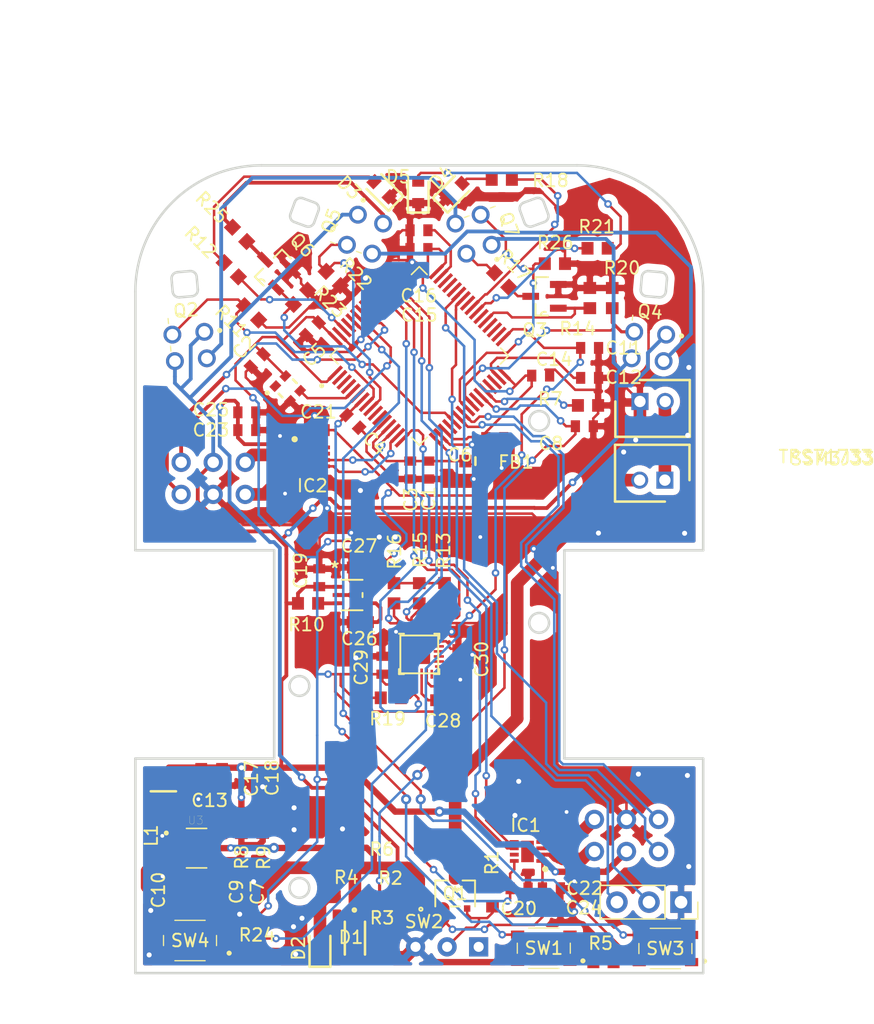
<source format=kicad_pcb>
(kicad_pcb (version 20171130) (host pcbnew "(5.1.9)-1")
  (layers (0 F.Cu signal) (31 B.Cu signal) (35 F.Paste user) (37 F.SilkS user) (38 B.Mask user) (39 F.Mask user) (44 Edge.Cuts user))
  (net 0 "")
  (net 1 USART-TX)
  (net 2 USART-RX)
  (net 3 GND)
  (net 4 ENC-R-A)
  (net 5 ENC-R-B)
  (net 6 EN_Reg)
  (net 7 AOUT2_MT)
  (net 8 AOUT1_MT)
  (net 9 ENC-L-A)
  (net 10 ENC-L-B)
  (net 11 BOUT2_MT)
  (net 12 BOUT1_MT)
  (net 13 "Net-(C1-Pad1)")
  (net 14 +3V3)
  (net 15 "Net-(C4-Pad1)")
  (net 16 EN)
  (net 17 BAT-VOL)
  (net 18 BUTTON)
  (net 19 "Net-(C12-Pad2)")
  (net 20 "Net-(C13-Pad1)")
  (net 21 "Net-(C13-Pad2)")
  (net 22 "Net-(C16-Pad2)")
  (net 23 "Net-(C26-Pad1)")
  (net 24 "Net-(C28-Pad1)")
  (net 25 "Net-(D3-Pad2)")
  (net 26 "Net-(D4-Pad2)")
  (net 27 "Net-(D5-Pad2)")
  (net 28 "Net-(FL_D1-Pad2)")
  (net 29 "Net-(FL_D1-Pad1)")
  (net 30 "Net-(FR_D1-Pad2)")
  (net 31 "Net-(FR_D1-Pad1)")
  (net 32 MT-A-ENBL)
  (net 33 MT-A-IN)
  (net 34 "Net-(IC1-Pad7)")
  (net 35 "Net-(IC1-Pad9)")
  (net 36 MT-B-ENBL)
  (net 37 MT-B-IN)
  (net 38 "Net-(IC2-Pad7)")
  (net 39 "Net-(IC2-Pad9)")
  (net 40 "Net-(J1-Pad1)")
  (net 41 "Net-(J1-Pad2)")
  (net 42 "Net-(Q1-Pad2)")
  (net 43 PR-RCV-SL)
  (net 44 PR-LED-SL-FR)
  (net 45 "Net-(Q3-Pad3)")
  (net 46 PR-RCV-SR)
  (net 47 PR-RCV-FL)
  (net 48 PR-LED-SR-FL)
  (net 49 "Net-(Q6-Pad3)")
  (net 50 PR-RCV-FR)
  (net 51 "Net-(D2-Pad2)")
  (net 52 USR3_BOOT)
  (net 53 "Net-(R6-Pad1)")
  (net 54 "Net-(R7-Pad1)")
  (net 55 "Net-(R10-Pad1)")
  (net 56 NCS)
  (net 57 LED_3)
  (net 58 SCLK)
  (net 59 SDIO_P)
  (net 60 LED_2)
  (net 61 SDIO_N)
  (net 62 LED_1)
  (net 63 "Net-(SW2-Pad1)")
  (net 64 "Net-(U1-Pad1)")
  (net 65 "Net-(U1-Pad3)")
  (net 66 "Net-(U2-Pad29)")
  (net 67 "Net-(U2-Pad30)")
  (net 68 "Net-(U2-Pad49)")
  (net 69 "Net-(U2-Pad2)")
  (net 70 "Net-(U2-Pad3)")
  (net 71 "Net-(U2-Pad4)")
  (net 72 "Net-(U2-Pad6)")
  (net 73 "Net-(U2-Pad44)")
  (net 74 "Net-(U2-Pad45)")
  (net 75 "Net-(U5-Pad12)")
  (net 76 "Net-(U5-Pad21)")
  (net 77 "Net-(U5-Pad7)")
  (net 78 "Net-(U5-Pad19)")
  (net 79 "Net-(U2-Pad10)")
  (net 80 "Net-(U2-Pad11)")
  (net 81 "Net-(R8-Pad2)")
  (net 82 "Net-(U2-Pad36)")
  (net 83 "Net-(U2-Pad38)")
  (net 84 "Net-(U2-Pad20)")
  (net 85 "Net-(U2-Pad56)")
  (net 86 "Net-(U2-Pad57)")
  (net 87 "Net-(U2-Pad26)")
  (net 88 "Net-(U2-Pad50)")
  (net 89 "Net-(U2-Pad55)")
  (net 90 "Net-(U2-Pad61)")
  (net 91 "Net-(U2-Pad46)")
  (net 92 "Net-(U2-Pad34)")
  (net 93 "Net-(U2-Pad35)")
  (net 94 "Net-(U2-Pad41)")
  (module Mouse_foot:QFP50P1200X1200X160-64N (layer F.Cu) (at 100 83.1 45)
    (fp_text reference " " (at 16.817828 27.502211 45) (layer F.SilkS) (effects (font (size 1.575055 1.575055) (thickness 0.015))))
    (fp_text value STM32F405RGT6)
    (pad 48 smd rect (at 5.67 -3.75 45) (size 1.47 0.28) (layers F.Cu F.Paste F.Mask) (net 14 +3V3))
    (pad 47 smd rect (at 5.67 -3.25 45) (size 1.47 0.28) (layers F.Cu F.Paste F.Mask) (net 22 "Net-(C16-Pad2)"))
    (pad 46 smd rect (at 5.67 -2.75 45) (size 1.47 0.28) (layers F.Cu F.Paste F.Mask) (net 91 "Net-(U2-Pad46)"))
    (pad 45 smd rect (at 5.67 -2.25 45) (size 1.47 0.28) (layers F.Cu F.Paste F.Mask) (net 74 "Net-(U2-Pad45)"))
    (pad 44 smd rect (at 5.67 -1.75 45) (size 1.47 0.28) (layers F.Cu F.Paste F.Mask) (net 73 "Net-(U2-Pad44)"))
    (pad 43 smd rect (at 5.67 -1.25 45) (size 1.47 0.28) (layers F.Cu F.Paste F.Mask) (net 2 USART-RX))
    (pad 42 smd rect (at 5.67 -0.75 45) (size 1.47 0.28) (layers F.Cu F.Paste F.Mask) (net 1 USART-TX))
    (pad 41 smd rect (at 5.67 -0.25 45) (size 1.47 0.28) (layers F.Cu F.Paste F.Mask) (net 94 "Net-(U2-Pad41)"))
    (pad 40 smd rect (at 5.67 0.25 45) (size 1.47 0.28) (layers F.Cu F.Paste F.Mask) (net 60 LED_2))
    (pad 39 smd rect (at 5.67 0.75 45) (size 1.47 0.28) (layers F.Cu F.Paste F.Mask) (net 62 LED_1))
    (pad 38 smd rect (at 5.67 1.25 45) (size 1.47 0.28) (layers F.Cu F.Paste F.Mask) (net 83 "Net-(U2-Pad38)"))
    (pad 37 smd rect (at 5.67 1.75 45) (size 1.47 0.28) (layers F.Cu F.Paste F.Mask) (net 44 PR-LED-SL-FR))
    (pad 36 smd rect (at 5.67 2.25 45) (size 1.47 0.28) (layers F.Cu F.Paste F.Mask) (net 82 "Net-(U2-Pad36)"))
    (pad 35 smd rect (at 5.67 2.75 45) (size 1.47 0.28) (layers F.Cu F.Paste F.Mask) (net 93 "Net-(U2-Pad35)"))
    (pad 34 smd rect (at 5.67 3.25 45) (size 1.47 0.28) (layers F.Cu F.Paste F.Mask) (net 92 "Net-(U2-Pad34)"))
    (pad 33 smd rect (at 5.67 3.75 45) (size 1.47 0.28) (layers F.Cu F.Paste F.Mask) (net 18 BUTTON))
    (pad 16 smd rect (at -5.67 3.75 45) (size 1.47 0.28) (layers F.Cu F.Paste F.Mask) (net 33 MT-A-IN))
    (pad 15 smd rect (at -5.67 3.25 45) (size 1.47 0.28) (layers F.Cu F.Paste F.Mask) (net 36 MT-B-ENBL))
    (pad 14 smd rect (at -5.67 2.75 45) (size 1.47 0.28) (layers F.Cu F.Paste F.Mask) (net 37 MT-B-IN))
    (pad 13 smd rect (at -5.67 2.25 45) (size 1.47 0.28) (layers F.Cu F.Paste F.Mask) (net 13 "Net-(C1-Pad1)"))
    (pad 12 smd rect (at -5.67 1.75 45) (size 1.47 0.28) (layers F.Cu F.Paste F.Mask) (net 3 GND))
    (pad 11 smd rect (at -5.67 1.25 45) (size 1.47 0.28) (layers F.Cu F.Paste F.Mask) (net 80 "Net-(U2-Pad11)"))
    (pad 10 smd rect (at -5.67 0.75 45) (size 1.47 0.28) (layers F.Cu F.Paste F.Mask) (net 79 "Net-(U2-Pad10)"))
    (pad 9 smd rect (at -5.67 0.25 45) (size 1.47 0.28) (layers F.Cu F.Paste F.Mask) (net 47 PR-RCV-FL))
    (pad 8 smd rect (at -5.67 -0.25 45) (size 1.47 0.28) (layers F.Cu F.Paste F.Mask) (net 43 PR-RCV-SL))
    (pad 7 smd rect (at -5.67 -0.75 45) (size 1.47 0.28) (layers F.Cu F.Paste F.Mask) (net 15 "Net-(C4-Pad1)"))
    (pad 6 smd rect (at -5.67 -1.25 45) (size 1.47 0.28) (layers F.Cu F.Paste F.Mask) (net 72 "Net-(U2-Pad6)"))
    (pad 5 smd rect (at -5.67 -1.75 45) (size 1.47 0.28) (layers F.Cu F.Paste F.Mask) (net 65 "Net-(U1-Pad3)"))
    (pad 4 smd rect (at -5.67 -2.25 45) (size 1.47 0.28) (layers F.Cu F.Paste F.Mask) (net 71 "Net-(U2-Pad4)"))
    (pad 3 smd rect (at -5.67 -2.75 45) (size 1.47 0.28) (layers F.Cu F.Paste F.Mask) (net 70 "Net-(U2-Pad3)"))
    (pad 2 smd rect (at -5.67 -3.25 45) (size 1.47 0.28) (layers F.Cu F.Paste F.Mask) (net 69 "Net-(U2-Pad2)"))
    (pad 1 smd rect (at -5.67 -3.75 45) (size 1.47 0.28) (layers F.Cu F.Paste F.Mask) (net 14 +3V3))
    (pad 64 smd rect (at -3.75 -5.67 45) (size 0.28 1.47) (layers F.Cu F.Paste F.Mask) (net 14 +3V3))
    (pad 63 smd rect (at -3.25 -5.67 45) (size 0.28 1.47) (layers F.Cu F.Paste F.Mask) (net 3 GND))
    (pad 62 smd rect (at -2.75 -5.67 45) (size 0.28 1.47) (layers F.Cu F.Paste F.Mask) (net 57 LED_3))
    (pad 61 smd rect (at -2.25 -5.67 45) (size 0.28 1.47) (layers F.Cu F.Paste F.Mask) (net 90 "Net-(U2-Pad61)"))
    (pad 60 smd rect (at -1.75 -5.67 45) (size 0.28 1.47) (layers F.Cu F.Paste F.Mask) (net 52 USR3_BOOT))
    (pad 59 smd rect (at -1.25 -5.67 45) (size 0.28 1.47) (layers F.Cu F.Paste F.Mask) (net 9 ENC-L-A))
    (pad 58 smd rect (at -0.75 -5.67 45) (size 0.28 1.47) (layers F.Cu F.Paste F.Mask) (net 10 ENC-L-B))
    (pad 57 smd rect (at -0.25 -5.67 45) (size 0.28 1.47) (layers F.Cu F.Paste F.Mask) (net 86 "Net-(U2-Pad57)"))
    (pad 56 smd rect (at 0.25 -5.67 45) (size 0.28 1.47) (layers F.Cu F.Paste F.Mask) (net 85 "Net-(U2-Pad56)"))
    (pad 55 smd rect (at 0.75 -5.67 45) (size 0.28 1.47) (layers F.Cu F.Paste F.Mask) (net 89 "Net-(U2-Pad55)"))
    (pad 54 smd rect (at 1.25 -5.67 45) (size 0.28 1.47) (layers F.Cu F.Paste F.Mask) (net 56 NCS))
    (pad 53 smd rect (at 1.75 -5.67 45) (size 0.28 1.47) (layers F.Cu F.Paste F.Mask) (net 61 SDIO_N))
    (pad 52 smd rect (at 2.25 -5.67 45) (size 0.28 1.47) (layers F.Cu F.Paste F.Mask) (net 59 SDIO_P))
    (pad 51 smd rect (at 2.75 -5.67 45) (size 0.28 1.47) (layers F.Cu F.Paste F.Mask) (net 58 SCLK))
    (pad 50 smd rect (at 3.25 -5.67 45) (size 0.28 1.47) (layers F.Cu F.Paste F.Mask) (net 88 "Net-(U2-Pad50)"))
    (pad 49 smd rect (at 3.75 -5.67 45) (size 0.28 1.47) (layers F.Cu F.Paste F.Mask) (net 68 "Net-(U2-Pad49)"))
    (pad 32 smd rect (at 3.75 5.67 45) (size 0.28 1.47) (layers F.Cu F.Paste F.Mask) (net 14 +3V3))
    (pad 31 smd rect (at 3.25 5.67 45) (size 0.28 1.47) (layers F.Cu F.Paste F.Mask) (net 19 "Net-(C12-Pad2)"))
    (pad 30 smd rect (at 2.75 5.67 45) (size 0.28 1.47) (layers F.Cu F.Paste F.Mask) (net 67 "Net-(U2-Pad30)"))
    (pad 29 smd rect (at 2.25 5.67 45) (size 0.28 1.47) (layers F.Cu F.Paste F.Mask) (net 66 "Net-(U2-Pad29)"))
    (pad 28 smd rect (at 1.75 5.67 45) (size 0.28 1.47) (layers F.Cu F.Paste F.Mask) (net 54 "Net-(R7-Pad1)"))
    (pad 27 smd rect (at 1.25 5.67 45) (size 0.28 1.47) (layers F.Cu F.Paste F.Mask) (net 17 BAT-VOL))
    (pad 26 smd rect (at 0.75 5.67 45) (size 0.28 1.47) (layers F.Cu F.Paste F.Mask) (net 87 "Net-(U2-Pad26)"))
    (pad 25 smd rect (at 0.25 5.67 45) (size 0.28 1.47) (layers F.Cu F.Paste F.Mask) (net 46 PR-RCV-SR))
    (pad 24 smd rect (at -0.25 5.67 45) (size 0.28 1.47) (layers F.Cu F.Paste F.Mask) (net 50 PR-RCV-FR))
    (pad 23 smd rect (at -0.75 5.67 45) (size 0.28 1.47) (layers F.Cu F.Paste F.Mask) (net 5 ENC-R-B))
    (pad 22 smd rect (at -1.25 5.67 45) (size 0.28 1.47) (layers F.Cu F.Paste F.Mask) (net 4 ENC-R-A))
    (pad 21 smd rect (at -1.75 5.67 45) (size 0.28 1.47) (layers F.Cu F.Paste F.Mask) (net 48 PR-LED-SR-FL))
    (pad 20 smd rect (at -2.25 5.67 45) (size 0.28 1.47) (layers F.Cu F.Paste F.Mask) (net 84 "Net-(U2-Pad20)"))
    (pad 19 smd rect (at -2.75 5.67 45) (size 0.28 1.47) (layers F.Cu F.Paste F.Mask) (net 14 +3V3))
    (pad 18 smd rect (at -3.25 5.67 45) (size 0.28 1.47) (layers F.Cu F.Paste F.Mask) (net 3 GND))
    (pad 17 smd rect (at -3.75 5.67 45) (size 0.28 1.47) (layers F.Cu F.Paste F.Mask) (net 32 MT-A-ENBL))
  )
  (module Mouse_foot:SON50P200X200X80-9N (layer F.Cu) (at 108.58 122.363 180)
    (fp_text reference IC1 (at 0.15 2.07) (layer F.SilkS))
    (fp_text value DRV8838DSGT hide)
    (pad 9 smd rect (at 0 0 180) (size 1 1.7) (layers F.Cu F.Paste F.Mask) (net 35 "Net-(IC1-Pad9)"))
    (pad 8 smd rect (at 1.05 -0.75 270) (size 0.3 0.7) (layers F.Cu F.Paste F.Mask) (net 14 +3V3))
    (pad 7 smd rect (at 1.05 -0.25 270) (size 0.3 0.7) (layers F.Cu F.Paste F.Mask) (net 34 "Net-(IC1-Pad7)"))
    (pad 6 smd rect (at 1.05 0.25 270) (size 0.3 0.7) (layers F.Cu F.Paste F.Mask) (net 33 MT-A-IN))
    (pad 5 smd rect (at 1.05 0.75 270) (size 0.3 0.7) (layers F.Cu F.Paste F.Mask) (net 32 MT-A-ENBL))
    (pad 4 smd rect (at -1.05 0.75 270) (size 0.3 0.7) (layers F.Cu F.Paste F.Mask) (net 3 GND))
    (pad 3 smd rect (at -1.05 0.25 270) (size 0.3 0.7) (layers F.Cu F.Paste F.Mask) (net 8 AOUT1_MT))
    (pad 2 smd rect (at -1.05 -0.25 270) (size 0.3 0.7) (layers F.Cu F.Paste F.Mask) (net 7 AOUT2_MT))
    (pad 1 smd rect (at -1.05 -0.75 270) (size 0.3 0.7) (layers F.Cu F.Paste F.Mask) (net 16 EN))
  )
  (module Mouse_foot:SON50P200X200X80-9N (layer F.Cu) (at 91.523 91.097)
    (fp_text reference IC2 (at -0.001 2.287) (layer F.SilkS))
    (fp_text value DRV8838DSGT hide)
    (pad 9 smd rect (at 0 0) (size 1 1.7) (layers F.Cu F.Paste F.Mask) (net 39 "Net-(IC2-Pad9)"))
    (pad 8 smd rect (at 1.05 -0.75 90) (size 0.3 0.7) (layers F.Cu F.Paste F.Mask) (net 14 +3V3))
    (pad 7 smd rect (at 1.05 -0.25 90) (size 0.3 0.7) (layers F.Cu F.Paste F.Mask) (net 38 "Net-(IC2-Pad7)"))
    (pad 6 smd rect (at 1.05 0.25 90) (size 0.3 0.7) (layers F.Cu F.Paste F.Mask) (net 37 MT-B-IN))
    (pad 5 smd rect (at 1.05 0.75 90) (size 0.3 0.7) (layers F.Cu F.Paste F.Mask) (net 36 MT-B-ENBL))
    (pad 4 smd rect (at -1.05 0.75 90) (size 0.3 0.7) (layers F.Cu F.Paste F.Mask) (net 3 GND))
    (pad 3 smd rect (at -1.05 0.25 90) (size 0.3 0.7) (layers F.Cu F.Paste F.Mask) (net 12 BOUT1_MT))
    (pad 2 smd rect (at -1.05 -0.25 90) (size 0.3 0.7) (layers F.Cu F.Paste F.Mask) (net 11 BOUT2_MT))
    (pad 1 smd rect (at -1.05 -0.75 90) (size 0.3 0.7) (layers F.Cu F.Paste F.Mask) (net 16 EN))
  )
  (module Connector_PinSocket_2.54mm:PinSocket_1x03_P2.54mm_Vertical (layer F.Cu) (at 120.745 126.38 270)
    (fp_text reference " " (at -34.61 -11.234 90) (layer F.SilkS))
    (fp_text value Conn_01x03_Male)
    (pad 3 thru_hole oval (at 0 5.08 270) (size 1.7 1.7) (drill 1) (layers *.Cu *.Mask) (net 1 USART-TX))
    (pad 2 thru_hole oval (at 0 2.54 270) (size 1.7 1.7) (drill 1) (layers *.Cu *.Mask) (net 2 USART-RX))
    (pad 1 thru_hole rect (at 0 0 270) (size 1.7 1.7) (drill 1) (layers *.Cu *.Mask) (net 3 GND))
  )
  (module Mouse_foot:SHDR2W50P0X200_1X2_590X450X600P (layer F.Cu) (at 117.488 86.708 180)
    (fp_text reference " " (at -14.317 -4.485) (layer F.SilkS) (effects (font (size 1.27 1.27) (thickness 0.254))))
    (fp_text value PHR-2 hide)
    (pad 2 thru_hole circle (at -2 0 180) (size 1.35 1.35) (drill 0.9) (layers *.Cu *.Mask) (net 40 "Net-(J1-Pad1)"))
    (pad 1 thru_hole rect (at 0 0 180) (size 1.35 1.35) (drill 0.9) (layers *.Cu *.Mask) (net 3 GND))
  )
  (module Mouse_foot:IRFML8244 (layer F.Cu) (at 88.547 76.253 135)
    (fp_text reference Q6 (at -0.190919 2.889238 135) (layer F.SilkS))
    (fp_text value IRFML8244)
    (pad 3 smd rect (at 1.0922 0 135) (size 1.3208 0.5588) (layers F.Cu F.Paste F.Mask) (net 49 "Net-(Q6-Pad3)"))
    (pad 2 smd rect (at -1.0922 0.9398 135) (size 1.3208 0.5588) (layers F.Cu F.Paste F.Mask) (net 3 GND))
    (pad 1 smd rect (at -1.0922 -0.9398 135) (size 1.3208 0.5588) (layers F.Cu F.Paste F.Mask) (net 48 PR-LED-SR-FL))
  )
  (module Mouse_foot:SKRPABE010 (layer F.Cu) (at 109.869 130.03 180)
    (fp_text reference SW1 (at 0 0) (layer F.SilkS))
    (fp_text value SW_MEC_5G hide)
    (pad 4 smd rect (at 2.075 1.075 270) (size 0.65 1.05) (layers F.Cu F.Paste F.Mask) (net 15 "Net-(C4-Pad1)"))
    (pad 3 smd rect (at -2.075 1.075 270) (size 0.65 1.05) (layers F.Cu F.Paste F.Mask) (net 15 "Net-(C4-Pad1)"))
    (pad 2 smd rect (at 2.075 -1.075 270) (size 0.65 1.05) (layers F.Cu F.Paste F.Mask) (net 3 GND))
    (pad 1 smd rect (at -2.075 -1.075 270) (size 0.65 1.05) (layers F.Cu F.Paste F.Mask) (net 3 GND))
  )
  (module Mouse_foot:SKRPABE010 (layer F.Cu) (at 119.506 130.056 180)
    (fp_text reference SW3 (at 0 0) (layer F.SilkS))
    (fp_text value SW_MEC_5G hide)
    (pad 4 smd rect (at 2.075 1.075 270) (size 0.65 1.05) (layers F.Cu F.Paste F.Mask) (net 14 +3V3))
    (pad 3 smd rect (at -2.075 1.075 270) (size 0.65 1.05) (layers F.Cu F.Paste F.Mask) (net 14 +3V3))
    (pad 2 smd rect (at 2.075 -1.075 270) (size 0.65 1.05) (layers F.Cu F.Paste F.Mask) (net 52 USR3_BOOT))
    (pad 1 smd rect (at -2.075 -1.075 270) (size 0.65 1.05) (layers F.Cu F.Paste F.Mask) (net 52 USR3_BOOT))
  )
  (module Mouse_foot:SKRPABE010 (layer F.Cu) (at 81.831 129.42 180)
    (fp_text reference SW4 (at -0.008 -0.004 180) (layer F.SilkS))
    (fp_text value SW_MEC_5G hide)
    (pad 4 smd rect (at 2.075 1.075 270) (size 0.65 1.05) (layers F.Cu F.Paste F.Mask) (net 14 +3V3))
    (pad 3 smd rect (at -2.075 1.075 270) (size 0.65 1.05) (layers F.Cu F.Paste F.Mask) (net 14 +3V3))
    (pad 2 smd rect (at 2.075 -1.075 270) (size 0.65 1.05) (layers F.Cu F.Paste F.Mask) (net 18 BUTTON))
    (pad 1 smd rect (at -2.075 -1.075 270) (size 0.65 1.05) (layers F.Cu F.Paste F.Mask) (net 18 BUTTON))
  )
  (module Mouse_foot:TG2016SMN260000MMCGNNM (layer F.Cu) (at 89.574 85.674 135)
    (fp_text reference " " (at -33.219169 26.12406 135) (layer F.SilkS) (effects (font (size 1.27 1.27) (thickness 0.254))))
    (fp_text value TG2016SMN hide)
    (pad 4 smd rect (at 0.825 0.565 135) (size 0.6 0.75) (layers F.Cu F.Paste F.Mask) (net 14 +3V3))
    (pad 3 smd rect (at -0.825 0.565 135) (size 0.6 0.75) (layers F.Cu F.Paste F.Mask) (net 65 "Net-(U1-Pad3)"))
    (pad 2 smd rect (at -0.825 -0.565 135) (size 0.6 0.75) (layers F.Cu F.Paste F.Mask) (net 3 GND))
    (pad 1 smd rect (at 0.825 -0.565 135) (size 0.6 0.75) (layers F.Cu F.Paste F.Mask) (net 64 "Net-(U1-Pad1)"))
  )
  (module Mouse_foot:SOT95P280X110-6N (layer F.Cu) (at 82.351 122.102)
    (fp_text reference U3 (at -0.068 -2.2064) (layer F.SilkS) (effects (font (size 0.64 0.64) (thickness 0.015))))
    (fp_text value TPS562200DDCR)
    (pad 6 smd rect (at 1.155 -0.95) (size 1.45 0.59) (layers F.Cu F.Paste F.Mask) (net 20 "Net-(C13-Pad1)"))
    (pad 5 smd rect (at 1.155 0) (size 1.45 0.59) (layers F.Cu F.Paste F.Mask) (net 53 "Net-(R6-Pad1)"))
    (pad 4 smd rect (at 1.155 0.95) (size 1.45 0.59) (layers F.Cu F.Paste F.Mask) (net 81 "Net-(R8-Pad2)"))
    (pad 3 smd rect (at -1.155 0.95) (size 1.45 0.59) (layers F.Cu F.Paste F.Mask) (net 16 EN))
    (pad 2 smd rect (at -1.155 0) (size 1.45 0.59) (layers F.Cu F.Paste F.Mask) (net 21 "Net-(C13-Pad2)"))
    (pad 1 smd rect (at -1.155 -0.95) (size 1.45 0.59) (layers F.Cu F.Paste F.Mask) (net 3 GND))
  )
  (module Mouse_foot:TPS71733DCKR (layer F.Cu) (at 94.6785 102.0445)
    (fp_text reference " " (at 37.3005 -10.7405) (layer F.SilkS))
    (fp_text value TPS71733DCKR (at 39.5395 -10.9635) (layer F.SilkS))
    (fp_text user * (at -1.37515 -2.0978) (layer F.SilkS))
    (fp_text user * (at -1.37515 -2.0978) (layer F.SilkS))
    (pad 5 smd rect (at 1.121151 -0.649999) (size 0.845299 0.3048) (layers F.Cu F.Paste F.Mask) (net 14 +3V3))
    (pad 4 smd rect (at 1.121151 0.649999) (size 0.845299 0.3048) (layers F.Cu F.Paste F.Mask) (net 23 "Net-(C26-Pad1)"))
    (pad 3 smd rect (at -1.121151 0.649999) (size 0.845299 0.3048) (layers F.Cu F.Paste F.Mask) (net 55 "Net-(R10-Pad1)"))
    (pad 2 smd rect (at -1.121151 0) (size 0.845299 0.3048) (layers F.Cu F.Paste F.Mask) (net 3 GND))
    (pad 1 smd rect (at -1.121151 -0.649999) (size 0.845299 0.3048) (layers F.Cu F.Paste F.Mask) (net 6 EN_Reg))
  )
  (module Footprint:ICM20648 (layer F.Cu) (at 100 106.75)
    (fp_text reference " " (at 30.049 -15.703) (layer F.SilkS))
    (fp_text value ICM-20648)
    (pad 23 smd rect (at -0.61 -1.6 90) (size 0.8 0.2) (layers F.Cu F.Paste F.Mask) (net 58 SCLK))
    (pad 9 smd rect (at -0.21 1.52 90) (size 0.8 0.2) (layers F.Cu F.Paste F.Mask) (net 61 SDIO_N))
    (pad "" smd rect (at -0.445 -0.44) (size 0.875 0.8) (layers F.Cu F.Paste F.Mask))
    (pad 16 smd rect (at 1.55 -0.24) (size 0.8 0.2) (layers F.Cu F.Paste F.Mask))
    (pad 11 smd rect (at 0.59 1.52 90) (size 0.8 0.2) (layers F.Cu F.Paste F.Mask) (net 3 GND))
    (pad 13 smd rect (at 1.6 0.96) (size 0.7 0.2) (layers F.Cu F.Paste F.Mask) (net 14 +3V3))
    (pad 1 smd rect (at -1.62 -1.04) (size 0.7 0.2) (layers F.Cu F.Paste F.Mask))
    (pad 6 smd rect (at -1.62 0.96) (size 0.7 0.2) (layers F.Cu F.Paste F.Mask))
    (pad 12 smd rect (at 0.99 1.57 90) (size 0.7 0.2) (layers F.Cu F.Paste F.Mask) (net 75 "Net-(U5-Pad12)"))
    (pad 5 smd rect (at -1.57 0.56) (size 0.8 0.2) (layers F.Cu F.Paste F.Mask))
    (pad 10 smd rect (at 0.19 1.52 90) (size 0.8 0.2) (layers F.Cu F.Paste F.Mask) (net 24 "Net-(C28-Pad1)"))
    (pad 17 smd rect (at 1.55 -0.64) (size 0.8 0.2) (layers F.Cu F.Paste F.Mask))
    (pad 24 smd rect (at -1.01 -1.65 90) (size 0.7 0.2) (layers F.Cu F.Paste F.Mask) (net 59 SDIO_P))
    (pad 4 smd rect (at -1.57 0.16) (size 0.8 0.2) (layers F.Cu F.Paste F.Mask))
    (pad 21 smd rect (at 0.19 -1.6 90) (size 0.8 0.2) (layers F.Cu F.Paste F.Mask) (net 76 "Net-(U5-Pad21)"))
    (pad 8 smd rect (at -0.61 1.52 90) (size 0.8 0.2) (layers F.Cu F.Paste F.Mask) (net 14 +3V3))
    (pad "" smd rect (at -0.445 0.36) (size 0.875 0.8) (layers F.Cu F.Paste F.Mask))
    (pad 2 smd rect (at -1.57 -0.64) (size 0.8 0.2) (layers F.Cu F.Paste F.Mask))
    (pad 7 smd rect (at -1.01 1.57 90) (size 0.7 0.2) (layers F.Cu F.Paste F.Mask) (net 77 "Net-(U5-Pad7)"))
    (pad 20 smd rect (at 0.59 -1.6 90) (size 0.8 0.2) (layers F.Cu F.Paste F.Mask) (net 3 GND))
    (pad 15 smd rect (at 1.55 0.16) (size 0.8 0.2) (layers F.Cu F.Paste F.Mask))
    (pad 14 smd rect (at 1.55 0.56) (size 0.8 0.2) (layers F.Cu F.Paste F.Mask))
    (pad 18 smd rect (at 1.6 -1.04) (size 0.7 0.2) (layers F.Cu F.Paste F.Mask) (net 3 GND))
    (pad 22 smd rect (at -0.21 -1.6 90) (size 0.8 0.2) (layers F.Cu F.Paste F.Mask) (net 56 NCS))
    (pad 3 smd rect (at -1.57 -0.24) (size 0.8 0.2) (layers F.Cu F.Paste F.Mask))
    (pad 19 smd rect (at 0.99 -1.65 90) (size 0.7 0.2) (layers F.Cu F.Paste F.Mask) (net 78 "Net-(U5-Pad19)"))
    (pad "" smd rect (at 0.425 -0.44) (size 0.875 0.8) (layers F.Cu F.Paste F.Mask))
    (pad "" smd rect (at 0.425 0.36) (size 0.875 0.8) (layers F.Cu F.Paste F.Mask))
  )
  (module Mouse_foot:SW_SS12D01G4 (layer F.Cu) (at 102.206 129.921 180)
    (fp_text reference SW2 (at 1.838 1.997) (layer F.SilkS))
    (fp_text value SS12D01G4)
    (pad 1 thru_hole rect (at -2.5 0 180) (size 1.524 1.524) (drill 0.8) (layers *.Cu *.Mask) (net 63 "Net-(SW2-Pad1)"))
    (pad 2 thru_hole circle (at 0 0 180) (size 1.524 1.524) (drill 0.8) (layers *.Cu *.Mask) (net 42 "Net-(Q1-Pad2)"))
    (pad 3 thru_hole circle (at 2.5 0 180) (size 1.524 1.524) (drill 0.8) (layers *.Cu *.Mask) (net 3 GND))
  )
  (module Mouse_foot:Motor_Connecter (layer F.Cu) (at 116.42 122.364 180)
    (fp_text reference " " (at -14.915 30.545) (layer F.SilkS))
    (fp_text value Conn_02x03_Odd_Even)
    (pad 4 thru_hole circle (at 0 0 180) (size 1.524 1.524) (drill 0.91) (layers *.Cu *.Mask) (net 6 EN_Reg))
    (pad 2 thru_hole circle (at 2.54 0 180) (size 1.524 1.524) (drill 0.91) (layers *.Cu *.Mask) (net 7 AOUT2_MT))
    (pad 6 thru_hole circle (at -2.54 0 180) (size 1.524 1.524) (drill 0.91) (layers *.Cu *.Mask) (net 4 ENC-R-A))
    (pad 5 thru_hole circle (at -2.54 2.54 180) (size 1.524 1.524) (drill 0.91) (layers *.Cu *.Mask) (net 5 ENC-R-B))
    (pad 3 thru_hole circle (at 0 2.54 180) (size 1.524 1.524) (drill 0.91) (layers *.Cu *.Mask) (net 3 GND))
    (pad 1 thru_hole circle (at 2.54 2.54 180) (size 1.524 1.524) (drill 0.91) (layers *.Cu *.Mask) (net 8 AOUT1_MT))
  )
  (module Mouse_foot:SHDR2W50P0X200_1X2_590X450X600P (layer F.Cu) (at 119.466 92.941)
    (fp_text reference " " (at 12.124 -1.82) (layer F.SilkS) (effects (font (size 1.27 1.27) (thickness 0.254))))
    (fp_text value PHR-2 hide)
    (pad 2 thru_hole circle (at -2 0) (size 1.35 1.35) (drill 0.9) (layers *.Cu *.Mask) (net 41 "Net-(J1-Pad2)"))
    (pad 1 thru_hole rect (at 0 0) (size 1.35 1.35) (drill 0.9) (layers *.Cu *.Mask) (net 40 "Net-(J1-Pad1)"))
  )
  (module Mouse_foot:IRFML8244 (layer F.Cu) (at 109.925 78.377 180)
    (fp_text reference Q3 (at 0.757 -2.67) (layer F.SilkS))
    (fp_text value IRFML8244)
    (pad 3 smd rect (at 1.0922 0 180) (size 1.3208 0.5588) (layers F.Cu F.Paste F.Mask) (net 45 "Net-(Q3-Pad3)"))
    (pad 2 smd rect (at -1.0922 0.9398 180) (size 1.3208 0.5588) (layers F.Cu F.Paste F.Mask) (net 3 GND))
    (pad 1 smd rect (at -1.0922 -0.9398 180) (size 1.3208 0.5588) (layers F.Cu F.Paste F.Mask) (net 44 PR-LED-SL-FR))
  )
  (module Mouse_foot:SSM3J332R_LFT (layer F.Cu) (at 102.845 125.691)
    (fp_text reference Q1 (at 0 0) (layer F.SilkS))
    (fp_text value SSM3J332R (at 30.876 -34.444) (layer F.SilkS))
    (fp_text user * (at 0 0) (layer F.SilkS))
    (pad 3 smd rect (at 0 -1.1922) (size 0.508 0.5048) (layers F.Cu F.Paste F.Mask) (net 41 "Net-(J1-Pad2)"))
    (pad 2 smd rect (at 0.950001 1.1922) (size 0.508 0.5048) (layers F.Cu F.Paste F.Mask) (net 42 "Net-(Q1-Pad2)"))
    (pad 1 smd rect (at -0.950001 1.1922) (size 0.508 0.5048) (layers F.Cu F.Paste F.Mask) (net 16 EN))
  )
  (module Mouse_foot:Motor_Connecter (layer F.Cu) (at 83.67 91.53)
    (fp_text reference " " (at 47.92 -0.642) (layer F.SilkS))
    (fp_text value Conn_02x03_Odd_Even)
    (pad 4 thru_hole circle (at 0 0) (size 1.524 1.524) (drill 0.91) (layers *.Cu *.Mask) (net 6 EN_Reg))
    (pad 2 thru_hole circle (at 2.54 0) (size 1.524 1.524) (drill 0.91) (layers *.Cu *.Mask) (net 11 BOUT2_MT))
    (pad 6 thru_hole circle (at -2.54 0) (size 1.524 1.524) (drill 0.91) (layers *.Cu *.Mask) (net 9 ENC-L-A))
    (pad 5 thru_hole circle (at -2.54 2.54) (size 1.524 1.524) (drill 0.91) (layers *.Cu *.Mask) (net 10 ENC-L-B))
    (pad 3 thru_hole circle (at 0 2.54) (size 1.524 1.524) (drill 0.91) (layers *.Cu *.Mask) (net 3 GND))
    (pad 1 thru_hole circle (at 2.54 2.54) (size 1.524 1.524) (drill 0.91) (layers *.Cu *.Mask) (net 12 BOUT1_MT))
  )
  (module Mouse_foot:LTE209 (layer F.Cu) (at 96.7 73.8 250)
    (fp_text reference " " (at -11.366478 -27.007167 70) (layer F.SilkS))
    (fp_text value LTE-209 hide)
    (pad 2 thru_hole circle (at 1.27 0 250) (size 1.416 1.416) (drill 0.91) (layers *.Cu *.Mask) (net 28 "Net-(FL_D1-Pad2)"))
    (pad 1 thru_hole circle (at -1.27 0 250) (size 1.416 1.416) (drill 0.91) (layers *.Cu *.Mask) (net 29 "Net-(FL_D1-Pad1)"))
  )
  (module Mouse_foot:LTE209 (layer F.Cu) (at 103.3 73.8 110)
    (fp_text reference " " (at -23.020956 25.316118 200) (layer F.SilkS) (effects (font (size 1.27 1.27) (thickness 0.254))))
    (fp_text value LTE-209 hide)
    (pad 2 thru_hole circle (at 1.27 0 110) (size 1.416 1.416) (drill 0.91) (layers *.Cu *.Mask) (net 30 "Net-(FR_D1-Pad2)"))
    (pad 1 thru_hole circle (at -1.27 0 110) (size 1.416 1.416) (drill 0.91) (layers *.Cu *.Mask) (net 31 "Net-(FR_D1-Pad1)"))
  )
  (module Mouse_foot:LTE209 (layer F.Cu) (at 81.9 83.4 185)
    (fp_text reference " " (at -49.174448 -11.96336 5) (layer F.SilkS) (effects (font (size 1.27 1.27) (thickness 0.254))))
    (fp_text value LTE-209 hide)
    (pad 2 thru_hole circle (at 1.27 0 185) (size 1.416 1.416) (drill 0.91) (layers *.Cu *.Mask) (net 6 EN_Reg))
    (pad 1 thru_hole circle (at -1.27 0 185) (size 1.416 1.416) (drill 0.91) (layers *.Cu *.Mask) (net 30 "Net-(FR_D1-Pad2)"))
  )
  (module Mouse_foot:LTE209 (layer F.Cu) (at 118.1 83.4 175)
    (fp_text reference " " (at -14.59352 -6.275973 175) (layer F.SilkS) (effects (font (size 1.27 1.27) (thickness 0.254))))
    (fp_text value LTE-209 hide)
    (pad 2 thru_hole circle (at 1.27 0 175) (size 1.416 1.416) (drill 0.91) (layers *.Cu *.Mask) (net 6 EN_Reg))
    (pad 1 thru_hole circle (at -1.27 0 175) (size 1.416 1.416) (drill 0.91) (layers *.Cu *.Mask) (net 28 "Net-(FL_D1-Pad2)"))
  )
  (module Mouse_foot:LTR4206E (layer F.Cu) (at 81.7 81.3 185)
    (fp_text reference Q2 (at 0.033516 1.819846 5) (layer F.SilkS))
    (fp_text value LTR-4206-SL hide)
    (pad 1 thru_hole circle (at -1.27 0 185) (size 1.416 1.416) (drill 0.91) (layers *.Cu *.Mask) (net 6 EN_Reg))
    (pad 2 thru_hole circle (at 1.27 0 185) (size 1.416 1.416) (drill 0.91) (layers *.Cu *.Mask) (net 43 PR-RCV-SL))
  )
  (module Mouse_foot:LTR4206E (layer F.Cu) (at 118.3 81.3 175)
    (fp_text reference Q4 (at 0.156085 1.680792 175) (layer F.SilkS))
    (fp_text value LTR-4206-SR hide)
    (pad 1 thru_hole circle (at -1.27 0 175) (size 1.416 1.416) (drill 0.91) (layers *.Cu *.Mask) (net 6 EN_Reg))
    (pad 2 thru_hole circle (at 1.27 0 175) (size 1.416 1.416) (drill 0.91) (layers *.Cu *.Mask) (net 46 PR-RCV-SR))
  )
  (module Mouse_foot:LTR4206E (layer F.Cu) (at 105.3 73.1 110)
    (fp_text reference Q7 (at -0.232497 1.82877 110) (layer F.SilkS))
    (fp_text value LTR-4206-FR hide)
    (pad 1 thru_hole circle (at -1.27 0 110) (size 1.416 1.416) (drill 0.91) (layers *.Cu *.Mask) (net 6 EN_Reg))
    (pad 2 thru_hole circle (at 1.27 0 110) (size 1.416 1.416) (drill 0.91) (layers *.Cu *.Mask) (net 50 PR-RCV-FR))
  )
  (module Mouse_foot:LTR4206E (layer F.Cu) (at 94.7 73.1 250)
    (fp_text reference Q5 (at -0.076357 1.813482 70) (layer F.SilkS))
    (fp_text value LTR-4206-FL hide)
    (pad 1 thru_hole circle (at -1.27 0 250) (size 1.416 1.416) (drill 0.91) (layers *.Cu *.Mask) (net 6 EN_Reg))
    (pad 2 thru_hole circle (at 1.27 0 250) (size 1.416 1.416) (drill 0.91) (layers *.Cu *.Mask) (net 47 PR-RCV-FL))
  )
  (module Mouse_foot:CAPC1608X90N (layer F.Cu) (at 100.728 92.141 270)
    (fp_text reference C1 (at 2.262 -0.031 90) (layer F.SilkS))
    (fp_text value 1μ hide)
    (pad 2 smd rect (at 0.71 0 270) (size 0.73 0.94) (layers F.Cu F.Paste F.Mask) (net 3 GND))
    (pad 1 smd rect (at -0.71 0 270) (size 0.73 0.94) (layers F.Cu F.Paste F.Mask) (net 13 "Net-(C1-Pad1)"))
  )
  (module Mouse_foot:CAPC1608X90N (layer F.Cu) (at 87.153954 83.460046 225)
    (fp_text reference C2 (at -0.007136 1.453812 45) (layer F.SilkS))
    (fp_text value 0.1μ hide)
    (pad 2 smd rect (at 0.71 0 225) (size 0.73 0.94) (layers F.Cu F.Paste F.Mask) (net 3 GND))
    (pad 1 smd rect (at -0.71 0 225) (size 0.73 0.94) (layers F.Cu F.Paste F.Mask) (net 14 +3V3))
  )
  (module Mouse_foot:CAPC1608X90N (layer F.Cu) (at 99.285 92.141 270)
    (fp_text reference C3 (at 2.342 -0.036 90) (layer F.SilkS))
    (fp_text value 0.1μ hide)
    (pad 2 smd rect (at 0.71 0 270) (size 0.73 0.94) (layers F.Cu F.Paste F.Mask) (net 3 GND))
    (pad 1 smd rect (at -0.71 0 270) (size 0.73 0.94) (layers F.Cu F.Paste F.Mask) (net 13 "Net-(C1-Pad1)"))
  )
  (module Mouse_foot:CAPC1608X90N (layer F.Cu) (at 91.53 80.946 225)
    (fp_text reference C5 (at 1.36613 -1.575434 45) (layer F.SilkS))
    (fp_text value 0.1μ hide)
    (pad 2 smd rect (at 0.71 0 225) (size 0.73 0.94) (layers F.Cu F.Paste F.Mask) (net 3 GND))
    (pad 1 smd rect (at -0.71 0 225) (size 0.73 0.94) (layers F.Cu F.Paste F.Mask) (net 14 +3V3))
  )
  (module Mouse_foot:CAPC1608X90N (layer F.Cu) (at 105.983 89.6)
    (fp_text reference C6 (at -2.762 1.345) (layer F.SilkS))
    (fp_text value 0.1μ hide)
    (pad 2 smd rect (at 0.71 0) (size 0.73 0.94) (layers F.Cu F.Paste F.Mask) (net 3 GND))
    (pad 1 smd rect (at -0.71 0) (size 0.73 0.94) (layers F.Cu F.Paste F.Mask) (net 14 +3V3))
  )
  (module Mouse_foot:CAPC1608X90N (layer F.Cu) (at 83.955 125.47 90)
    (fp_text reference C7 (at -0.17 3.214 90) (layer F.SilkS))
    (fp_text value 10μ hide)
    (pad 2 smd rect (at 0.71 0 90) (size 0.73 0.94) (layers F.Cu F.Paste F.Mask) (net 3 GND))
    (pad 1 smd rect (at -0.71 0 90) (size 0.73 0.94) (layers F.Cu F.Paste F.Mask) (net 16 EN))
  )
  (module Mouse_foot:CAPC1608X90N (layer F.Cu) (at 113.083 88.668)
    (fp_text reference C8 (at -2.647 1.368) (layer F.SilkS))
    (fp_text value 0.1μ hide)
    (pad 2 smd rect (at 0.71 0) (size 0.73 0.94) (layers F.Cu F.Paste F.Mask) (net 3 GND))
    (pad 1 smd rect (at -0.71 0) (size 0.73 0.94) (layers F.Cu F.Paste F.Mask) (net 17 BAT-VOL))
  )
  (module Mouse_foot:CAPC1608X90N (layer F.Cu) (at 82.408 125.446 90)
    (fp_text reference C9 (at -0.112 3.104 90) (layer F.SilkS))
    (fp_text value 10μ hide)
    (pad 2 smd rect (at 0.71 0 90) (size 0.73 0.94) (layers F.Cu F.Paste F.Mask) (net 3 GND))
    (pad 1 smd rect (at -0.71 0 90) (size 0.73 0.94) (layers F.Cu F.Paste F.Mask) (net 16 EN))
  )
  (module Mouse_foot:CAPC1608X90N (layer F.Cu) (at 80.911 125.446 90)
    (fp_text reference C10 (at 0.026 -1.585 90) (layer F.SilkS))
    (fp_text value 0.1μ hide)
    (pad 2 smd rect (at 0.71 0 90) (size 0.73 0.94) (layers F.Cu F.Paste F.Mask) (net 3 GND))
    (pad 1 smd rect (at -0.71 0 90) (size 0.73 0.94) (layers F.Cu F.Paste F.Mask) (net 16 EN))
  )
  (module Mouse_foot:CAPC1608X90N (layer F.Cu) (at 113.5 82.463)
    (fp_text reference C11 (at 2.701 0.01) (layer F.SilkS))
    (fp_text value 0.1μ hide)
    (pad 2 smd rect (at 0.71 0) (size 0.73 0.94) (layers F.Cu F.Paste F.Mask) (net 3 GND))
    (pad 1 smd rect (at -0.71 0) (size 0.73 0.94) (layers F.Cu F.Paste F.Mask) (net 18 BUTTON))
  )
  (module Mouse_foot:CAPC1608X90N (layer F.Cu) (at 113.5 84.838 180)
    (fp_text reference C12 (at -2.705 0.044) (layer F.SilkS))
    (fp_text value 2.2μ hide)
    (pad 2 smd rect (at 0.71 0 180) (size 0.73 0.94) (layers F.Cu F.Paste F.Mask) (net 19 "Net-(C12-Pad2)"))
    (pad 1 smd rect (at -0.71 0 180) (size 0.73 0.94) (layers F.Cu F.Paste F.Mask) (net 3 GND))
  )
  (module Mouse_foot:CAPC1608X90N (layer F.Cu) (at 83.222 119.613 180)
    (fp_text reference C13 (at -0.164 1.291) (layer F.SilkS))
    (fp_text value 0.1μ hide)
    (pad 2 smd rect (at 0.71 0 180) (size 0.73 0.94) (layers F.Cu F.Paste F.Mask) (net 21 "Net-(C13-Pad2)"))
    (pad 1 smd rect (at -0.71 0 180) (size 0.73 0.94) (layers F.Cu F.Paste F.Mask) (net 20 "Net-(C13-Pad1)"))
  )
  (module Mouse_foot:CAPC1608X90N (layer F.Cu) (at 99.977 73.142)
    (fp_text reference C16 (at -0.019 5.189) (layer F.SilkS))
    (fp_text value 2.2μ hide)
    (pad 2 smd rect (at 0.71 0) (size 0.73 0.94) (layers F.Cu F.Paste F.Mask) (net 22 "Net-(C16-Pad2)"))
    (pad 1 smd rect (at -0.71 0) (size 0.73 0.94) (layers F.Cu F.Paste F.Mask) (net 3 GND))
  )
  (module Mouse_foot:CAPC1608X90N (layer F.Cu) (at 82.721 116.429 270)
    (fp_text reference C17 (at 0.153 -3.979 90) (layer F.SilkS))
    (fp_text value 22μ hide)
    (pad 2 smd rect (at 0.71 0 270) (size 0.73 0.94) (layers F.Cu F.Paste F.Mask) (net 3 GND))
    (pad 1 smd rect (at -0.71 0 270) (size 0.73 0.94) (layers F.Cu F.Paste F.Mask) (net 6 EN_Reg))
  )
  (module Mouse_foot:CAPC1608X90N (layer F.Cu) (at 84.373 116.429 270)
    (fp_text reference C18 (at 0.098 -3.956 90) (layer F.SilkS))
    (fp_text value 22μ hide)
    (pad 2 smd rect (at 0.71 0 270) (size 0.73 0.94) (layers F.Cu F.Paste F.Mask) (net 3 GND))
    (pad 1 smd rect (at -0.71 0 270) (size 0.73 0.94) (layers F.Cu F.Paste F.Mask) (net 6 EN_Reg))
  )
  (module Mouse_foot:CAPC1608X90N (layer F.Cu) (at 92.075 100.6729 90)
    (fp_text reference C19 (at 0.5579 -1.49 90) (layer F.SilkS))
    (fp_text value 1μ hide)
    (pad 2 smd rect (at 0.71 0 90) (size 0.73 0.94) (layers F.Cu F.Paste F.Mask) (net 3 GND))
    (pad 1 smd rect (at -0.71 0 90) (size 0.73 0.94) (layers F.Cu F.Paste F.Mask) (net 6 EN_Reg))
  )
  (module Mouse_foot:CAPC1608X90N (layer F.Cu) (at 107.911 125.285)
    (fp_text reference C20 (at -0.029 1.595) (layer F.SilkS))
    (fp_text value 0.1μ hide)
    (pad 2 smd rect (at 0.71 0) (size 0.73 0.94) (layers F.Cu F.Paste F.Mask) (net 3 GND))
    (pad 1 smd rect (at -0.71 0) (size 0.73 0.94) (layers F.Cu F.Paste F.Mask) (net 14 +3V3))
  )
  (module Mouse_foot:CAPC1608X90N (layer F.Cu) (at 91.823 88.977 180)
    (fp_text reference C21 (at -0.186 1.442) (layer F.SilkS))
    (fp_text value 0.1μ hide)
    (pad 2 smd rect (at 0.71 0 180) (size 0.73 0.94) (layers F.Cu F.Paste F.Mask) (net 3 GND))
    (pad 1 smd rect (at -0.71 0 180) (size 0.73 0.94) (layers F.Cu F.Paste F.Mask) (net 14 +3V3))
  )
  (module Mouse_foot:CAPC1608X90N (layer F.Cu) (at 110.473 125.276)
    (fp_text reference C22 (at 2.629 0.003) (layer F.SilkS))
    (fp_text value 0.1μ hide)
    (pad 2 smd rect (at 0.71 0) (size 0.73 0.94) (layers F.Cu F.Paste F.Mask) (net 3 GND))
    (pad 1 smd rect (at -0.71 0) (size 0.73 0.94) (layers F.Cu F.Paste F.Mask) (net 16 EN))
  )
  (module Mouse_foot:CAPC1608X90N (layer F.Cu) (at 86.334 88.977)
    (fp_text reference C23 (at -2.846 -0.008) (layer F.SilkS))
    (fp_text value 0.1μ hide)
    (pad 2 smd rect (at 0.71 0) (size 0.73 0.94) (layers F.Cu F.Paste F.Mask) (net 3 GND))
    (pad 1 smd rect (at -0.71 0) (size 0.73 0.94) (layers F.Cu F.Paste F.Mask) (net 16 EN))
  )
  (module Mouse_foot:CAPC1608X90N (layer F.Cu) (at 110.473 126.727)
    (fp_text reference C24 (at 2.573 0.098) (layer F.SilkS))
    (fp_text value 10μ hide)
    (pad 2 smd rect (at 0.71 0) (size 0.73 0.94) (layers F.Cu F.Paste F.Mask) (net 3 GND))
    (pad 1 smd rect (at -0.71 0) (size 0.73 0.94) (layers F.Cu F.Paste F.Mask) (net 16 EN))
  )
  (module Mouse_foot:CAPC1608X90N (layer F.Cu) (at 86.334 87.569)
    (fp_text reference C25 (at -2.846 -0.201) (layer F.SilkS))
    (fp_text value 10μ hide)
    (pad 2 smd rect (at 0.71 0) (size 0.73 0.94) (layers F.Cu F.Paste F.Mask) (net 3 GND))
    (pad 1 smd rect (at -0.71 0) (size 0.73 0.94) (layers F.Cu F.Paste F.Mask) (net 16 EN))
  )
  (module Mouse_foot:CAPC1608X90N (layer F.Cu) (at 95.3262 104.1908 180)
    (fp_text reference C26 (at 0.0692 -1.3092) (layer F.SilkS))
    (fp_text value 0.01μ hide)
    (pad 2 smd rect (at 0.71 0 180) (size 0.73 0.94) (layers F.Cu F.Paste F.Mask) (net 3 GND))
    (pad 1 smd rect (at -0.71 0 180) (size 0.73 0.94) (layers F.Cu F.Paste F.Mask) (net 23 "Net-(C26-Pad1)"))
  )
  (module Mouse_foot:CAPC1608X90N (layer F.Cu) (at 95.3389 99.8601 180)
    (fp_text reference C27 (at 0.1049 1.7011) (layer F.SilkS))
    (fp_text value 1μ hide)
    (pad 2 smd rect (at 0.71 0 180) (size 0.73 0.94) (layers F.Cu F.Paste F.Mask) (net 3 GND))
    (pad 1 smd rect (at -0.71 0 180) (size 0.73 0.94) (layers F.Cu F.Paste F.Mask) (net 14 +3V3))
  )
  (module Mouse_foot:CAPC1608X90N (layer F.Cu) (at 101.944 110.38)
    (fp_text reference C28 (at -0.059 1.633) (layer F.SilkS))
    (fp_text value 0.1μ hide)
    (pad 2 smd rect (at 0.71 0) (size 0.73 0.94) (layers F.Cu F.Paste F.Mask) (net 3 GND))
    (pad 1 smd rect (at -0.71 0) (size 0.73 0.94) (layers F.Cu F.Paste F.Mask) (net 24 "Net-(C28-Pad1)"))
  )
  (module Mouse_foot:CAPC1608X90N (layer F.Cu) (at 97.075 107.608 90)
    (fp_text reference C29 (at -0.171 -1.68 90) (layer F.SilkS))
    (fp_text value 0.1μ hide)
    (pad 2 smd rect (at 0.71 0 90) (size 0.73 0.94) (layers F.Cu F.Paste F.Mask) (net 3 GND))
    (pad 1 smd rect (at -0.71 0 90) (size 0.73 0.94) (layers F.Cu F.Paste F.Mask) (net 14 +3V3))
  )
  (module Mouse_foot:CAPC1608X90N (layer F.Cu) (at 103.0986 107.0102 90)
    (fp_text reference C30 (at -0.1238 1.8474 90) (layer F.SilkS))
    (fp_text value 0.1μ hide)
    (pad 2 smd rect (at 0.71 0 90) (size 0.73 0.94) (layers F.Cu F.Paste F.Mask) (net 3 GND))
    (pad 1 smd rect (at -0.71 0 90) (size 0.73 0.94) (layers F.Cu F.Paste F.Mask) (net 14 +3V3))
  )
  (module Mouse_foot:CAPC1608X90N (layer F.Cu) (at 109.621 84.659)
    (fp_text reference C14 (at 1.06 -1.29) (layer F.SilkS))
    (fp_text value 0.1μ hide)
    (pad 2 smd rect (at 0.71 0) (size 0.73 0.94) (layers F.Cu F.Paste F.Mask) (net 3 GND))
    (pad 1 smd rect (at -0.71 0) (size 0.73 0.94) (layers F.Cu F.Paste F.Mask) (net 14 +3V3))
  )
  (module Mouse_foot:CAPC1608X90N (layer F.Cu) (at 94.733 88.287 315)
    (fp_text reference C4 (at 2.44164 -0.006364 135) (layer F.SilkS))
    (fp_text value 0.1μ hide)
    (pad 2 smd rect (at 0.71 0 315) (size 0.73 0.94) (layers F.Cu F.Paste F.Mask) (net 3 GND))
    (pad 1 smd rect (at -0.71 0 315) (size 0.73 0.94) (layers F.Cu F.Paste F.Mask) (net 15 "Net-(C4-Pad1)"))
  )
  (module Mouse_foot:CAPC1608X90N (layer F.Cu) (at 99.974 74.625 180)
    (fp_text reference C15 (at -0.029 -5.236) (layer F.SilkS))
    (fp_text value 0.1μ hide)
    (pad 2 smd rect (at 0.71 0 180) (size 0.73 0.94) (layers F.Cu F.Paste F.Mask) (net 3 GND))
    (pad 1 smd rect (at -0.71 0 180) (size 0.73 0.94) (layers F.Cu F.Paste F.Mask) (net 14 +3V3))
  )
  (module Mouse_foot:RESC1608X55N (layer F.Cu) (at 105.804 125.923 270)
    (fp_text reference R1 (at -2.66 0.049 90) (layer F.SilkS))
    (fp_text value 10k hide)
    (pad 2 smd rect (at 0.8 0 270) (size 0.95 1) (layers F.Cu F.Paste F.Mask) (net 42 "Net-(Q1-Pad2)"))
    (pad 1 smd rect (at -0.8 0 270) (size 0.95 1) (layers F.Cu F.Paste F.Mask) (net 41 "Net-(J1-Pad2)"))
  )
  (module Mouse_foot:RESC1608X55N (layer F.Cu) (at 97.675 125.995 180)
    (fp_text reference R2 (at -0.044 1.517) (layer F.SilkS))
    (fp_text value 20k hide)
    (pad 2 smd rect (at 0.8 0 180) (size 0.95 1) (layers F.Cu F.Paste F.Mask) (net 17 BAT-VOL))
    (pad 1 smd rect (at -0.8 0 180) (size 0.95 1) (layers F.Cu F.Paste F.Mask) (net 16 EN))
  )
  (module Mouse_foot:RESC1608X55N (layer F.Cu) (at 96.87 129.95 270)
    (fp_text reference R3 (at -2.321 -0.186 180) (layer F.SilkS))
    (fp_text value 10k hide)
    (pad 2 smd rect (at 0.8 0 270) (size 0.95 1) (layers F.Cu F.Paste F.Mask) (net 3 GND))
    (pad 1 smd rect (at -0.8 0 270) (size 0.95 1) (layers F.Cu F.Paste F.Mask) (net 17 BAT-VOL))
  )
  (module Mouse_foot:RESC1608X55N (layer F.Cu) (at 94.1 125.948 180)
    (fp_text reference R4 (at -0.112 1.525) (layer F.SilkS))
    (fp_text value 1k hide)
    (pad 2 smd rect (at 0.8 0 180) (size 0.95 1) (layers F.Cu F.Paste F.Mask) (net 51 "Net-(D2-Pad2)"))
    (pad 1 smd rect (at -0.8 0 180) (size 0.95 1) (layers F.Cu F.Paste F.Mask) (net 16 EN))
  )
  (module Mouse_foot:RESC1608X55N (layer F.Cu) (at 114.598 131.112)
    (fp_text reference R5 (at -0.226 -1.47) (layer F.SilkS))
    (fp_text value 10k hide)
    (pad 2 smd rect (at 0.8 0) (size 0.95 1) (layers F.Cu F.Paste F.Mask) (net 52 USR3_BOOT))
    (pad 1 smd rect (at -0.8 0) (size 0.95 1) (layers F.Cu F.Paste F.Mask) (net 3 GND))
  )
  (module Mouse_foot:RESC1608X55N (layer F.Cu) (at 94.11 122.07)
    (fp_text reference R6 (at 2.919 0.116) (layer F.SilkS))
    (fp_text value 10k hide)
    (pad 2 smd rect (at 0.8 0) (size 0.95 1) (layers F.Cu F.Paste F.Mask) (net 16 EN))
    (pad 1 smd rect (at -0.8 0) (size 0.95 1) (layers F.Cu F.Paste F.Mask) (net 53 "Net-(R6-Pad1)"))
  )
  (module Mouse_foot:RESC1608X55N (layer F.Cu) (at 113.374 87.021)
    (fp_text reference R7 (at -2.993 -0.522) (layer F.SilkS))
    (fp_text value 10k hide)
    (pad 2 smd rect (at 0.8 0) (size 0.95 1) (layers F.Cu F.Paste F.Mask) (net 3 GND))
    (pad 1 smd rect (at -0.8 0) (size 0.95 1) (layers F.Cu F.Paste F.Mask) (net 54 "Net-(R7-Pad1)"))
  )
  (module Mouse_foot:RESC1608X55N (layer F.Cu) (at 85.903 120.103 270)
    (fp_text reference R8 (at 2.721 -0.024 90) (layer F.SilkS))
    (fp_text value 54.9k_1% hide)
    (pad 2 smd rect (at 0.8 0 270) (size 0.95 1) (layers F.Cu F.Paste F.Mask) (net 81 "Net-(R8-Pad2)"))
    (pad 1 smd rect (at -0.8 0 270) (size 0.95 1) (layers F.Cu F.Paste F.Mask) (net 6 EN_Reg))
  )
  (module Mouse_foot:RESC1608X55N (layer F.Cu) (at 87.59 120.091 90)
    (fp_text reference R9 (at -2.76 0.077 90) (layer F.SilkS))
    (fp_text value 10k_1% hide)
    (pad 2 smd rect (at 0.8 0 90) (size 0.95 1) (layers F.Cu F.Paste F.Mask) (net 3 GND))
    (pad 1 smd rect (at -0.8 0 90) (size 0.95 1) (layers F.Cu F.Paste F.Mask) (net 81 "Net-(R8-Pad2)"))
  )
  (module Mouse_foot:RESC1608X55N (layer F.Cu) (at 91.186 102.7049 180)
    (fp_text reference R10 (at 0.118 -1.6911) (layer F.SilkS))
    (fp_text value 10k hide)
    (pad 2 smd rect (at 0.8 0 180) (size 0.95 1) (layers F.Cu F.Paste F.Mask) (net 6 EN_Reg))
    (pad 1 smd rect (at -0.8 0 180) (size 0.95 1) (layers F.Cu F.Paste F.Mask) (net 55 "Net-(R10-Pad1)"))
  )
  (module Mouse_foot:RESC1608X55N (layer F.Cu) (at 85.1 76.268 315)
    (fp_text reference R12 (at -3.254105 0.181019 135) (layer F.SilkS))
    (fp_text value 330 hide)
    (pad 2 smd rect (at 0.8 0 315) (size 0.95 1) (layers F.Cu F.Paste F.Mask) (net 57 LED_3))
    (pad 1 smd rect (at -0.8 0 315) (size 0.95 1) (layers F.Cu F.Paste F.Mask) (net 25 "Net-(D3-Pad2)"))
  )
  (module Mouse_foot:RESC1608X55N (layer F.Cu) (at 86.704 79.687 135)
    (fp_text reference R11 (at 0.678115 -1.59594 135) (layer F.SilkS))
    (fp_text value 698 hide)
    (pad 2 smd rect (at 0.8 0 135) (size 0.95 1) (layers F.Cu F.Paste F.Mask) (net 43 PR-RCV-SL))
    (pad 1 smd rect (at -0.8 0 135) (size 0.95 1) (layers F.Cu F.Paste F.Mask) (net 3 GND))
  )
  (module Mouse_foot:RESC1608X55N (layer F.Cu) (at 102 101.8923 90)
    (fp_text reference R13 (at 3.3653 -0.069 90) (layer F.SilkS))
    (fp_text value 4.7k hide)
    (pad 2 smd rect (at 0.8 0 90) (size 0.95 1) (layers F.Cu F.Paste F.Mask) (net 14 +3V3))
    (pad 1 smd rect (at -0.8 0 90) (size 0.95 1) (layers F.Cu F.Paste F.Mask) (net 56 NCS))
  )
  (module Mouse_foot:RESC1608X55N (layer F.Cu) (at 113.519 78.516 90)
    (fp_text reference R14 (at -2.424 -0.965 180) (layer F.SilkS))
    (fp_text value 10k hide)
    (pad 2 smd rect (at 0.8 0 90) (size 0.95 1) (layers F.Cu F.Paste F.Mask) (net 3 GND))
    (pad 1 smd rect (at -0.8 0 90) (size 0.95 1) (layers F.Cu F.Paste F.Mask) (net 44 PR-LED-SL-FR))
  )
  (module Mouse_foot:RESC1608X55N (layer F.Cu) (at 100 101.905 90)
    (fp_text reference R15 (at 3.447 0.067 90) (layer F.SilkS))
    (fp_text value 4.7k hide)
    (pad 2 smd rect (at 0.8 0 90) (size 0.95 1) (layers F.Cu F.Paste F.Mask) (net 14 +3V3))
    (pad 1 smd rect (at -0.8 0 90) (size 0.95 1) (layers F.Cu F.Paste F.Mask) (net 58 SCLK))
  )
  (module Mouse_foot:RESC1608X55N (layer F.Cu) (at 98 101.905 90)
    (fp_text reference R16 (at 3.332 0.042 90) (layer F.SilkS))
    (fp_text value 4.7k hide)
    (pad 2 smd rect (at 0.8 0 90) (size 0.95 1) (layers F.Cu F.Paste F.Mask) (net 14 +3V3))
    (pad 1 smd rect (at -0.8 0 90) (size 0.95 1) (layers F.Cu F.Paste F.Mask) (net 59 SDIO_P))
  )
  (module Mouse_foot:RESC1608X55N (layer F.Cu) (at 106.527685 77.082685 135)
    (fp_text reference R17 (at 0.104913 1.533715 135) (layer F.SilkS))
    (fp_text value 130 hide)
    (pad 2 smd rect (at 0.8 0 135) (size 0.95 1) (layers F.Cu F.Paste F.Mask) (net 31 "Net-(FR_D1-Pad1)"))
    (pad 1 smd rect (at -0.8 0 135) (size 0.95 1) (layers F.Cu F.Paste F.Mask) (net 45 "Net-(Q3-Pad3)"))
  )
  (module Mouse_foot:RESC1608X55N (layer F.Cu) (at 106.541 69.12)
    (fp_text reference R18 (at 3.854 0.079) (layer F.SilkS))
    (fp_text value 330 hide)
    (pad 2 smd rect (at 0.8 0) (size 0.95 1) (layers F.Cu F.Paste F.Mask) (net 60 LED_2))
    (pad 1 smd rect (at -0.8 0) (size 0.95 1) (layers F.Cu F.Paste F.Mask) (net 26 "Net-(D4-Pad2)"))
  )
  (module Mouse_foot:RESC1608X55N (layer F.Cu) (at 97.746 110.188 180)
    (fp_text reference R19 (at 0.257 -1.664) (layer F.SilkS))
    (fp_text value 4.7k hide)
    (pad 2 smd rect (at 0.8 0 180) (size 0.95 1) (layers F.Cu F.Paste F.Mask) (net 14 +3V3))
    (pad 1 smd rect (at -0.8 0 180) (size 0.95 1) (layers F.Cu F.Paste F.Mask) (net 61 SDIO_N))
  )
  (module Mouse_foot:RESC1608X55N (layer F.Cu) (at 115.293 78.516 270)
    (fp_text reference R20 (at -2.389 -0.77 180) (layer F.SilkS))
    (fp_text value 698 hide)
    (pad 2 smd rect (at 0.8 0 270) (size 0.95 1) (layers F.Cu F.Paste F.Mask) (net 46 PR-RCV-SR))
    (pad 1 smd rect (at -0.8 0 270) (size 0.95 1) (layers F.Cu F.Paste F.Mask) (net 3 GND))
  )
  (module Mouse_foot:RESC1608X55N (layer F.Cu) (at 114.134 74.57 180)
    (fp_text reference R21 (at 0.073 1.705) (layer F.SilkS))
    (fp_text value 330 hide)
    (pad 2 smd rect (at 0.8 0 180) (size 0.95 1) (layers F.Cu F.Paste F.Mask) (net 62 LED_1))
    (pad 1 smd rect (at -0.8 0 180) (size 0.95 1) (layers F.Cu F.Paste F.Mask) (net 27 "Net-(D5-Pad2)"))
  )
  (module Mouse_foot:RESC1608X55N (layer F.Cu) (at 93.184 76.965 135)
    (fp_text reference R22 (at -1.004092 1.525936 135) (layer F.SilkS))
    (fp_text value 698 hide)
    (pad 2 smd rect (at 0.8 0 135) (size 0.95 1) (layers F.Cu F.Paste F.Mask) (net 47 PR-RCV-FL))
    (pad 1 smd rect (at -0.8 0 135) (size 0.95 1) (layers F.Cu F.Paste F.Mask) (net 3 GND))
  )
  (module Mouse_foot:RESC1608X55N (layer F.Cu) (at 90.593 78.453 45)
    (fp_text reference R23 (at 1.383101 1.902117 135) (layer F.SilkS))
    (fp_text value 10k hide)
    (pad 2 smd rect (at 0.8 0 45) (size 0.95 1) (layers F.Cu F.Paste F.Mask) (net 3 GND))
    (pad 1 smd rect (at -0.8 0 45) (size 0.95 1) (layers F.Cu F.Paste F.Mask) (net 48 PR-LED-SR-FL))
  )
  (module Mouse_foot:RESC1608X55N (layer F.Cu) (at 87.238 130.498 180)
    (fp_text reference R24 (at 0.096 1.516) (layer F.SilkS))
    (fp_text value 10k hide)
    (pad 2 smd rect (at 0.8 0 180) (size 0.95 1) (layers F.Cu F.Paste F.Mask) (net 18 BUTTON))
    (pad 1 smd rect (at -0.8 0 180) (size 0.95 1) (layers F.Cu F.Paste F.Mask) (net 3 GND))
  )
  (module Mouse_foot:RESC1608X55N (layer F.Cu) (at 85.763 73.469 135)
    (fp_text reference R25 (at 3.070965 -0.060104 135) (layer F.SilkS))
    (fp_text value 130 hide)
    (pad 2 smd rect (at 0.8 0 135) (size 0.95 1) (layers F.Cu F.Paste F.Mask) (net 29 "Net-(FL_D1-Pad1)"))
    (pad 1 smd rect (at -0.8 0 135) (size 0.95 1) (layers F.Cu F.Paste F.Mask) (net 49 "Net-(Q6-Pad3)"))
  )
  (module Mouse_foot:RESC1608X55N (layer F.Cu) (at 110.75 75.787 180)
    (fp_text reference R26 (at -0.027 1.662) (layer F.SilkS))
    (fp_text value 698 hide)
    (pad 2 smd rect (at 0.8 0 180) (size 0.95 1) (layers F.Cu F.Paste F.Mask) (net 50 PR-RCV-FR))
    (pad 1 smd rect (at -0.8 0 180) (size 0.95 1) (layers F.Cu F.Paste F.Mask) (net 3 GND))
  )
  (module Mouse_foot:LEDC1608X45N (layer F.Cu) (at 97.016 69.891 135)
    (fp_text reference D3 (at 1.903531 -1.725341 135) (layer F.SilkS))
    (fp_text value LED_OSWT1608 hide)
    (pad 2 smd rect (at 0.85 0 135) (size 0.8 0.95) (layers F.Cu F.Paste F.Mask) (net 25 "Net-(D3-Pad2)"))
    (pad 1 smd rect (at -0.85 0 135) (size 0.8 0.95) (layers F.Cu F.Paste F.Mask) (net 3 GND))
  )
  (module Mouse_foot:LEDC1608X45N (layer F.Cu) (at 102.795 70.029 45)
    (fp_text reference D4 (at 0.043134 -1.485631 225) (layer F.SilkS))
    (fp_text value LED_OSHR1608 hide)
    (pad 2 smd rect (at 0.85 0 45) (size 0.8 0.95) (layers F.Cu F.Paste F.Mask) (net 26 "Net-(D4-Pad2)"))
    (pad 1 smd rect (at -0.85 0 45) (size 0.8 0.95) (layers F.Cu F.Paste F.Mask) (net 3 GND))
  )
  (module Mouse_foot:LEDC1608X45N (layer F.Cu) (at 99.919 70.14 90)
    (fp_text reference D5 (at 1.234 -1.58 180) (layer F.SilkS))
    (fp_text value LED_OSBL1608 hide)
    (pad 2 smd rect (at 0.85 0 90) (size 0.8 0.95) (layers F.Cu F.Paste F.Mask) (net 27 "Net-(D5-Pad2)"))
    (pad 1 smd rect (at -0.85 0 90) (size 0.8 0.95) (layers F.Cu F.Paste F.Mask) (net 3 GND))
  )
  (module Mouse_foot:LEDC1608X45N (layer F.Cu) (at 92.13 129.9 90)
    (fp_text reference D2 (at -0.132 -1.702 90) (layer F.SilkS))
    (fp_text value OSO50402C1C hide)
    (pad 2 smd rect (at 0.85 0 90) (size 0.8 0.95) (layers F.Cu F.Paste F.Mask) (net 51 "Net-(D2-Pad2)"))
    (pad 1 smd rect (at -0.85 0 90) (size 0.8 0.95) (layers F.Cu F.Paste F.Mask) (net 3 GND))
  )
  (module Mouse_foot:BEADC1608X100N (layer F.Cu) (at 104.45 91.432 180)
    (fp_text reference FB1 (at -3.213 -0.078) (layer F.SilkS))
    (fp_text value Ferrite_Bead hide)
    (pad 2 smd rect (at 0.8 0 180) (size 0.95 1) (layers F.Cu F.Paste F.Mask) (net 13 "Net-(C1-Pad1)"))
    (pad 1 smd rect (at -0.8 0 180) (size 0.95 1) (layers F.Cu F.Paste F.Mask) (net 14 +3V3))
  )
  (module Mouse_foot:DFE2HCAH1R0MJ0L (layer F.Cu) (at 79.722 117.596 90)
    (fp_text reference L1 (at -3.515 -0.963 90) (layer F.SilkS))
    (fp_text value 10μ hide)
    (pad 1 smd rect (at -1.025 0 90) (size 0.85 2.2) (layers F.Cu F.Paste F.Mask) (net 21 "Net-(C13-Pad2)"))
    (pad 2 smd rect (at 1.025 0 90) (size 0.85 2.2) (layers F.Cu F.Paste F.Mask) (net 6 EN_Reg))
  )
  (module Mouse_foot:PMDU (layer F.Cu) (at 94.9 129.23)
    (fp_text reference D1 (at -0.311 -0.064) (layer F.SilkS))
    (fp_text value KDZVTR9.1B hide)
    (pad 2 smd rect (at 0 1.525 90) (size 0.85 1.2) (layers F.Cu F.Paste F.Mask) (net 3 GND))
    (pad 1 smd rect (at 0 -1.525 90) (size 0.85 1.2) (layers F.Cu F.Paste F.Mask) (net 16 EN))
  )
  (gr_circle (center 109.5 104.25) (end 109.5 103.466501) (layer Edge.Cuts) (width 0.2))
  (gr_circle (center 90.5 125.25) (end 90.5 124.4665) (layer Edge.Cuts) (width 0.2))
  (gr_circle (center 90.499999 109.25) (end 90.499999 108.4665) (layer Edge.Cuts) (width 0.2))
  (gr_circle (center 109.499999 88.250001) (end 109.499999 87.466501) (layer Edge.Cuts) (width 0.2))
  (gr_line (start 112.5 68) (end 87.5 68) (layer Edge.Cuts) (width 0.2))
  (gr_arc (start 112.5 78) (end 122.5 78) (angle -90) (layer Edge.Cuts) (width 0.2))
  (gr_line (start 122.5 98.500001) (end 122.5 78) (layer Edge.Cuts) (width 0.2))
  (gr_line (start 111.5 98.500001) (end 122.5 98.500001) (layer Edge.Cuts) (width 0.2))
  (gr_line (start 111.5 115.000001) (end 111.5 98.500001) (layer Edge.Cuts) (width 0.2))
  (gr_line (start 122.5 115.000001) (end 111.5 115.000001) (layer Edge.Cuts) (width 0.2))
  (gr_line (start 122.5 132) (end 122.5 115.000001) (layer Edge.Cuts) (width 0.2))
  (gr_line (start 77.5 132) (end 122.5 132) (layer Edge.Cuts) (width 0.2))
  (gr_line (start 77.5 115) (end 77.5 132) (layer Edge.Cuts) (width 0.2))
  (gr_line (start 88.5 115) (end 77.5 115) (layer Edge.Cuts) (width 0.2))
  (gr_line (start 88.5 98.5) (end 88.5 115) (layer Edge.Cuts) (width 0.2))
  (gr_line (start 77.5 98.5) (end 88.5 98.5) (layer Edge.Cuts) (width 0.2))
  (gr_line (start 77.5 78) (end 77.5 98.5) (layer Edge.Cuts) (width 0.2))
  (gr_arc (start 87.5 78) (end 87.5 68) (angle -90) (layer Edge.Cuts) (width 0.2))
  (gr_arc (start 90.603491 71.077431) (end 90.774501 70.607585) (angle -90) (layer Edge.Cuts) (width 0.2))
  (gr_line (start 89.791624 71.846114) (end 90.133644 70.906421) (layer Edge.Cuts) (width 0.2))
  (gr_arc (start 90.261471 72.017124) (end 89.791624 71.846114) (angle -90) (layer Edge.Cuts) (width 0.2))
  (gr_line (start 91.030153 72.82899) (end 90.090461 72.48697) (layer Edge.Cuts) (width 0.2))
  (gr_arc (start 91.201163 72.359144) (end 91.030153 72.82899) (angle -90) (layer Edge.Cuts) (width 0.2))
  (gr_line (start 92.01303 71.590462) (end 91.67101 72.530154) (layer Edge.Cuts) (width 0.2))
  (gr_arc (start 91.543183 71.419451) (end 92.01303 71.590462) (angle -90) (layer Edge.Cuts) (width 0.2))
  (gr_line (start 90.774501 70.607585) (end 91.714193 70.949605) (layer Edge.Cuts) (width 0.2))
  (gr_arc (start 118.136441 76.874975) (end 118.180019 76.376877) (angle -90) (layer Edge.Cuts) (width 0.2))
  (gr_line (start 117.551188 77.827592) (end 117.638344 76.831397) (layer Edge.Cuts) (width 0.2))
  (gr_arc (start 118.049285 77.87117) (end 117.551188 77.827592) (angle -90) (layer Edge.Cuts) (width 0.2))
  (gr_line (start 119.001902 78.456423) (end 118.005707 78.369267) (layer Edge.Cuts) (width 0.2))
  (gr_arc (start 119.04548 77.958325) (end 119.001902 78.456423) (angle -90) (layer Edge.Cuts) (width 0.2))
  (gr_line (start 119.630733 77.005708) (end 119.543577 78.001903) (layer Edge.Cuts) (width 0.2))
  (gr_arc (start 119.132636 76.962131) (end 119.630733 77.005708) (angle -90) (layer Edge.Cuts) (width 0.2))
  (gr_line (start 118.180019 76.376877) (end 119.176214 76.464033) (layer Edge.Cuts) (width 0.2))
  (gr_arc (start 80.954519 77.958325) (end 80.456422 78.001903) (angle -90) (layer Edge.Cuts) (width 0.2))
  (gr_line (start 81.994292 78.369267) (end 80.998097 78.456423) (layer Edge.Cuts) (width 0.2))
  (gr_arc (start 81.950714 77.87117) (end 81.994292 78.369267) (angle -90) (layer Edge.Cuts) (width 0.2))
  (gr_line (start 82.361655 76.831397) (end 82.448811 77.827592) (layer Edge.Cuts) (width 0.2))
  (gr_arc (start 81.863558 76.874975) (end 82.361655 76.831397) (angle -90) (layer Edge.Cuts) (width 0.2))
  (gr_line (start 80.823785 76.464033) (end 81.81998 76.376877) (layer Edge.Cuts) (width 0.2))
  (gr_arc (start 80.867363 76.962131) (end 80.823785 76.464033) (angle -90) (layer Edge.Cuts) (width 0.2))
  (gr_line (start 80.456422 78.001903) (end 80.369266 77.005708) (layer Edge.Cuts) (width 0.2))
  (gr_arc (start 109.738528 72.017124) (end 109.909538 72.48697) (angle -90) (layer Edge.Cuts) (width 0.2))
  (gr_line (start 109.866355 70.906421) (end 110.208375 71.846114) (layer Edge.Cuts) (width 0.2))
  (gr_arc (start 109.396508 71.077431) (end 109.866355 70.906421) (angle -90) (layer Edge.Cuts) (width 0.2))
  (gr_line (start 108.285806 70.949605) (end 109.225498 70.607585) (layer Edge.Cuts) (width 0.2))
  (gr_arc (start 108.456816 71.419451) (end 108.285806 70.949605) (angle -90) (layer Edge.Cuts) (width 0.2))
  (gr_line (start 108.328989 72.530154) (end 107.986969 71.590462) (layer Edge.Cuts) (width 0.2))
  (gr_arc (start 108.798836 72.359144) (end 108.328989 72.530154) (angle -90) (layer Edge.Cuts) (width 0.2))
  (gr_line (start 109.909538 72.48697) (end 108.969846 72.82899) (layer Edge.Cuts) (width 0.2))
  (via (at 102.603 86.538) (size 0.6) (drill 0.3) (layers F.Cu B.Cu) (net 1))
  (segment (start 102.913791 79.125548) (end 103.478965 78.560374) (width 0.2) (layer F.Cu) (net 1))
  (segment (start 102.913791 79.445209) (end 102.913791 79.125548) (width 0.2) (layer F.Cu) (net 1))
  (segment (start 102.908002 79.450998) (end 102.913791 79.445209) (width 0.2) (layer F.Cu) (net 1))
  (segment (start 102.908002 83.803002) (end 102.908002 79.450998) (width 0.2) (layer F.Cu) (net 1))
  (segment (start 102.603 84.108004) (end 102.908002 83.803002) (width 0.2) (layer F.Cu) (net 1))
  (segment (start 102.603 86.538) (end 102.603 84.108004) (width 0.2) (layer F.Cu) (net 1))
  (segment (start 114.942001 125.657001) (end 115.665 126.38) (width 0.2) (layer B.Cu) (net 1))
  (segment (start 113.17901 116.72901) (end 114.942001 118.492001) (width 0.2) (layer B.Cu) (net 1))
  (segment (start 105.714 111.632397) (end 110.810613 116.72901) (width 0.2) (layer B.Cu) (net 1))
  (segment (start 105.714 102.754699) (end 105.714 111.632397) (width 0.2) (layer B.Cu) (net 1))
  (segment (start 114.942001 118.492001) (end 114.942001 125.657001) (width 0.2) (layer B.Cu) (net 1))
  (segment (start 102.975 100.015699) (end 105.714 102.754699) (width 0.2) (layer B.Cu) (net 1))
  (segment (start 110.810613 116.72901) (end 113.17901 116.72901) (width 0.2) (layer B.Cu) (net 1))
  (segment (start 102.975 90.52023) (end 102.975 100.015699) (width 0.2) (layer B.Cu) (net 1))
  (segment (start 102.603 90.14823) (end 102.975 90.52023) (width 0.2) (layer B.Cu) (net 1))
  (segment (start 102.603 86.538) (end 102.603 90.14823) (width 0.2) (layer B.Cu) (net 1))
  (via (at 102.094 80.872) (size 0.6) (drill 0.3) (layers F.Cu B.Cu) (net 2))
  (segment (start 102.094 79.945339) (end 102.094 80.872) (width 0.2) (layer F.Cu) (net 2))
  (segment (start 102.094 79.323071) (end 102.094 79.945339) (width 0.2) (layer F.Cu) (net 2))
  (segment (start 103.125412 78.291659) (end 102.094 79.323071) (width 0.2) (layer F.Cu) (net 2))
  (segment (start 103.125412 78.206821) (end 103.125412 78.291659) (width 0.2) (layer F.Cu) (net 2))
  (segment (start 115.342011 123.517011) (end 118.205 126.38) (width 0.2) (layer B.Cu) (net 2))
  (segment (start 115.342011 118.266011) (end 115.342011 123.517011) (width 0.2) (layer B.Cu) (net 2))
  (segment (start 113.405 116.329) (end 115.342011 118.266011) (width 0.2) (layer B.Cu) (net 2))
  (segment (start 110.976302 116.329) (end 113.405 116.329) (width 0.2) (layer B.Cu) (net 2))
  (segment (start 110.055 110.577002) (end 110.055 115.407698) (width 0.2) (layer B.Cu) (net 2))
  (segment (start 106.151999 106.674001) (end 110.055 110.577002) (width 0.2) (layer B.Cu) (net 2))
  (segment (start 106.151999 102.627) (end 106.151999 106.674001) (width 0.2) (layer B.Cu) (net 2))
  (segment (start 110.055 115.407698) (end 110.976302 116.329) (width 0.2) (layer B.Cu) (net 2))
  (segment (start 103.556 100.031001) (end 106.151999 102.627) (width 0.2) (layer B.Cu) (net 2))
  (segment (start 103.556 82.334) (end 103.556 100.031001) (width 0.2) (layer B.Cu) (net 2))
  (segment (start 102.094 80.872) (end 103.556 82.334) (width 0.2) (layer B.Cu) (net 2))
  (segment (start 86.076 96.476) (end 89.746 96.476) (width 0.25) (layer F.Cu) (net 3))
  (segment (start 94.36 99.003) (end 92.098 99.003) (width 0.25) (layer F.Cu) (net 3))
  (segment (start 92.098 99.003) (end 92.075 99.026) (width 0.25) (layer F.Cu) (net 3))
  (segment (start 83.67 94.07) (end 86.076 96.476) (width 0.25) (layer F.Cu) (net 3))
  (segment (start 89.746 96.476) (end 92.139 96.476) (width 0.25) (layer F.Cu) (net 3))
  (segment (start 92.075 96.54) (end 92.139 96.476) (width 0.25) (layer F.Cu) (net 3))
  (segment (start 102.371 105.956) (end 102.371 106.175) (width 0.2) (layer F.Cu) (net 3))
  (segment (start 102.125 105.71) (end 102.371 105.956) (width 0.2) (layer F.Cu) (net 3))
  (segment (start 101.6 105.71) (end 102.125 105.71) (width 0.2) (layer F.Cu) (net 3))
  (segment (start 94.6289 99.8601) (end 94.6289 99.2719) (width 0.25) (layer F.Cu) (net 3))
  (segment (start 106.903 104.27) (end 106.911 104.262) (width 0.2) (layer F.Cu) (net 3))
  (segment (start 94.6289 99.2719) (end 94.36 99.003) (width 0.25) (layer F.Cu) (net 3))
  (segment (start 105.7388 106.3002) (end 106.911 105.128) (width 0.2) (layer F.Cu) (net 3))
  (segment (start 106.911 105.128) (end 106.911 104.262) (width 0.2) (layer F.Cu) (net 3))
  (segment (start 105.0163 106.3002) (end 105.7388 106.3002) (width 0.2) (layer F.Cu) (net 3))
  (segment (start 100.829998 104.27) (end 102.366 104.27) (width 0.2) (layer F.Cu) (net 3))
  (segment (start 102.354 104.282) (end 102.366 104.27) (width 0.2) (layer F.Cu) (net 3))
  (segment (start 94.6023 102.0445) (end 94.6162 102.0306) (width 0.3) (layer F.Cu) (net 3))
  (segment (start 94.6162 99.8728) (end 94.6289 99.8601) (width 0.3) (layer F.Cu) (net 3))
  (segment (start 94.6162 104.1908) (end 94.6162 102.0306) (width 0.3) (layer F.Cu) (net 3))
  (segment (start 100.89 131.105) (end 99.706 129.921) (width 0.2) (layer F.Cu) (net 3))
  (segment (start 93.557349 102.0445) (end 94.6023 102.0445) (width 0.3) (layer F.Cu) (net 3))
  (segment (start 94.6162 102.0306) (end 94.6162 99.8728) (width 0.3) (layer F.Cu) (net 3))
  (segment (start 93.542348 102.029499) (end 93.557349 102.0445) (width 0.3) (layer F.Cu) (net 3))
  (segment (start 102.371 106.175) (end 102.4962 106.3002) (width 0.2) (layer F.Cu) (net 3))
  (segment (start 102.4962 106.3002) (end 103.0986 106.3002) (width 0.2) (layer F.Cu) (net 3))
  (segment (start 96.865 130.755) (end 96.87 130.75) (width 1) (layer F.Cu) (net 3))
  (segment (start 111.944 131.105) (end 107.794 131.105) (width 0.2) (layer F.Cu) (net 3))
  (segment (start 82.408 124.736) (end 80.911 124.736) (width 0.5) (layer F.Cu) (net 3))
  (segment (start 94.9 130.755) (end 96.865 130.755) (width 1) (layer F.Cu) (net 3))
  (segment (start 96.87 130.75) (end 98.877 130.75) (width 1) (layer F.Cu) (net 3))
  (segment (start 98.877 130.75) (end 99.706 129.921) (width 1) (layer F.Cu) (net 3))
  (segment (start 84.373 117.139) (end 87.593 117.139) (width 0.5) (layer F.Cu) (net 3))
  (segment (start 83.955 124.76) (end 82.432 124.76) (width 0.5) (layer F.Cu) (net 3))
  (segment (start 80.057 124.736) (end 79.658 124.337) (width 0.5) (layer F.Cu) (net 3))
  (segment (start 83.955 124.76) (end 84.996 124.76) (width 0.5) (layer F.Cu) (net 3))
  (segment (start 87.59 119.291) (end 87.59 117.241) (width 0.5) (layer F.Cu) (net 3))
  (segment (start 79.635 121.126) (end 79.635 121.074) (width 0.5) (layer B.Cu) (net 3))
  (segment (start 82.721 117.988) (end 82.491 118.218) (width 0.5) (layer F.Cu) (net 3))
  (segment (start 80.911 124.736) (end 80.057 124.736) (width 0.5) (layer F.Cu) (net 3))
  (segment (start 82.432 124.76) (end 82.408 124.736) (width 0.5) (layer F.Cu) (net 3))
  (segment (start 113.798 131.112) (end 111.951 131.112) (width 0.2) (layer F.Cu) (net 3))
  (segment (start 82.721 117.139) (end 82.721 117.988) (width 0.5) (layer F.Cu) (net 3))
  (segment (start 94.895 130.75) (end 94.9 130.755) (width 1) (layer F.Cu) (net 3))
  (segment (start 111.951 131.112) (end 111.944 131.105) (width 0.2) (layer F.Cu) (net 3))
  (segment (start 81.196 121.152) (end 79.661 121.152) (width 0.5) (layer F.Cu) (net 3))
  (segment (start 94.809 130.75) (end 94.814 130.755) (width 1) (layer F.Cu) (net 3))
  (segment (start 79.635 121.126) (end 79.635 124.314) (width 0.5) (layer B.Cu) (net 3))
  (segment (start 87.59 117.142) (end 87.593 117.139) (width 0.5) (layer F.Cu) (net 3))
  (segment (start 79.635 121.074) (end 82.491 118.218) (width 0.5) (layer B.Cu) (net 3))
  (segment (start 82.721 117.139) (end 84.373 117.139) (width 0.5) (layer F.Cu) (net 3))
  (segment (start 79.635 124.314) (end 79.658 124.337) (width 0.5) (layer B.Cu) (net 3))
  (segment (start 92.13 130.75) (end 94.895 130.75) (width 1) (layer F.Cu) (net 3))
  (segment (start 79.661 121.152) (end 79.635 121.126) (width 0.5) (layer F.Cu) (net 3))
  (via (at 82.491 118.218) (size 0.6) (drill 0.3) (layers F.Cu B.Cu) (net 3))
  (via (at 79.635 121.126) (size 0.6) (drill 0.3) (layers F.Cu B.Cu) (net 3))
  (via (at 79.658 124.337) (size 0.6) (drill 0.3) (layers F.Cu B.Cu) (net 3))
  (segment (start 89.757848 86.656878) (end 89.780878 86.656878) (width 0.3) (layer F.Cu) (net 3))
  (via (at 91.704 87.837) (size 0.6) (drill 0.3) (layers F.Cu B.Cu) (net 3))
  (segment (start 91.688 87.853) (end 91.704 87.837) (width 0.2) (layer F.Cu) (net 3))
  (segment (start 90.95397 87.853) (end 91.688 87.853) (width 0.2) (layer F.Cu) (net 3))
  (segment (start 86.651908 83.962092) (end 86.251 84.363) (width 0.2) (layer F.Cu) (net 3))
  (segment (start 86.251 84.363) (end 86.251 84.799) (width 0.2) (layer F.Cu) (net 3))
  (segment (start 86.251 84.799) (end 89.289 87.837) (width 0.2) (layer F.Cu) (net 3))
  (segment (start 89.289 87.837) (end 90.065 87.837) (width 0.2) (layer F.Cu) (net 3))
  (segment (start 90.501485 87.400515) (end 90.95397 87.853) (width 0.2) (layer F.Cu) (net 3))
  (segment (start 90.065 87.837) (end 90.501485 87.400515) (width 0.2) (layer F.Cu) (net 3))
  (segment (start 89.757848 86.656878) (end 90.501485 87.400515) (width 0.2) (layer F.Cu) (net 3))
  (segment (start 99.285 92.851) (end 100.728 92.851) (width 0.2) (layer F.Cu) (net 3))
  (segment (start 100.59 108.27) (end 100.59 108.925) (width 0.2) (layer F.Cu) (net 3))
  (segment (start 100.59 108.925) (end 100.94 109.275) (width 0.2) (layer F.Cu) (net 3))
  (via (at 103.252 108.749) (size 0.6) (drill 0.3) (layers F.Cu B.Cu) (net 3))
  (segment (start 100.94 109.275) (end 102.726 109.275) (width 0.2) (layer F.Cu) (net 3))
  (via (at 104.201 106.778) (size 0.6) (drill 0.3) (layers F.Cu B.Cu) (net 3))
  (segment (start 104.201 107.8) (end 104.201 106.778) (width 0.2) (layer B.Cu) (net 3))
  (segment (start 103.252 108.749) (end 104.201 107.8) (width 0.2) (layer B.Cu) (net 3))
  (segment (start 104.201 106.308) (end 104.2088 106.3002) (width 0.2) (layer F.Cu) (net 3))
  (segment (start 104.2088 106.3002) (end 103.0986 106.3002) (width 0.2) (layer F.Cu) (net 3))
  (segment (start 104.201 106.778) (end 104.201 106.308) (width 0.2) (layer F.Cu) (net 3))
  (segment (start 105.0163 106.3002) (end 104.2088 106.3002) (width 0.2) (layer F.Cu) (net 3))
  (segment (start 103.46049 109.71349) (end 102.874 109.127) (width 0.2) (layer F.Cu) (net 3))
  (segment (start 103.308 110.38) (end 103.46049 110.22751) (width 0.2) (layer F.Cu) (net 3))
  (segment (start 102.654 110.38) (end 103.308 110.38) (width 0.2) (layer F.Cu) (net 3))
  (segment (start 103.46049 110.22751) (end 103.46049 109.71349) (width 0.2) (layer F.Cu) (net 3))
  (segment (start 102.874 109.127) (end 103.252 108.749) (width 0.2) (layer F.Cu) (net 3))
  (segment (start 102.726 109.275) (end 102.874 109.127) (width 0.2) (layer F.Cu) (net 3))
  (via (at 98.157 104.954) (size 0.6) (drill 0.3) (layers F.Cu B.Cu) (net 3))
  (segment (start 98.145998 104.954) (end 98.157 104.954) (width 0.2) (layer F.Cu) (net 3))
  (segment (start 97.075 106.024998) (end 98.145998 104.954) (width 0.2) (layer F.Cu) (net 3))
  (segment (start 97.075 106.898) (end 97.075 106.024998) (width 0.2) (layer F.Cu) (net 3))
  (via (at 102.561 104.954) (size 0.6) (drill 0.3) (layers F.Cu B.Cu) (net 3))
  (segment (start 98.157 104.954) (end 102.561 104.954) (width 0.2) (layer B.Cu) (net 3))
  (segment (start 102.978 104.537) (end 102.978 104.27) (width 0.2) (layer F.Cu) (net 3))
  (segment (start 102.561 104.954) (end 102.978 104.537) (width 0.2) (layer F.Cu) (net 3))
  (segment (start 102.978 104.27) (end 106.903 104.27) (width 0.2) (layer F.Cu) (net 3))
  (segment (start 102.366 104.27) (end 102.978 104.27) (width 0.2) (layer F.Cu) (net 3))
  (segment (start 100.728 92.851) (end 102.866 92.851) (width 0.2) (layer F.Cu) (net 3))
  (segment (start 91.158685 77.887315) (end 91.158685 77.535607) (width 0.3) (layer F.Cu) (net 3))
  (segment (start 111.0172 77.4372) (end 112.0262 77.4372) (width 0.25) (layer F.Cu) (net 3))
  (segment (start 112.305 77.716) (end 113.519 77.716) (width 0.25) (layer F.Cu) (net 3))
  (segment (start 112.0262 77.4372) (end 112.305 77.716) (width 0.25) (layer F.Cu) (net 3))
  (segment (start 103.264 92.851) (end 103.268 92.847) (width 0.2) (layer F.Cu) (net 3))
  (segment (start 102.866 92.851) (end 103.264 92.851) (width 0.2) (layer F.Cu) (net 3))
  (segment (start 89.983841 76.360763) (end 90.633 77.009922) (width 0.2) (layer F.Cu) (net 3))
  (segment (start 90.633 77.36163) (end 91.158685 77.887315) (width 0.2) (layer F.Cu) (net 3))
  (segment (start 90.633 77.009922) (end 90.633 77.36163) (width 0.2) (layer F.Cu) (net 3))
  (segment (start 103.268 92.847) (end 103.268 92.847) (width 0.2) (layer F.Cu) (net 3))
  (segment (start 105.0775 91.0375) (end 105.0775 91.0055) (width 0.2) (layer B.Cu) (net 3))
  (segment (start 105.0775 91.0055) (end 105.61 91.538) (width 0.2) (layer B.Cu) (net 3))
  (via (at 106.53 91.98) (size 0.6) (drill 0.3) (layers F.Cu B.Cu) (net 3))
  (segment (start 106.528 91.982) (end 106.53 91.98) (width 0.2) (layer B.Cu) (net 3))
  (segment (start 106.054 91.982) (end 106.528 91.982) (width 0.2) (layer B.Cu) (net 3))
  (segment (start 113.856 91.605) (end 113.856 90.856) (width 0.2) (layer F.Cu) (net 3))
  (segment (start 113.481 91.98) (end 113.856 91.605) (width 0.2) (layer F.Cu) (net 3))
  (segment (start 96.831 97.45) (end 97.882 97.45) (width 1) (layer B.Cu) (net 3))
  (via (at 96.831 97.45) (size 0.8) (drill 0.4) (layers F.Cu B.Cu) (net 3))
  (segment (start 97.882 97.45) (end 98.089 97.45) (width 1) (layer B.Cu) (net 3))
  (via (at 98.089 97.45) (size 0.8) (drill 0.4) (layers F.Cu B.Cu) (net 3))
  (segment (start 92.13 130.75) (end 91.369 130.75) (width 1) (layer F.Cu) (net 3))
  (segment (start 91.369 130.75) (end 91.117 130.498) (width 1) (layer F.Cu) (net 3))
  (segment (start 89.858 130.498) (end 89.858 128.501) (width 1) (layer F.Cu) (net 3))
  (segment (start 91.117 130.498) (end 90.201 130.498) (width 1) (layer F.Cu) (net 3))
  (segment (start 89.858 130.498) (end 88.038 130.498) (width 1) (layer F.Cu) (net 3))
  (segment (start 89.858 128.501) (end 90.0325 128.3265) (width 1) (layer F.Cu) (net 3))
  (segment (start 90.738 127.621) (end 90.738 127.621) (width 1) (layer F.Cu) (net 3))
  (via (at 90.0325 128.3265) (size 0.8) (drill 0.4) (layers F.Cu B.Cu) (net 3))
  (segment (start 90.0325 128.3265) (end 90.7065 127.6525) (width 1) (layer F.Cu) (net 3))
  (segment (start 95.799 97.45) (end 96.831 97.45) (width 1) (layer B.Cu) (net 3))
  (segment (start 90.0325 128.3265) (end 94.975 123.384) (width 1) (layer B.Cu) (net 3))
  (segment (start 90.7065 127.6525) (end 90.738 127.621) (width 1) (layer F.Cu) (net 3))
  (via (at 90.7065 127.6525) (size 0.8) (drill 0.4) (layers F.Cu B.Cu) (net 3))
  (segment (start 99.267 73.142) (end 98.664 73.142) (width 0.2) (layer F.Cu) (net 3))
  (segment (start 98.664 73.142) (end 98.348 73.458) (width 0.2) (layer F.Cu) (net 3))
  (segment (start 94.34337 76.937) (end 93.749685 77.530685) (width 0.2) (layer F.Cu) (net 3))
  (segment (start 98.366 74.625) (end 98.348 74.643) (width 0.2) (layer F.Cu) (net 3))
  (segment (start 99.264 74.625) (end 98.366 74.625) (width 0.2) (layer F.Cu) (net 3))
  (segment (start 98.348 73.458) (end 98.348 74.643) (width 0.2) (layer F.Cu) (net 3))
  (segment (start 91.027954 81.448046) (end 91.026954 81.448046) (width 0.2) (layer F.Cu) (net 3))
  (segment (start 110.399 96.512) (end 116.198 90.713) (width 1) (layer F.Cu) (net 3))
  (segment (start 110.1295 96.7815) (end 110.399 96.512) (width 1) (layer F.Cu) (net 3))
  (segment (start 109.461 97.45) (end 110.1295 96.7815) (width 1) (layer F.Cu) (net 3))
  (segment (start 108.111 95.951) (end 108.442 96.282) (width 0.2) (layer F.Cu) (net 3))
  (segment (start 108.442 96.282) (end 108.442 97.45) (width 0.2) (layer F.Cu) (net 3))
  (segment (start 117.175 87.021) (end 117.488 86.708) (width 0.2) (layer F.Cu) (net 3))
  (segment (start 114.174 87.021) (end 117.175 87.021) (width 0.2) (layer F.Cu) (net 3))
  (segment (start 106.911 97.603) (end 107.064 97.45) (width 0.2) (layer F.Cu) (net 3))
  (segment (start 106.911 104.262) (end 106.911 97.603) (width 0.2) (layer F.Cu) (net 3))
  (segment (start 107.064 97.45) (end 108.442 97.45) (width 1) (layer F.Cu) (net 3))
  (via (at 110.586 99.892) (size 0.6) (drill 0.3) (layers F.Cu B.Cu) (net 3))
  (via (at 109.075201 98.379201) (size 0.6) (drill 0.3) (layers F.Cu B.Cu) (net 3))
  (segment (start 109.075201 98.381201) (end 109.075201 98.379201) (width 0.2) (layer B.Cu) (net 3))
  (segment (start 110.586 99.892) (end 109.075201 98.381201) (width 0.2) (layer B.Cu) (net 3))
  (segment (start 109.075201 98.379201) (end 109.075201 97.475201) (width 0.2) (layer F.Cu) (net 3))
  (segment (start 109.075201 97.475201) (end 109.05 97.45) (width 0.2) (layer F.Cu) (net 3))
  (segment (start 109.05 97.45) (end 109.461 97.45) (width 1) (layer F.Cu) (net 3))
  (segment (start 108.442 97.45) (end 109.05 97.45) (width 1) (layer F.Cu) (net 3))
  (segment (start 84.996 124.76) (end 86.868829 124.76) (width 0.5) (layer F.Cu) (net 3))
  (segment (start 87.59 117.142) (end 89.8 117.142) (width 0.5) (layer F.Cu) (net 3))
  (segment (start 93.235 120.577) (end 93.915 120.577) (width 0.5) (layer F.Cu) (net 3))
  (segment (start 94.975 120.577) (end 94.975 107.027) (width 1) (layer B.Cu) (net 3))
  (segment (start 94.975 123.384) (end 94.975 120.577) (width 1) (layer B.Cu) (net 3))
  (via (at 93.915 120.577) (size 0.8) (drill 0.4) (layers F.Cu B.Cu) (net 3))
  (segment (start 93.915 120.577) (end 94.975 120.577) (width 0.5) (layer B.Cu) (net 3))
  (segment (start 86.868829 124.76) (end 86.868829 124.76) (width 0.5) (layer F.Cu) (net 3))
  (via (at 86.868829 124.76) (size 0.8) (drill 0.4) (layers F.Cu B.Cu) (net 3))
  (segment (start 86.868829 124.76) (end 87.504 124.76) (width 0.5) (layer B.Cu) (net 3))
  (segment (start 90.078 122.186) (end 90.078 120.643) (width 0.5) (layer B.Cu) (net 3))
  (via (at 90.078 118.901) (size 0.8) (drill 0.4) (layers F.Cu B.Cu) (net 3))
  (segment (start 87.504 124.76) (end 90.078 122.186) (width 0.5) (layer B.Cu) (net 3))
  (segment (start 90.7225 118.2565) (end 90.9145 118.2565) (width 0.5) (layer F.Cu) (net 3))
  (segment (start 90.078 118.901) (end 90.7225 118.2565) (width 0.5) (layer F.Cu) (net 3))
  (segment (start 90.9145 118.2565) (end 93.235 120.577) (width 0.5) (layer F.Cu) (net 3))
  (segment (start 89.8 117.142) (end 90.9145 118.2565) (width 0.5) (layer F.Cu) (net 3))
  (segment (start 113.519 77.716) (end 115.293 77.716) (width 0.2) (layer F.Cu) (net 3))
  (segment (start 116.4025 85.6075) (end 116.4025 85.6225) (width 0.2) (layer F.Cu) (net 3))
  (segment (start 116.4025 85.6225) (end 117.488 86.708) (width 0.2) (layer F.Cu) (net 3))
  (segment (start 115.618 84.838) (end 116.4025 85.6225) (width 0.2) (layer F.Cu) (net 3))
  (segment (start 117.488 85.62) (end 117.488 86.708) (width 0.2) (layer F.Cu) (net 3))
  (segment (start 118.171 84.937) (end 117.488 85.62) (width 0.2) (layer F.Cu) (net 3))
  (segment (start 115.293 77.716) (end 116.083 77.716) (width 0.2) (layer F.Cu) (net 3))
  (segment (start 92.075 99.9629) (end 92.075 99.026) (width 0.25) (layer F.Cu) (net 3))
  (via (at 94.609 97.11) (size 0.6) (drill 0.3) (layers F.Cu B.Cu) (net 3))
  (segment (start 93.295 97.11) (end 94.609 97.11) (width 0.2) (layer F.Cu) (net 3))
  (segment (start 95.3415 97.8425) (end 95.4065 97.8425) (width 0.2) (layer B.Cu) (net 3))
  (segment (start 95.4065 97.8425) (end 95.799 97.45) (width 1) (layer B.Cu) (net 3))
  (segment (start 94.609 97.11) (end 95.3415 97.8425) (width 0.2) (layer B.Cu) (net 3))
  (segment (start 94.975 98.274) (end 95.4065 97.8425) (width 1) (layer B.Cu) (net 3))
  (segment (start 103.483 96.476) (end 103.851 96.844) (width 0.25) (layer F.Cu) (net 3))
  (segment (start 103.851 96.844) (end 103.851 97.45) (width 0.25) (layer F.Cu) (net 3))
  (segment (start 92.139 96.476) (end 103.483 96.476) (width 0.25) (layer F.Cu) (net 3))
  (segment (start 103.851 97.45) (end 104.836 97.45) (width 1) (layer F.Cu) (net 3))
  (segment (start 96.831 97.45) (end 103.851 97.45) (width 1) (layer F.Cu) (net 3))
  (segment (start 95.715 76.937) (end 94.34337 76.937) (width 0.2) (layer F.Cu) (net 3))
  (segment (start 96.265 76.937) (end 95.737 76.937) (width 0.2) (layer F.Cu) (net 3))
  (segment (start 116.621 78.254) (end 118.171 79.804) (width 0.2) (layer F.Cu) (net 3))
  (segment (start 116.083 77.716) (end 116.621 78.254) (width 0.2) (layer F.Cu) (net 3))
  (segment (start 90.883008 79.630992) (end 91.892685 78.621315) (width 0.2) (layer F.Cu) (net 3))
  (segment (start 90.88231 79.630992) (end 90.883008 79.630992) (width 0.2) (layer F.Cu) (net 3))
  (segment (start 89.667302 80.846) (end 90.88231 79.630992) (width 0.2) (layer F.Cu) (net 3))
  (segment (start 91.158685 77.887315) (end 91.892685 78.621315) (width 0.2) (layer F.Cu) (net 3))
  (segment (start 98.115 70.99) (end 97.617041 70.492041) (width 0.2) (layer F.Cu) (net 3))
  (segment (start 101.834 70.99) (end 102.193959 70.630041) (width 0.2) (layer F.Cu) (net 3))
  (segment (start 99.919 70.99) (end 101.834 70.99) (width 0.2) (layer F.Cu) (net 3))
  (via (at 112.289 124.723) (size 0.6) (drill 0.3) (layers F.Cu B.Cu) (net 3))
  (segment (start 111.674597 119.233597) (end 111.674597 119.233597) (width 0.2) (layer F.Cu) (net 3))
  (segment (start 112.22 125.276) (end 112.289 125.345) (width 0.2) (layer F.Cu) (net 3))
  (segment (start 111.183 125.276) (end 112.22 125.276) (width 0.2) (layer F.Cu) (net 3))
  (segment (start 112.289 125.345) (end 112.289 124.723) (width 0.2) (layer F.Cu) (net 3))
  (segment (start 112.289 126.359) (end 112.289 125.345) (width 0.2) (layer F.Cu) (net 3))
  (via (at 108.627 126.46) (size 0.6) (drill 0.3) (layers F.Cu B.Cu) (net 3))
  (segment (start 108.621 126.454) (end 108.627 126.46) (width 0.2) (layer F.Cu) (net 3))
  (segment (start 108.621 125.285) (end 108.621 126.454) (width 0.2) (layer F.Cu) (net 3))
  (segment (start 112.289 126.709) (end 112.291 126.711) (width 0.2) (layer F.Cu) (net 3))
  (segment (start 112.289 126.359) (end 112.289 126.709) (width 0.2) (layer F.Cu) (net 3))
  (segment (start 109.576 127.409) (end 108.627 126.46) (width 0.2) (layer B.Cu) (net 3))
  (segment (start 112.028 127.409) (end 109.576 127.409) (width 0.2) (layer B.Cu) (net 3))
  (segment (start 112.291 127.146) (end 112.291 127.146) (width 0.2) (layer B.Cu) (net 3))
  (segment (start 111.183 126.727) (end 112.275 126.727) (width 0.2) (layer F.Cu) (net 3))
  (segment (start 112.291 127.146) (end 112.028 127.409) (width 0.2) (layer B.Cu) (net 3))
  (via (at 112.291 127.146) (size 0.6) (drill 0.3) (layers F.Cu B.Cu) (net 3))
  (segment (start 112.291 126.743) (end 112.275 126.727) (width 0.2) (layer F.Cu) (net 3))
  (segment (start 112.291 127.146) (end 112.291 126.743) (width 0.2) (layer F.Cu) (net 3))
  (segment (start 87.044 87.569) (end 88.152 87.569) (width 0.2) (layer F.Cu) (net 3))
  (segment (start 88.152 87.569) (end 88.963 88.38) (width 0.2) (layer F.Cu) (net 3))
  (segment (start 89.011 88.977) (end 88.963 88.929) (width 0.2) (layer F.Cu) (net 3))
  (segment (start 91.113 88.977) (end 89.011 88.977) (width 0.2) (layer F.Cu) (net 3))
  (segment (start 88.963 88.929) (end 88.963 89.442) (width 0.2) (layer F.Cu) (net 3))
  (segment (start 88.963 88.38) (end 88.963 88.929) (width 0.2) (layer F.Cu) (net 3))
  (segment (start 88.915 88.977) (end 88.963 88.929) (width 0.2) (layer F.Cu) (net 3))
  (segment (start 87.044 88.977) (end 88.915 88.977) (width 0.2) (layer F.Cu) (net 3))
  (via (at 88.963 89.442) (size 0.6) (drill 0.3) (layers F.Cu B.Cu) (net 3))
  (segment (start 100.59 104.509998) (end 100.829998 104.27) (width 0.2) (layer F.Cu) (net 3))
  (segment (start 100.59 105.15) (end 100.59 104.509998) (width 0.2) (layer F.Cu) (net 3))
  (segment (start 105.6995 91.6275) (end 106.054 91.982) (width 0.2) (layer B.Cu) (net 3))
  (segment (start 105.61 91.538) (end 105.6995 91.6275) (width 0.2) (layer B.Cu) (net 3))
  (segment (start 92.098 99.003) (end 92.098 97.518) (width 0.2) (layer F.Cu) (net 3))
  (segment (start 92.506 97.11) (end 93.295 97.11) (width 0.2) (layer F.Cu) (net 3))
  (segment (start 92.098 97.518) (end 92.506 97.11) (width 0.2) (layer F.Cu) (net 3))
  (segment (start 108.94501 95.59701) (end 110.1295 96.7815) (width 0.2) (layer F.Cu) (net 3))
  (segment (start 93.12601 95.59701) (end 108.94501 95.59701) (width 0.2) (layer F.Cu) (net 3))
  (segment (start 107.464 91.98) (end 107.837 91.98) (width 0.2) (layer F.Cu) (net 3))
  (segment (start 106.53 91.98) (end 107.464 91.98) (width 0.2) (layer F.Cu) (net 3))
  (segment (start 95.235046 88.789046) (end 95.6 89.154) (width 0.2) (layer F.Cu) (net 3))
  (segment (start 93.749685 77.530685) (end 93.32437 77.956) (width 0.2) (layer F.Cu) (net 3))
  (segment (start 92.558 77.956) (end 91.892685 78.621315) (width 0.2) (layer F.Cu) (net 3))
  (segment (start 93.32437 77.956) (end 92.558 77.956) (width 0.2) (layer F.Cu) (net 3))
  (segment (start 96.265 76.937) (end 96.372 76.937) (width 0.2) (layer F.Cu) (net 3))
  (segment (start 98.366 75.493) (end 98.382 75.509) (width 0.2) (layer F.Cu) (net 3))
  (segment (start 98.366 74.625) (end 98.366 75.493) (width 0.2) (layer F.Cu) (net 3))
  (segment (start 97.8 75.509) (end 98.382 75.509) (width 0.2) (layer F.Cu) (net 3))
  (via (at 99.437 75.682) (size 0.6) (drill 0.3) (layers F.Cu B.Cu) (net 3))
  (segment (start 99.264 75.509) (end 99.437 75.682) (width 0.2) (layer F.Cu) (net 3))
  (segment (start 98.382 75.509) (end 99.264 75.509) (width 0.2) (layer F.Cu) (net 3))
  (segment (start 87.863 80.846) (end 89.667302 80.846) (width 0.2) (layer F.Cu) (net 3))
  (segment (start 87.269685 80.252685) (end 87.863 80.846) (width 0.2) (layer F.Cu) (net 3))
  (segment (start 88.963 89.442) (end 88.963 93.608) (width 0.2) (layer B.Cu) (net 3))
  (segment (start 91.306 95.951) (end 108.111 95.951) (width 0.2) (layer F.Cu) (net 3))
  (segment (start 89.808 94.453) (end 91.306 95.951) (width 0.2) (layer F.Cu) (net 3))
  (segment (start 88.963 93.608) (end 88.964 93.608) (width 0.2) (layer B.Cu) (net 3))
  (segment (start 88.964 93.608) (end 89.364 94.008) (width 0.2) (layer B.Cu) (net 3))
  (via (at 89.364 94.008) (size 0.6) (drill 0.3) (layers F.Cu B.Cu) (net 3))
  (segment (start 89.808 94.452) (end 89.808 94.453) (width 0.2) (layer F.Cu) (net 3))
  (segment (start 89.865 94.07) (end 89.6455 94.2895) (width 0.2) (layer F.Cu) (net 3))
  (segment (start 89.6455 94.2895) (end 89.808 94.452) (width 0.2) (layer F.Cu) (net 3))
  (segment (start 89.364 94.008) (end 89.6455 94.2895) (width 0.2) (layer F.Cu) (net 3))
  (segment (start 92.695 95.166) (end 93.12601 95.59701) (width 0.2) (layer F.Cu) (net 3))
  (via (at 92.695 95.166) (size 0.6) (drill 0.3) (layers F.Cu B.Cu) (net 3))
  (segment (start 92.18 94.651) (end 92.695 95.166) (width 0.2) (layer B.Cu) (net 3))
  (segment (start 92.18 88.313) (end 92.18 94.651) (width 0.2) (layer B.Cu) (net 3))
  (segment (start 91.704 87.837) (end 92.18 88.313) (width 0.2) (layer B.Cu) (net 3))
  (segment (start 99.706 75.951) (end 99.437 75.682) (width 0.2) (layer B.Cu) (net 3))
  (segment (start 99.706 76.198) (end 99.706 75.951) (width 0.2) (layer B.Cu) (net 3))
  (segment (start 90.706 82.322) (end 91.168 82.784) (width 0.2) (layer F.Cu) (net 3))
  (segment (start 90.706 81.77) (end 90.706 82.322) (width 0.2) (layer F.Cu) (net 3))
  (segment (start 91.027954 81.448046) (end 90.706 81.77) (width 0.2) (layer F.Cu) (net 3))
  (segment (start 93.692608 81.393608) (end 94.7335 82.4345) (width 0.2) (layer F.Cu) (net 3))
  (segment (start 93.692608 81.388802) (end 93.692608 81.393608) (width 0.2) (layer F.Cu) (net 3))
  (segment (start 99.706 76.198) (end 99.706 77.042) (width 0.2) (layer B.Cu) (net 3))
  (via (at 95.372299 81.795701) (size 0.6) (drill 0.3) (layers F.Cu B.Cu) (net 3))
  (segment (start 99.706 77.462) (end 99.706 77.042) (width 0.2) (layer B.Cu) (net 3))
  (segment (start 95.372299 81.795701) (end 99.706 77.462) (width 0.2) (layer B.Cu) (net 3))
  (segment (start 94.384 82.784) (end 95.372299 81.795701) (width 0.2) (layer F.Cu) (net 3))
  (segment (start 115.33 76.716) (end 115.33 77.679) (width 0.2) (layer F.Cu) (net 3))
  (segment (start 114.401 75.787) (end 115.33 76.716) (width 0.2) (layer F.Cu) (net 3))
  (segment (start 115.33 77.679) (end 115.293 77.716) (width 0.2) (layer F.Cu) (net 3))
  (segment (start 111.55 75.787) (end 114.401 75.787) (width 0.2) (layer F.Cu) (net 3))
  (segment (start 111.55 75.1) (end 111.55 75.787) (width 0.2) (layer F.Cu) (net 3))
  (segment (start 111.55 71.948434) (end 111.55 75.1) (width 0.2) (layer F.Cu) (net 3))
  (segment (start 109.772144 70.170578) (end 111.55 71.948434) (width 0.2) (layer F.Cu) (net 3))
  (segment (start 107.748 70.751) (end 108.328422 70.170578) (width 0.2) (layer F.Cu) (net 3))
  (segment (start 104.43 70.751) (end 107.748 70.751) (width 0.2) (layer F.Cu) (net 3))
  (segment (start 104.034 71.147) (end 104.43 70.751) (width 0.2) (layer F.Cu) (net 3))
  (segment (start 102.710918 71.147) (end 104.034 71.147) (width 0.2) (layer F.Cu) (net 3))
  (segment (start 102.193959 70.630041) (end 102.710918 71.147) (width 0.2) (layer F.Cu) (net 3))
  (segment (start 113.856 88.731) (end 113.793 88.668) (width 0.2) (layer F.Cu) (net 3))
  (segment (start 113.856 90.856) (end 113.856 88.731) (width 0.2) (layer F.Cu) (net 3))
  (segment (start 113.793 88.668) (end 113.793 88.043) (width 0.2) (layer F.Cu) (net 3))
  (segment (start 114.174 87.662) (end 114.174 87.021) (width 0.2) (layer F.Cu) (net 3))
  (segment (start 113.793 88.043) (end 114.174 87.662) (width 0.2) (layer F.Cu) (net 3))
  (segment (start 99.267 73.142) (end 99.267 72.369) (width 0.2) (layer F.Cu) (net 3))
  (segment (start 98.586 71.688) (end 98.586 70.99) (width 0.2) (layer F.Cu) (net 3))
  (segment (start 99.267 72.369) (end 98.586 71.688) (width 0.2) (layer F.Cu) (net 3))
  (segment (start 98.586 70.99) (end 98.115 70.99) (width 0.2) (layer F.Cu) (net 3))
  (segment (start 99.919 70.99) (end 98.586 70.99) (width 0.2) (layer F.Cu) (net 3))
  (via (at 111.674597 119.233597) (size 0.6) (drill 0.3) (layers F.Cu B.Cu) (net 3))
  (segment (start 112.289 119.848) (end 111.674597 119.233597) (width 0.2) (layer B.Cu) (net 3))
  (segment (start 112.289 124.723) (end 112.289 119.848) (width 0.2) (layer B.Cu) (net 3))
  (segment (start 90.473 93.462) (end 89.865 94.07) (width 0.2) (layer F.Cu) (net 3))
  (segment (start 90.473 91.847) (end 90.473 93.462) (width 0.2) (layer F.Cu) (net 3))
  (segment (start 102.371 105.956) (end 102.371 105.738) (width 0.25) (layer F.Cu) (net 3))
  (segment (start 107.748 70.751) (end 107.748 70.581) (width 0.25) (layer F.Cu) (net 3))
  (segment (start 107.748 70.581) (end 107.846 70.483) (width 0.25) (layer F.Cu) (net 3))
  (segment (start 109.068578 70.170578) (end 109.068578 70.129578) (width 0.25) (layer F.Cu) (net 3))
  (segment (start 108.328422 70.170578) (end 109.068578 70.170578) (width 0.2) (layer F.Cu) (net 3))
  (segment (start 109.068578 70.170578) (end 109.772144 70.170578) (width 0.2) (layer F.Cu) (net 3))
  (segment (start 109.068578 70.129578) (end 109.162 70.036156) (width 0.25) (layer F.Cu) (net 3))
  (segment (start 109.190844 70.065) (end 109.162 70.036156) (width 0.25) (layer F.Cu) (net 3))
  (segment (start 109.558 70.065) (end 109.190844 70.065) (width 0.25) (layer F.Cu) (net 3))
  (segment (start 109.068578 70.129578) (end 109.041578 70.129578) (width 0.25) (layer F.Cu) (net 3))
  (segment (start 109.772144 70.170578) (end 109.772144 70.169144) (width 0.25) (layer F.Cu) (net 3))
  (segment (start 109.772144 70.169144) (end 109.501 69.898) (width 0.25) (layer F.Cu) (net 3))
  (segment (start 109.501 69.898) (end 109.36 69.898) (width 0.25) (layer F.Cu) (net 3))
  (segment (start 97.4125 75.8965) (end 97.3265 75.8965) (width 0.2) (layer F.Cu) (net 3))
  (segment (start 96.372 76.937) (end 97.4125 75.8965) (width 0.2) (layer F.Cu) (net 3))
  (segment (start 97.4125 75.8965) (end 97.8 75.509) (width 0.2) (layer F.Cu) (net 3))
  (segment (start 97.3265 75.8965) (end 97.28 75.85) (width 0.2) (layer F.Cu) (net 3))
  (segment (start 97.28 75.85) (end 97.248 75.85) (width 0.2) (layer F.Cu) (net 3))
  (segment (start 97.248 75.85) (end 97.098 76) (width 0.2) (layer F.Cu) (net 3))
  (segment (start 117.488 89.423) (end 117.488 86.708) (width 1) (layer F.Cu) (net 3))
  (segment (start 110.698597 100.004597) (end 110.586 99.892) (width 0.2) (layer F.Cu) (net 3))
  (segment (start 120.745 119.708) (end 118.227597 117.190597) (width 0.2) (layer F.Cu) (net 3))
  (segment (start 116.42 117.202) (end 116.431403 117.190597) (width 0.2) (layer F.Cu) (net 3))
  (segment (start 116.42 119.824) (end 116.42 117.202) (width 0.2) (layer F.Cu) (net 3))
  (segment (start 118.227597 117.190597) (end 116.431403 117.190597) (width 0.2) (layer F.Cu) (net 3))
  (segment (start 110.586 99.929) (end 110.586 99.892) (width 0.2) (layer F.Cu) (net 3))
  (segment (start 110.941 100.284) (end 110.586 99.929) (width 0.2) (layer F.Cu) (net 3))
  (segment (start 109.63 120.899) (end 110.941 119.588) (width 0.2) (layer F.Cu) (net 3))
  (segment (start 109.63 121.613) (end 109.63 120.899) (width 0.2) (layer F.Cu) (net 3))
  (segment (start 111.031597 117.190597) (end 110.941 117.1) (width 0.2) (layer F.Cu) (net 3))
  (segment (start 116.431403 117.190597) (end 111.031597 117.190597) (width 0.2) (layer F.Cu) (net 3))
  (segment (start 110.941 117.1) (end 110.941 100.284) (width 0.2) (layer F.Cu) (net 3))
  (segment (start 111.674597 119.233597) (end 110.945597 119.233597) (width 0.2) (layer F.Cu) (net 3))
  (segment (start 110.941 119.229) (end 110.941 117.1) (width 0.2) (layer F.Cu) (net 3))
  (segment (start 110.945597 119.233597) (end 110.941 119.229) (width 0.2) (layer F.Cu) (net 3))
  (segment (start 110.941 119.588) (end 110.941 119.229) (width 0.2) (layer F.Cu) (net 3))
  (segment (start 118.171 80.964) (end 118.271 80.964) (width 0.2) (layer F.Cu) (net 3))
  (segment (start 118.171 79.804) (end 118.171 80.964) (width 0.2) (layer F.Cu) (net 3))
  (segment (start 118.271 80.964) (end 118.355 80.88) (width 0.2) (layer F.Cu) (net 3))
  (segment (start 118.171 81.064) (end 118.271 80.964) (width 0.2) (layer F.Cu) (net 3))
  (segment (start 118.171 81.265) (end 118.171 81.064) (width 0.2) (layer F.Cu) (net 3))
  (segment (start 118.171 80.964) (end 118.171 81.265) (width 0.2) (layer F.Cu) (net 3))
  (segment (start 118.171 81.265) (end 118.171 84.937) (width 0.2) (layer F.Cu) (net 3))
  (segment (start 108.193 91.98) (end 108.421 91.98) (width 0.2) (layer F.Cu) (net 3))
  (segment (start 107.837 91.98) (end 108.193 91.98) (width 0.2) (layer F.Cu) (net 3))
  (segment (start 108.193 91.98) (end 113.481 91.98) (width 0.2) (layer F.Cu) (net 3))
  (segment (start 108.421 91.98) (end 108.55 92.109) (width 0.2) (layer F.Cu) (net 3))
  (segment (start 108.55 92.109) (end 110.831 92.109) (width 0.2) (layer F.Cu) (net 3))
  (segment (start 107.464 90.561) (end 107.464 90.568) (width 0.2) (layer F.Cu) (net 3))
  (segment (start 107.464 89.907) (end 107.464 90.561) (width 0.2) (layer F.Cu) (net 3))
  (segment (start 107.464 90.561) (end 107.464 91.98) (width 0.2) (layer F.Cu) (net 3))
  (segment (start 107.464 90.568) (end 107.358 90.674) (width 0.2) (layer F.Cu) (net 3))
  (segment (start 107.358 90.674) (end 107.358 91.255) (width 0.2) (layer F.Cu) (net 3))
  (via (at 95.338 93.763) (size 0.8) (drill 0.4) (layers F.Cu B.Cu) (net 3))
  (segment (start 95.6 89.154) (end 95.6 89.16) (width 0.2) (layer F.Cu) (net 3))
  (segment (start 95.82 89.754873) (end 95.82 90.679) (width 0.2) (layer F.Cu) (net 3))
  (segment (start 97.992 92.851) (end 98.534 92.851) (width 0.2) (layer F.Cu) (net 3))
  (segment (start 95.82 90.679) (end 97.992 92.851) (width 0.2) (layer F.Cu) (net 3))
  (segment (start 98.534 92.851) (end 98.233299 92.851) (width 0.2) (layer F.Cu) (net 3))
  (segment (start 99.285 92.851) (end 98.534 92.851) (width 0.2) (layer F.Cu) (net 3))
  (segment (start 95.6 89.173) (end 96.000936 89.573936) (width 0.2) (layer F.Cu) (net 3))
  (segment (start 96.000936 89.573936) (end 95.82 89.754873) (width 0.2) (layer F.Cu) (net 3))
  (segment (start 95.6 89.154) (end 95.6 89.173) (width 0.2) (layer F.Cu) (net 3))
  (segment (start 97.228141 88.346732) (end 96.000936 89.573936) (width 0.2) (layer F.Cu) (net 3))
  (segment (start 90.078 120.643) (end 90.078 118.901) (width 0.5) (layer B.Cu) (net 3))
  (via (at 90.078 120.643) (size 0.8) (drill 0.4) (layers F.Cu B.Cu) (net 3))
  (segment (start 87.59 117.241) (end 87.59 117.142) (width 0.5) (layer F.Cu) (net 3))
  (via (at 87.59 117.241) (size 0.8) (drill 0.4) (layers F.Cu B.Cu) (net 3))
  (segment (start 107.765999 131.133001) (end 107.794 131.105) (width 0.5) (layer F.Cu) (net 3))
  (segment (start 100.918001 131.133001) (end 107.765999 131.133001) (width 0.5) (layer F.Cu) (net 3))
  (segment (start 100.89 131.105) (end 100.918001 131.133001) (width 0.5) (layer F.Cu) (net 3))
  (segment (start 99.706 77.462) (end 99.653 77.462) (width 0.2) (layer B.Cu) (net 3))
  (segment (start 99.653 77.462) (end 99.56 77.369) (width 0.2) (layer B.Cu) (net 3))
  (segment (start 99.56 77.369) (end 99.478 77.451) (width 0.2) (layer B.Cu) (net 3))
  (segment (start 95.737 76.937) (end 95.715 76.937) (width 0.2) (layer F.Cu) (net 3))
  (via (at 95.737 76.937) (size 0.8) (drill 0.4) (layers F.Cu B.Cu) (net 3))
  (segment (start 92.723 82.784) (end 92.284 82.784) (width 0.2) (layer F.Cu) (net 3))
  (segment (start 91.168 82.784) (end 92.723 82.784) (width 0.2) (layer F.Cu) (net 3))
  (segment (start 92.723 82.784) (end 94.384 82.784) (width 0.2) (layer F.Cu) (net 3))
  (segment (start 92.284 82.784) (end 92.157 82.657) (width 0.2) (layer F.Cu) (net 3))
  (segment (start 92.157 82.657) (end 91.488 82.657) (width 0.2) (layer F.Cu) (net 3))
  (segment (start 91.488 82.657) (end 91.487 82.657) (width 0.2) (layer F.Cu) (net 3))
  (segment (start 91.487 82.657) (end 91.143 83.001) (width 0.2) (layer F.Cu) (net 3))
  (segment (start 117.153 89.758) (end 117.488 89.423) (width 1) (layer F.Cu) (net 3))
  (via (at 117.153 89.758) (size 0.8) (drill 0.4) (layers F.Cu B.Cu) (net 3))
  (segment (start 116.198 90.713) (end 117.153 89.758) (width 1) (layer F.Cu) (net 3))
  (via (at 116.198 90.713) (size 0.8) (drill 0.4) (layers F.Cu B.Cu) (net 3))
  (via (at 114.201 97.135) (size 0.8) (drill 0.4) (layers F.Cu B.Cu) (net 3))
  (via (at 121.028 97.152) (size 0.8) (drill 0.4) (layers F.Cu B.Cu) (net 3))
  (via (at 121.276 89.388) (size 0.8) (drill 0.4) (layers F.Cu B.Cu) (net 3))
  (via (at 121.364 84.012) (size 0.8) (drill 0.4) (layers F.Cu B.Cu) (net 3))
  (segment (start 94.975 107.027) (end 94.975 98.274) (width 1) (layer B.Cu) (net 3))
  (via (at 94.975 107.027) (size 0.8) (drill 0.4) (layers F.Cu B.Cu) (net 3))
  (via (at 107.583 119.504) (size 0.8) (drill 0.4) (layers F.Cu B.Cu) (net 3))
  (via (at 107.881 116.808) (size 0.8) (drill 0.4) (layers F.Cu B.Cu) (net 3))
  (via (at 121.251 116.341) (size 0.8) (drill 0.4) (layers F.Cu B.Cu) (net 3))
  (via (at 117.367 116.235) (size 0.8) (drill 0.4) (layers F.Cu B.Cu) (net 3))
  (via (at 121.357 123.557) (size 0.8) (drill 0.4) (layers F.Cu B.Cu) (net 3))
  (segment (start 90.201 130.498) (end 89.858 130.498) (width 1) (layer F.Cu) (net 3))
  (via (at 90.201 130.498) (size 0.8) (drill 0.4) (layers F.Cu B.Cu) (net 3))
  (via (at 78.593 130.561) (size 0.8) (drill 0.4) (layers F.Cu B.Cu) (net 3))
  (via (at 78.72 127.038) (size 0.8) (drill 0.4) (layers F.Cu B.Cu) (net 3))
  (via (at 85.766 127.335) (size 0.8) (drill 0.4) (layers F.Cu B.Cu) (net 3))
  (segment (start 103.771033 90.129054) (end 104.195297 90.129054) (width 0.2) (layer F.Cu) (net 3))
  (via (at 104.195297 90.129054) (size 0.6) (drill 0.3) (layers F.Cu B.Cu) (net 3))
  (segment (start 102.43286 90.129054) (end 103.771033 90.129054) (width 0.2) (layer F.Cu) (net 3))
  (segment (start 105.0775 91.0055) (end 104.201054 90.129054) (width 0.2) (layer B.Cu) (net 3))
  (segment (start 101.711198 89.407392) (end 102.43286 90.129054) (width 0.2) (layer F.Cu) (net 3))
  (segment (start 104.201054 90.129054) (end 104.195297 90.129054) (width 0.2) (layer B.Cu) (net 3))
  (segment (start 120.745 119.708) (end 120.745 126.38) (width 0.2) (layer F.Cu) (net 3))
  (via (at 104.319 92.851) (size 0.6) (drill 0.3) (layers F.Cu B.Cu) (net 3))
  (segment (start 104.476 92.851) (end 104.319 92.851) (width 0.2) (layer B.Cu) (net 3))
  (segment (start 103.264 92.851) (end 104.319 92.851) (width 0.2) (layer F.Cu) (net 3))
  (segment (start 105.6995 91.6275) (end 104.476 92.851) (width 0.2) (layer B.Cu) (net 3))
  (segment (start 115.618 84.838) (end 114.21 84.838) (width 0.2) (layer F.Cu) (net 3))
  (segment (start 114.21 82.463) (end 114.21 84.838) (width 0.2) (layer F.Cu) (net 3))
  (segment (start 110.004 84.19) (end 110.761 84.19) (width 0.2) (layer F.Cu) (net 3))
  (segment (start 110.761 84.19) (end 112.354 85.783) (width 0.2) (layer F.Cu) (net 3))
  (segment (start 112.354 85.783) (end 114.212 85.783) (width 0.2) (layer F.Cu) (net 3))
  (segment (start 114.21 86.985) (end 114.174 87.021) (width 0.2) (layer F.Cu) (net 3))
  (segment (start 114.21 84.838) (end 114.21 86.985) (width 0.2) (layer F.Cu) (net 3))
  (segment (start 107.157 89.6) (end 107.464 89.907) (width 0.2) (layer F.Cu) (net 3))
  (segment (start 106.693 89.6) (end 107.157 89.6) (width 0.2) (layer F.Cu) (net 3))
  (segment (start 104.836 97.45) (end 107.064 97.45) (width 1) (layer F.Cu) (net 3))
  (via (at 104.836 97.45) (size 0.6) (drill 0.3) (layers F.Cu B.Cu) (net 3))
  (segment (start 103.125412 87.993179) (end 103.850233 88.718) (width 0.2) (layer F.Cu) (net 4))
  (via (at 104.983855 88.550615) (size 0.6) (drill 0.3) (layers F.Cu B.Cu) (net 4))
  (segment (start 104.81647 88.718) (end 104.983855 88.550615) (width 0.2) (layer F.Cu) (net 4))
  (segment (start 103.850233 88.718) (end 104.81647 88.718) (width 0.2) (layer F.Cu) (net 4))
  (segment (start 111.030001 91.091999) (end 111.030001 94.946999) (width 0.2) (layer B.Cu) (net 4))
  (segment (start 108.07519 99.76519) (end 110.69998 102.38998) (width 0.2) (layer B.Cu) (net 4))
  (segment (start 110.69998 115.48698) (end 111.125 115.912) (width 0.2) (layer B.Cu) (net 4))
  (segment (start 117.897999 121.301999) (end 118.96 122.364) (width 0.2) (layer B.Cu) (net 4))
  (segment (start 111.030001 94.946999) (end 108.07519 97.90181) (width 0.2) (layer B.Cu) (net 4))
  (segment (start 108.07519 97.90181) (end 108.07519 99.76519) (width 0.2) (layer B.Cu) (net 4))
  (segment (start 110.69998 102.38998) (end 110.69998 115.48698) (width 0.2) (layer B.Cu) (net 4))
  (segment (start 109.798002 89.86) (end 111.030001 91.091999) (width 0.2) (layer B.Cu) (net 4))
  (segment (start 111.125 115.912) (end 114.079762 115.912) (width 0.2) (layer B.Cu) (net 4))
  (segment (start 108.862559 89.86) (end 109.798002 89.86) (width 0.2) (layer B.Cu) (net 4))
  (segment (start 107.553174 88.550615) (end 108.862559 89.86) (width 0.2) (layer B.Cu) (net 4))
  (segment (start 114.079762 115.912) (end 117.897999 119.730237) (width 0.2) (layer B.Cu) (net 4))
  (segment (start 117.897999 119.730237) (end 117.897999 121.301999) (width 0.2) (layer B.Cu) (net 4))
  (segment (start 104.983855 88.550615) (end 107.553174 88.550615) (width 0.2) (layer B.Cu) (net 4))
  (segment (start 103.478965 87.647965) (end 104.14899 88.31799) (width 0.2) (layer F.Cu) (net 5))
  (segment (start 103.478965 87.639626) (end 103.478965 87.647965) (width 0.2) (layer F.Cu) (net 5))
  (via (at 105.459 87.907) (size 0.6) (drill 0.3) (layers F.Cu B.Cu) (net 5))
  (segment (start 104.14899 88.31799) (end 104.36501 88.31799) (width 0.2) (layer F.Cu) (net 5))
  (segment (start 104.776 87.907) (end 105.459 87.907) (width 0.2) (layer F.Cu) (net 5))
  (segment (start 104.36501 88.31799) (end 104.776 87.907) (width 0.2) (layer F.Cu) (net 5))
  (segment (start 105.460743 87.908743) (end 105.459 87.907) (width 0.2) (layer B.Cu) (net 5))
  (segment (start 109.021257 89.453) (end 107.477 87.908743) (width 0.2) (layer B.Cu) (net 5))
  (segment (start 111.430011 95.136389) (end 111.430011 90.92631) (width 0.2) (layer B.Cu) (net 5))
  (segment (start 108.4752 98.0912) (end 111.430011 95.136389) (width 0.2) (layer B.Cu) (net 5))
  (segment (start 111.09999 102.039992) (end 108.4752 99.415202) (width 0.2) (layer B.Cu) (net 5))
  (segment (start 109.956701 89.453) (end 109.021257 89.453) (width 0.2) (layer B.Cu) (net 5))
  (segment (start 111.09999 115.16569) (end 111.09999 102.039992) (width 0.2) (layer B.Cu) (net 5))
  (segment (start 111.3903 115.456) (end 111.09999 115.16569) (width 0.2) (layer B.Cu) (net 5))
  (segment (start 108.4752 99.415202) (end 108.4752 98.0912) (width 0.2) (layer B.Cu) (net 5))
  (segment (start 114.592 115.456) (end 111.3903 115.456) (width 0.2) (layer B.Cu) (net 5))
  (segment (start 107.477 87.908743) (end 105.460743 87.908743) (width 0.2) (layer B.Cu) (net 5))
  (segment (start 111.430011 90.92631) (end 109.956701 89.453) (width 0.2) (layer B.Cu) (net 5))
  (segment (start 118.96 119.824) (end 114.592 115.456) (width 0.2) (layer B.Cu) (net 5))
  (segment (start 90.386 102.7049) (end 90.386 101.915) (width 0.3) (layer F.Cu) (net 6))
  (segment (start 90.9181 101.3829) (end 92.075 101.3829) (width 0.3) (layer F.Cu) (net 6))
  (segment (start 90.386 101.915) (end 90.9181 101.3829) (width 0.3) (layer F.Cu) (net 6))
  (segment (start 92.086601 101.394501) (end 92.075 101.3829) (width 0.3) (layer F.Cu) (net 6))
  (segment (start 93.557349 101.394501) (end 92.086601 101.394501) (width 0.3) (layer F.Cu) (net 6))
  (segment (start 85.9123 115.726) (end 89.072 115.726) (width 0.5) (layer F.Cu) (net 6))
  (segment (start 82.721 115.719) (end 84.373 115.719) (width 0.5) (layer F.Cu) (net 6))
  (segment (start 103.533991 119.205991) (end 106.135 121.807) (width 0.5) (layer B.Cu) (net 6))
  (segment (start 85.519 115.726) (end 84.38 115.726) (width 0.5) (layer F.Cu) (net 6))
  (segment (start 85.903 118.082) (end 85.903 115.7353) (width 0.5) (layer B.Cu) (net 6))
  (segment (start 85.519 115.726) (end 85.9123 115.726) (width 0.5) (layer F.Cu) (net 6))
  (segment (start 79.722 116.571) (end 79.722 116.169) (width 0.5) (layer F.Cu) (net 6))
  (segment (start 108.615 121.807) (end 110.781 123.973) (width 0.5) (layer B.Cu) (net 6))
  (segment (start 114.811 123.973) (end 116.42 122.364) (width 0.5) (layer F.Cu) (net 6))
  (segment (start 84.38 115.726) (end 84.373 115.719) (width 0.5) (layer F.Cu) (net 6))
  (segment (start 85.903 119.303) (end 85.903 118.082) (width 0.5) (layer F.Cu) (net 6))
  (segment (start 80.172 115.719) (end 82.721 115.719) (width 0.5) (layer F.Cu) (net 6))
  (segment (start 79.722 116.169) (end 80.172 115.719) (width 0.5) (layer F.Cu) (net 6))
  (segment (start 110.781 123.973) (end 114.811 123.973) (width 0.5) (layer F.Cu) (net 6))
  (segment (start 85.903 115.7353) (end 85.9123 115.726) (width 0.5) (layer B.Cu) (net 6))
  (via (at 110.781 123.973) (size 0.6) (drill 0.3) (layers F.Cu B.Cu) (net 6))
  (via (at 85.903 118.082) (size 0.6) (drill 0.3) (layers F.Cu B.Cu) (net 6))
  (via (at 85.9123 115.726) (size 0.8) (drill 0.4) (layers F.Cu B.Cu) (net 6))
  (segment (start 83.67 91.53) (end 83.67 88.289) (width 0.3) (layer B.Cu) (net 6))
  (segment (start 80.634833 85.253833) (end 80.634833 84.732833) (width 0.3) (layer B.Cu) (net 6))
  (segment (start 80.634833 84.732833) (end 80.634833 83.510688) (width 0.3) (layer B.Cu) (net 6))
  (segment (start 101.606009 119.205991) (end 103.533991 119.205991) (width 0.5) (layer B.Cu) (net 6))
  (segment (start 89.072 115.726) (end 94.612 115.726) (width 0.5) (layer F.Cu) (net 6))
  (segment (start 98.091991 119.205991) (end 101.606009 119.205991) (width 0.5) (layer F.Cu) (net 6))
  (segment (start 94.612 115.726) (end 98.091991 119.205991) (width 0.5) (layer F.Cu) (net 6))
  (segment (start 101.606009 119.205991) (end 101.606009 119.205991) (width 0.5) (layer F.Cu) (net 6))
  (via (at 101.606009 119.205991) (size 0.8) (drill 0.4) (layers F.Cu B.Cu) (net 6))
  (via (at 112.145 93.122) (size 0.6) (drill 0.3) (layers F.Cu B.Cu) (net 6))
  (segment (start 115.628 89.639) (end 112.145 93.122) (width 0.3) (layer B.Cu) (net 6))
  (segment (start 89.072 108.824) (end 89.072 115.726) (width 0.3) (layer F.Cu) (net 6))
  (segment (start 89.467 108.429) (end 89.072 108.824) (width 0.3) (layer F.Cu) (net 6))
  (segment (start 89.5389 102.7049) (end 89.467 102.633) (width 0.3) (layer F.Cu) (net 6))
  (segment (start 90.386 102.7049) (end 89.5389 102.7049) (width 0.3) (layer F.Cu) (net 6))
  (segment (start 89.467 102.633) (end 89.467 108.429) (width 0.3) (layer F.Cu) (net 6))
  (segment (start 112.145 93.122) (end 110.118 95.149) (width 0.3) (layer F.Cu) (net 6))
  (segment (start 109.13341 95.149) (end 109.11941 95.135) (width 0.3) (layer F.Cu) (net 6))
  (segment (start 110.118 95.149) (end 109.13341 95.149) (width 0.3) (layer F.Cu) (net 6))
  (segment (start 109.11941 95.135) (end 93.661 95.135) (width 0.3) (layer F.Cu) (net 6))
  (segment (start 93.661 95.135) (end 92.949 94.423) (width 0.3) (layer F.Cu) (net 6))
  (via (at 91.57 95.164) (size 0.6) (drill 0.3) (layers F.Cu B.Cu) (net 6))
  (segment (start 92.311 94.423) (end 91.57 95.164) (width 0.3) (layer F.Cu) (net 6))
  (segment (start 92.949 94.423) (end 92.311 94.423) (width 0.3) (layer F.Cu) (net 6))
  (segment (start 89.467 98.83059) (end 89.467 102.633) (width 0.3) (layer F.Cu) (net 6))
  (segment (start 82.444 94.646) (end 84.802 97.004) (width 0.3) (layer F.Cu) (net 6))
  (segment (start 82.444 92.756) (end 82.444 94.646) (width 0.3) (layer F.Cu) (net 6))
  (segment (start 83.67 91.53) (end 82.444 92.756) (width 0.3) (layer F.Cu) (net 6))
  (segment (start 91.57 95.164) (end 89.6235 97.1105) (width 0.3) (layer B.Cu) (net 6))
  (segment (start 84.802 97.004) (end 88.285 97.004) (width 0.3) (layer F.Cu) (net 6))
  (segment (start 89.467 98.186) (end 89.467 98.83059) (width 0.3) (layer F.Cu) (net 6))
  (via (at 89.6235 97.1105) (size 0.6) (drill 0.3) (layers F.Cu B.Cu) (net 6))
  (segment (start 89.0255 97.7085) (end 88.9895 97.7085) (width 0.3) (layer F.Cu) (net 6))
  (segment (start 89.6235 97.1105) (end 89.0255 97.7085) (width 0.3) (layer F.Cu) (net 6))
  (segment (start 88.9895 97.7085) (end 89.467 98.186) (width 0.3) (layer F.Cu) (net 6))
  (segment (start 88.285 97.004) (end 88.9895 97.7085) (width 0.3) (layer F.Cu) (net 6))
  (segment (start 115.628 85.445) (end 116.782 85.445) (width 0.3) (layer B.Cu) (net 6))
  (segment (start 115.628 84.496145) (end 115.628 85.445) (width 0.3) (layer B.Cu) (net 6))
  (segment (start 115.628 85.445) (end 115.628 89.639) (width 0.3) (layer B.Cu) (net 6))
  (segment (start 116.782 85.445) (end 118.119 84.108) (width 0.3) (layer B.Cu) (net 6))
  (segment (start 118.119 82.856855) (end 119.565167 81.410688) (width 0.3) (layer B.Cu) (net 6))
  (segment (start 118.119 84.108) (end 118.119 82.856855) (width 0.3) (layer B.Cu) (net 6))
  (segment (start 115.866573 84.257573) (end 115.853573 84.257573) (width 0.3) (layer B.Cu) (net 6))
  (segment (start 115.866573 84.257573) (end 115.628 84.496145) (width 0.3) (layer B.Cu) (net 6))
  (segment (start 115.954072 84.170072) (end 115.866573 84.257573) (width 0.3) (layer B.Cu) (net 6))
  (segment (start 116.834833 83.289312) (end 115.954072 84.170072) (width 0.3) (layer B.Cu) (net 6))
  (segment (start 81.838 86.457) (end 81.838 86.408) (width 0.3) (layer B.Cu) (net 6))
  (segment (start 83.67 88.289) (end 81.838 86.457) (width 0.3) (layer B.Cu) (net 6))
  (segment (start 81.838 86.408) (end 85.1 83.146) (width 0.3) (layer B.Cu) (net 6))
  (segment (start 85.1 80.715998) (end 93.909408 71.90659) (width 0.3) (layer B.Cu) (net 6))
  (segment (start 93.909408 71.90659) (end 95.134366 71.90659) (width 0.3) (layer B.Cu) (net 6))
  (segment (start 85.1 83.146) (end 85.1 80.715998) (width 0.3) (layer B.Cu) (net 6))
  (segment (start 81.888 84.916) (end 81.0925 85.7115) (width 0.3) (layer B.Cu) (net 6))
  (segment (start 81.888 82.266479) (end 81.888 84.916) (width 0.3) (layer B.Cu) (net 6))
  (segment (start 82.965167 81.189312) (end 81.888 82.266479) (width 0.3) (layer B.Cu) (net 6))
  (segment (start 81.0925 85.7115) (end 80.634833 85.253833) (width 0.3) (layer B.Cu) (net 6))
  (segment (start 81.838 86.457) (end 81.0925 85.7115) (width 0.3) (layer B.Cu) (net 6))
  (segment (start 106.200034 73.827742) (end 105.734366 74.29341) (width 0.3) (layer B.Cu) (net 6))
  (segment (start 114.792742 73.827742) (end 106.200034 73.827742) (width 0.3) (layer B.Cu) (net 6))
  (segment (start 115.402 74.437) (end 114.792742 73.827742) (width 0.3) (layer B.Cu) (net 6))
  (segment (start 115.402 83.618) (end 115.402 74.437) (width 0.3) (layer B.Cu) (net 6))
  (segment (start 115.954072 84.170072) (end 115.402 83.618) (width 0.3) (layer B.Cu) (net 6))
  (segment (start 106.135 121.807) (end 108.615 121.807) (width 0.5) (layer B.Cu) (net 6))
  (segment (start 113.88 122.364) (end 113.88 122.399) (width 1) (layer F.Cu) (net 7))
  (segment (start 113.88 122.364) (end 113.88 122.501) (width 1) (layer F.Cu) (net 7))
  (segment (start 113.505 122.364) (end 112.916 122.953) (width 1) (layer F.Cu) (net 7))
  (segment (start 113.88 122.364) (end 113.505 122.364) (width 1) (layer F.Cu) (net 7))
  (segment (start 111.368 122.953) (end 111.063 122.953) (width 0.75) (layer F.Cu) (net 7))
  (segment (start 110.62 122.953) (end 111.063 122.953) (width 0.3) (layer F.Cu) (net 7))
  (segment (start 110.28 122.613) (end 110.62 122.953) (width 0.3) (layer F.Cu) (net 7))
  (segment (start 110.94801 122.83801) (end 111.063 122.953) (width 0.75) (layer F.Cu) (net 7))
  (segment (start 110.82001 122.83801) (end 110.94801 122.83801) (width 0.75) (layer F.Cu) (net 7))
  (segment (start 110.72701 122.83801) (end 110.538 122.649) (width 0.3) (layer F.Cu) (net 7))
  (segment (start 110.82001 122.83801) (end 110.72701 122.83801) (width 0.3) (layer F.Cu) (net 7))
  (segment (start 111.756 122.613) (end 112.096 122.953) (width 0.3) (layer F.Cu) (net 7))
  (segment (start 110.106 122.613) (end 111.756 122.613) (width 0.3) (layer F.Cu) (net 7))
  (segment (start 112.096 122.953) (end 111.368 122.953) (width 1) (layer F.Cu) (net 7))
  (segment (start 109.63 122.613) (end 110.106 122.613) (width 0.3) (layer F.Cu) (net 7))
  (segment (start 112.916 122.953) (end 112.096 122.953) (width 1) (layer F.Cu) (net 7))
  (segment (start 110.106 122.613) (end 110.28 122.613) (width 0.3) (layer F.Cu) (net 7))
  (segment (start 111.95101 121.75299) (end 111.441 121.75299) (width 1) (layer F.Cu) (net 8))
  (segment (start 110.226 122.113) (end 111.08099 122.113) (width 0.3) (layer F.Cu) (net 8))
  (segment (start 111.08099 122.113) (end 111.441 121.75299) (width 0.3) (layer F.Cu) (net 8))
  (segment (start 109.63 122.113) (end 110.226 122.113) (width 0.3) (layer F.Cu) (net 8))
  (segment (start 110.226 122.113) (end 110.503 122.113) (width 0.3) (layer F.Cu) (net 8))
  (segment (start 111.26001 121.87799) (end 111.08099 121.87799) (width 0.75) (layer F.Cu) (net 8))
  (segment (start 111.38501 121.75299) (end 111.26001 121.87799) (width 0.75) (layer F.Cu) (net 8))
  (segment (start 111.441 121.75299) (end 111.38501 121.75299) (width 0.75) (layer F.Cu) (net 8))
  (segment (start 111.13101 121.87799) (end 111.079 121.93) (width 0.5) (layer F.Cu) (net 8))
  (segment (start 111.26001 121.87799) (end 111.13101 121.87799) (width 0.5) (layer F.Cu) (net 8))
  (segment (start 111.00501 122.01299) (end 110.616841 122.01299) (width 0.5) (layer F.Cu) (net 8))
  (segment (start 111.079 121.939) (end 111.00501 122.01299) (width 0.5) (layer F.Cu) (net 8))
  (segment (start 111.079 121.93) (end 111.079 121.939) (width 0.5) (layer F.Cu) (net 8))
  (segment (start 110.616841 122.01299) (end 110.616841 121.836213) (width 0.25) (layer F.Cu) (net 8))
  (segment (start 110.616841 121.836213) (end 111.123054 121.33) (width 0.25) (layer F.Cu) (net 8))
  (segment (start 112.2 121.33) (end 112.287 121.417) (width 0.25) (layer F.Cu) (net 8))
  (segment (start 111.123054 121.33) (end 112.2 121.33) (width 0.25) (layer F.Cu) (net 8))
  (segment (start 112.287 121.417) (end 111.95101 121.75299) (width 1) (layer F.Cu) (net 8))
  (segment (start 113.88 119.824) (end 112.287 121.417) (width 1) (layer F.Cu) (net 8))
  (segment (start 81.13 89.229998) (end 84.669998 85.69) (width 0.3) (layer F.Cu) (net 9))
  (segment (start 81.13 91.53) (end 81.13 89.229998) (width 0.3) (layer F.Cu) (net 9))
  (segment (start 84.669998 85.69) (end 84.669998 85.69) (width 0.3) (layer F.Cu) (net 9))
  (via (at 84.669998 85.69) (size 0.6) (drill 0.3) (layers F.Cu B.Cu) (net 9))
  (segment (start 84.669998 85.69) (end 86.998 85.69) (width 0.2) (layer B.Cu) (net 9))
  (segment (start 94.096 87.226) (end 97.435 83.887) (width 0.2) (layer B.Cu) (net 9))
  (segment (start 86.998 85.69) (end 89.157 87.849) (width 0.2) (layer B.Cu) (net 9))
  (segment (start 89.157 87.849) (end 90.735 87.849) (width 0.2) (layer B.Cu) (net 9))
  (segment (start 90.735 87.849) (end 91.358 87.226) (width 0.2) (layer B.Cu) (net 9))
  (segment (start 91.358 87.226) (end 94.096 87.226) (width 0.2) (layer B.Cu) (net 9))
  (segment (start 97.435 83.887) (end 97.472999 83.849001) (width 0.2) (layer B.Cu) (net 9))
  (via (at 97.435 83.887) (size 0.6) (drill 0.3) (layers F.Cu B.Cu) (net 9))
  (segment (start 96.198233 81.066) (end 95.106821 79.974588) (width 0.2) (layer F.Cu) (net 9))
  (segment (start 97.734999 83.587001) (end 97.734999 82.421871) (width 0.2) (layer F.Cu) (net 9))
  (segment (start 96.379128 81.066) (end 96.198233 81.066) (width 0.2) (layer F.Cu) (net 9))
  (segment (start 97.435 83.887) (end 97.734999 83.587001) (width 0.2) (layer F.Cu) (net 9))
  (segment (start 97.734999 82.421871) (end 96.379128 81.066) (width 0.2) (layer F.Cu) (net 9))
  (segment (start 96.025548 80.186209) (end 95.460374 79.621035) (width 0.2) (layer F.Cu) (net 10))
  (segment (start 81.13 94.07) (end 79.999 92.939) (width 0.3) (layer F.Cu) (net 10))
  (segment (start 79.999 92.939) (end 79.999 89.311) (width 0.3) (layer F.Cu) (net 10))
  (via (at 84.721 84.575) (size 0.6) (drill 0.3) (layers F.Cu B.Cu) (net 10))
  (segment (start 84.721 84.589) (end 84.721 84.575) (width 0.3) (layer F.Cu) (net 10))
  (segment (start 79.999 89.311) (end 84.721 84.589) (width 0.3) (layer F.Cu) (net 10))
  (via (at 91.923 83.393) (size 0.6) (drill 0.3) (layers F.Cu B.Cu) (net 10))
  (segment (start 94.7785 83.393) (end 91.923 83.393) (width 0.2) (layer F.Cu) (net 10))
  (segment (start 91.923 83.393) (end 89.945 83.393) (width 0.2) (layer B.Cu) (net 10))
  (segment (start 89.945 83.393) (end 88.665 82.113) (width 0.2) (layer B.Cu) (net 10))
  (segment (start 87.183 82.113) (end 84.721 84.575) (width 0.2) (layer B.Cu) (net 10))
  (segment (start 88.665 82.113) (end 87.183 82.113) (width 0.2) (layer B.Cu) (net 10))
  (segment (start 94.906374 83.393) (end 94.7785 83.393) (width 0.2) (layer F.Cu) (net 10))
  (segment (start 95.937986 82.361388) (end 94.906374 83.393) (width 0.2) (layer F.Cu) (net 10))
  (via (at 95.937986 82.361388) (size 0.6) (drill 0.3) (layers F.Cu B.Cu) (net 10))
  (segment (start 96.808187 81.491187) (end 97.249187 81.050187) (width 0.2) (layer B.Cu) (net 10))
  (segment (start 95.937986 82.361388) (end 96.808187 81.491187) (width 0.2) (layer B.Cu) (net 10))
  (via (at 97.249187 81.050187) (size 0.6) (drill 0.3) (layers F.Cu B.Cu) (net 10))
  (segment (start 97.249187 81.050187) (end 97.249187 80.771187) (width 0.2) (layer F.Cu) (net 10))
  (segment (start 97.249187 80.771187) (end 96.972 80.494) (width 0.2) (layer F.Cu) (net 10))
  (segment (start 96.333339 80.494) (end 96.025548 80.186209) (width 0.2) (layer F.Cu) (net 10))
  (segment (start 96.972 80.494) (end 96.333339 80.494) (width 0.2) (layer F.Cu) (net 10))
  (segment (start 86.21 91.53) (end 86.21 91.393) (width 1) (layer F.Cu) (net 11))
  (segment (start 86.21 91.53) (end 86.21 91.528) (width 1) (layer F.Cu) (net 11))
  (segment (start 86.893 90.847) (end 86.21 91.53) (width 0.3) (layer F.Cu) (net 11))
  (segment (start 86.813989 90.942011) (end 88.588 90.942011) (width 1) (layer F.Cu) (net 11))
  (segment (start 86.226 91.53) (end 86.813989 90.942011) (width 1) (layer F.Cu) (net 11))
  (segment (start 86.21 91.53) (end 86.226 91.53) (width 1) (layer F.Cu) (net 11))
  (segment (start 88.588 90.809) (end 88.704989 90.692011) (width 0.5) (layer F.Cu) (net 11))
  (segment (start 88.588 90.942011) (end 88.588 90.809) (width 0.5) (layer F.Cu) (net 11))
  (segment (start 89.464011 90.692011) (end 89.619 90.847) (width 0.5) (layer F.Cu) (net 11))
  (segment (start 88.704989 90.692011) (end 89.464011 90.692011) (width 0.5) (layer F.Cu) (net 11))
  (segment (start 90.473 90.847) (end 89.619 90.847) (width 0.3) (layer F.Cu) (net 11))
  (segment (start 89.580036 90.847) (end 89.609 90.847) (width 0.5) (layer F.Cu) (net 11))
  (segment (start 89.220036 91.207) (end 89.580036 90.847) (width 0.5) (layer F.Cu) (net 11))
  (segment (start 89.619 90.847) (end 89.609 90.847) (width 0.3) (layer F.Cu) (net 11))
  (segment (start 88.683 90.847) (end 89.005 90.847) (width 0.25) (layer F.Cu) (net 11))
  (segment (start 88.683 91.209) (end 88.685 91.207) (width 0.5) (layer F.Cu) (net 11))
  (segment (start 88.683 90.847) (end 88.683 91.209) (width 0.5) (layer F.Cu) (net 11))
  (segment (start 88.685 91.207) (end 89.220036 91.207) (width 0.5) (layer F.Cu) (net 11))
  (segment (start 87.294 90.847) (end 88.993 90.847) (width 0.25) (layer F.Cu) (net 11))
  (segment (start 88.683 90.847) (end 87.294 90.847) (width 0.3) (layer F.Cu) (net 11))
  (segment (start 87.294 90.847) (end 86.893 90.847) (width 0.3) (layer F.Cu) (net 11))
  (segment (start 88.993 90.847) (end 89.1 90.954) (width 0.25) (layer F.Cu) (net 11))
  (segment (start 90.473 91.347) (end 89.97 91.347) (width 0.3) (layer F.Cu) (net 12))
  (segment (start 87.247 94.07) (end 86.21 94.07) (width 0.3) (layer F.Cu) (net 12))
  (segment (start 89.97 91.347) (end 87.247 94.07) (width 0.3) (layer F.Cu) (net 12))
  (segment (start 86.21 94.07) (end 87.738 94.07) (width 1) (layer F.Cu) (net 12))
  (segment (start 87.738 94.07) (end 89.311 92.497) (width 1) (layer F.Cu) (net 12))
  (segment (start 89.533 92.497) (end 89.672999 92.357001) (width 0.5) (layer F.Cu) (net 12))
  (segment (start 89.311 92.497) (end 89.533 92.497) (width 0.5) (layer F.Cu) (net 12))
  (segment (start 89.672999 92.357001) (end 89.672999 91.744) (width 0.5) (layer F.Cu) (net 12))
  (segment (start 100.73 91.429) (end 100.728 91.431) (width 0.2) (layer F.Cu) (net 13))
  (segment (start 104.056 91.671) (end 104.074 91.689) (width 0.2) (layer F.Cu) (net 13))
  (segment (start 99.285 91.431) (end 100.728 91.431) (width 0.2) (layer F.Cu) (net 13))
  (segment (start 100.729 91.432) (end 100.728 91.431) (width 0.2) (layer F.Cu) (net 13))
  (segment (start 103.65 91.432) (end 100.729 91.432) (width 0.2) (layer F.Cu) (net 13))
  (segment (start 96.356 90.375002) (end 97.411998 91.431) (width 0.2) (layer F.Cu) (net 13))
  (segment (start 96.356 89.949) (end 96.356 90.375002) (width 0.2) (layer F.Cu) (net 13))
  (segment (start 97.581695 88.723305) (end 96.356 89.949) (width 0.2) (layer F.Cu) (net 13))
  (segment (start 97.411998 91.431) (end 99.285 91.431) (width 0.2) (layer F.Cu) (net 13))
  (segment (start 97.581695 88.700286) (end 97.581695 88.723305) (width 0.2) (layer F.Cu) (net 13))
  (segment (start 99.39 108.27) (end 99.39 108.9154) (width 0.2) (layer F.Cu) (net 14))
  (segment (start 99.1743 109.1311) (end 97.3521 109.1311) (width 0.2) (layer F.Cu) (net 14))
  (segment (start 97.075 108.854) (end 97.075 108.318) (width 0.2) (layer F.Cu) (net 14))
  (segment (start 99.39 108.9154) (end 99.1743 109.1311) (width 0.2) (layer F.Cu) (net 14))
  (segment (start 121.581 128.981) (end 117.431 128.981) (width 0.2) (layer F.Cu) (net 14))
  (segment (start 103.0884 107.71) (end 103.0986 107.7202) (width 0.2) (layer F.Cu) (net 14))
  (segment (start 101.6 107.71) (end 103.0884 107.71) (width 0.2) (layer F.Cu) (net 14))
  (segment (start 117.431 128.981) (end 116.163 128.981) (width 0.2) (layer F.Cu) (net 14))
  (segment (start 97.3521 109.1311) (end 97.075 108.854) (width 0.2) (layer F.Cu) (net 14))
  (segment (start 116.163 128.981) (end 116.163 128.981) (width 0.2) (layer F.Cu) (net 14))
  (segment (start 89.390152 84.691122) (end 89.389122 84.691122) (width 0.3) (layer F.Cu) (net 14))
  (segment (start 87.65703 82.958) (end 87.656 82.958) (width 0.2) (layer F.Cu) (net 14))
  (segment (start 89.390152 84.691122) (end 87.65703 82.958) (width 0.2) (layer F.Cu) (net 14))
  (segment (start 93.339054 84.457645) (end 93.339054 84.474946) (width 0.2) (layer F.Cu) (net 14))
  (segment (start 93.339054 84.474946) (end 92.666 85.148) (width 0.2) (layer F.Cu) (net 14))
  (segment (start 92.666 85.148) (end 92.226 85.148) (width 0.2) (layer F.Cu) (net 14))
  (segment (start 88.684 81.606) (end 87.566 81.606) (width 0.2) (layer F.Cu) (net 14))
  (segment (start 86.939 82.241) (end 86.939 82.233) (width 0.2) (layer F.Cu) (net 14))
  (segment (start 87.656 82.958) (end 86.939 82.241) (width 0.2) (layer F.Cu) (net 14))
  (segment (start 87.566 81.606) (end 86.939 82.233) (width 0.2) (layer F.Cu) (net 14))
  (segment (start 93.330447 81.742355) (end 92.032046 80.443954) (width 0.2) (layer F.Cu) (net 14))
  (segment (start 93.339054 81.742355) (end 93.330447 81.742355) (width 0.2) (layer F.Cu) (net 14))
  (segment (start 100.684 74.625) (end 101.574 74.625) (width 0.2) (layer F.Cu) (net 14))
  (segment (start 101.574 74.625) (end 102.096 75.147) (width 0.2) (layer F.Cu) (net 14))
  (segment (start 102.096 75.700699) (end 101.357645 76.439054) (width 0.2) (layer F.Cu) (net 14))
  (segment (start 102.096 75.147) (end 102.096 75.700699) (width 0.2) (layer F.Cu) (net 14))
  (segment (start 92.032046 80.443954) (end 91.619092 80.031) (width 0.2) (layer F.Cu) (net 14))
  (segment (start 91.048 80.031) (end 89.0785 82.0005) (width 0.2) (layer F.Cu) (net 14))
  (segment (start 89.0785 82.0005) (end 88.684 81.606) (width 0.2) (layer F.Cu) (net 14))
  (segment (start 91.619092 80.031) (end 91.048 80.031) (width 0.2) (layer F.Cu) (net 14))
  (segment (start 92.226 85.148) (end 89.0785 82.0005) (width 0.2) (layer F.Cu) (net 14))
  (segment (start 83.906 128.345) (end 86.357 128.345) (width 0.2) (layer F.Cu) (net 14))
  (segment (start 83.906 128.345) (end 79.756 128.345) (width 0.2) (layer F.Cu) (net 14))
  (segment (start 98 101.105) (end 98 99.921) (width 0.2) (layer F.Cu) (net 14))
  (segment (start 96.7059 98.6269) (end 96.0489 98.6269) (width 0.2) (layer F.Cu) (net 14))
  (segment (start 96.0489 99.8601) (end 96.0489 98.6269) (width 0.2) (layer F.Cu) (net 14))
  (segment (start 98 101.105) (end 100 101.105) (width 0.2) (layer F.Cu) (net 14))
  (segment (start 101.9873 101.105) (end 102 101.0923) (width 0.2) (layer F.Cu) (net 14))
  (segment (start 100 101.105) (end 101.9873 101.105) (width 0.2) (layer F.Cu) (net 14))
  (segment (start 96.0489 99.8601) (end 96.5731 99.8601) (width 0.2) (layer F.Cu) (net 14))
  (segment (start 96.5731 99.8601) (end 96.851 100.138) (width 0.2) (layer F.Cu) (net 14))
  (segment (start 96.851 100.138) (end 96.851 101.104) (width 0.2) (layer F.Cu) (net 14))
  (segment (start 96.560499 101.394501) (end 95.799651 101.394501) (width 0.2) (layer F.Cu) (net 14))
  (segment (start 96.851 101.104) (end 96.560499 101.394501) (width 0.2) (layer F.Cu) (net 14))
  (segment (start 97.44 99.326) (end 98.007 98.759) (width 0.2) (layer F.Cu) (net 14))
  (segment (start 97.44 99.361) (end 97.44 99.326) (width 0.2) (layer F.Cu) (net 14))
  (via (at 98.007 98.759) (size 0.6) (drill 0.3) (layers F.Cu B.Cu) (net 14))
  (segment (start 98 99.921) (end 97.44 99.361) (width 0.2) (layer F.Cu) (net 14))
  (segment (start 97.44 99.361) (end 96.7059 98.6269) (width 0.2) (layer F.Cu) (net 14))
  (via (at 107.003 126.294) (size 0.6) (drill 0.3) (layers F.Cu B.Cu) (net 14))
  (segment (start 107.201 126.096) (end 107.003 126.294) (width 0.2) (layer F.Cu) (net 14))
  (segment (start 107.201 125.285) (end 107.201 126.096) (width 0.2) (layer F.Cu) (net 14))
  (segment (start 103.625 126.294) (end 101.132999 123.801999) (width 0.2) (layer B.Cu) (net 14))
  (via (at 101.132999 123.801999) (size 0.6) (drill 0.3) (layers F.Cu B.Cu) (net 14))
  (segment (start 95.351 118.02) (end 101.132999 123.801999) (width 0.2) (layer F.Cu) (net 14))
  (segment (start 92.573 89.017) (end 92.533 88.977) (width 0.2) (layer F.Cu) (net 14))
  (segment (start 92.573 90.347) (end 92.573 89.017) (width 0.2) (layer F.Cu) (net 14))
  (segment (start 94.316 90.043) (end 94.317302 90.043) (width 0.2) (layer F.Cu) (net 14))
  (segment (start 92.533 88.977) (end 93.25 88.977) (width 0.2) (layer F.Cu) (net 14))
  (segment (start 93.98 116.649) (end 95.351 118.02) (width 0.2) (layer F.Cu) (net 14))
  (segment (start 91.911 116.649) (end 93.98 116.649) (width 0.2) (layer F.Cu) (net 14))
  (via (at 92.774 108.315) (size 0.6) (drill 0.3) (layers F.Cu B.Cu) (net 14))
  (segment (start 92.777 108.318) (end 92.774 108.315) (width 0.2) (layer F.Cu) (net 14))
  (segment (start 116.163 128.981) (end 116.163 128.981) (width 0.2) (layer F.Cu) (net 14))
  (via (at 116.163 128.981) (size 0.6) (drill 0.3) (layers F.Cu B.Cu) (net 14))
  (segment (start 104.747 126.294) (end 103.625 126.294) (width 0.2) (layer B.Cu) (net 14))
  (segment (start 115.342 128.16) (end 116.163 128.981) (width 0.2) (layer B.Cu) (net 14))
  (segment (start 106.05 126.294) (end 106.05 126.817) (width 0.2) (layer B.Cu) (net 14))
  (segment (start 107.003 126.294) (end 106.05 126.294) (width 0.2) (layer B.Cu) (net 14))
  (segment (start 106.05 126.294) (end 104.747 126.294) (width 0.2) (layer B.Cu) (net 14))
  (segment (start 107.393 128.16) (end 115.342 128.16) (width 0.2) (layer B.Cu) (net 14))
  (segment (start 106.05 126.817) (end 107.393 128.16) (width 0.2) (layer B.Cu) (net 14))
  (segment (start 98.007 98.759) (end 98.98 97.786) (width 0.2) (layer B.Cu) (net 14))
  (segment (start 94.968001 111.280001) (end 94.961 111.273) (width 0.2) (layer F.Cu) (net 14))
  (segment (start 103.307999 111.280001) (end 94.968001 111.280001) (width 0.2) (layer F.Cu) (net 14))
  (segment (start 104.0765 107.9627) (end 104.0765 110.5115) (width 0.2) (layer F.Cu) (net 14))
  (segment (start 104.0765 110.5115) (end 103.307999 111.280001) (width 0.2) (layer F.Cu) (net 14))
  (segment (start 103.834 107.7202) (end 104.0765 107.9627) (width 0.2) (layer F.Cu) (net 14))
  (segment (start 103.0986 107.7202) (end 103.834 107.7202) (width 0.2) (layer F.Cu) (net 14))
  (segment (start 94.968001 111.280001) (end 94.901001 111.280001) (width 0.2) (layer F.Cu) (net 14))
  (segment (start 93.342 109.721) (end 93.342 108.318) (width 0.2) (layer F.Cu) (net 14))
  (segment (start 94.901001 111.280001) (end 93.342 109.721) (width 0.2) (layer F.Cu) (net 14))
  (segment (start 93.342 108.318) (end 92.777 108.318) (width 0.2) (layer F.Cu) (net 14))
  (segment (start 94.745 110.188) (end 93.774 109.217) (width 0.2) (layer F.Cu) (net 14))
  (segment (start 96.946 110.188) (end 94.745 110.188) (width 0.2) (layer F.Cu) (net 14))
  (segment (start 93.774 108.318) (end 93.342 108.318) (width 0.2) (layer F.Cu) (net 14))
  (segment (start 93.774 109.217) (end 93.774 108.318) (width 0.2) (layer F.Cu) (net 14))
  (segment (start 97.075 108.318) (end 93.774 108.318) (width 0.2) (layer F.Cu) (net 14))
  (via (at 92.754 97.816) (size 0.6) (drill 0.3) (layers F.Cu B.Cu) (net 14))
  (segment (start 92.816 97.754) (end 92.754 97.816) (width 0.2) (layer F.Cu) (net 14))
  (segment (start 95.51 97.754) (end 92.816 97.754) (width 0.2) (layer F.Cu) (net 14))
  (segment (start 96.0489 98.2929) (end 95.51 97.754) (width 0.2) (layer F.Cu) (net 14))
  (segment (start 96.0489 98.6269) (end 96.0489 98.2929) (width 0.2) (layer F.Cu) (net 14))
  (segment (start 92.774 108.315) (end 91.955 108.315) (width 0.2) (layer B.Cu) (net 14))
  (segment (start 91.955 108.315) (end 91.911 108.271) (width 0.2) (layer B.Cu) (net 14))
  (segment (start 91.911 108.271) (end 91.911 99.447) (width 0.2) (layer B.Cu) (net 14))
  (segment (start 91.911 113.161) (end 91.911 108.271) (width 0.2) (layer B.Cu) (net 14))
  (segment (start 91.911 113.161) (end 91.911 116.649) (width 0.2) (layer B.Cu) (net 14))
  (via (at 91.911 116.649) (size 0.6) (drill 0.3) (layers F.Cu B.Cu) (net 14))
  (segment (start 88.028 126.674) (end 86.357 128.345) (width 0.2) (layer F.Cu) (net 14))
  (via (at 88.028 126.674) (size 0.6) (drill 0.3) (layers F.Cu B.Cu) (net 14))
  (segment (start 91.911 118.02) (end 91.911 116.649) (width 0.2) (layer B.Cu) (net 14))
  (segment (start 88.028 125.477) (end 91.911 121.594) (width 0.2) (layer B.Cu) (net 14))
  (segment (start 88.028 126.674) (end 88.028 125.477) (width 0.2) (layer B.Cu) (net 14))
  (segment (start 91.911 121.594) (end 91.911 118.02) (width 0.2) (layer B.Cu) (net 14))
  (segment (start 92.332 98.238) (end 92.331 98.238) (width 0.2) (layer B.Cu) (net 14))
  (segment (start 91.911 98.659) (end 92.332 98.238) (width 0.2) (layer B.Cu) (net 14))
  (segment (start 92.332 98.238) (end 92.754 97.816) (width 0.2) (layer B.Cu) (net 14))
  (segment (start 94.0375 89.7645) (end 94.316 90.043) (width 0.2) (layer F.Cu) (net 14))
  (segment (start 93.25 88.977) (end 94.0375 89.7645) (width 0.2) (layer F.Cu) (net 14))
  (segment (start 98.98 97.209616) (end 97.085 95.314616) (width 0.2) (layer B.Cu) (net 14))
  (segment (start 98.98 97.786) (end 98.98 97.209616) (width 0.2) (layer B.Cu) (net 14))
  (via (at 97.544 93.959) (size 0.6) (drill 0.3) (layers F.Cu B.Cu) (net 14))
  (segment (start 97.085 94.418) (end 97.544 93.959) (width 0.2) (layer B.Cu) (net 14))
  (segment (start 97.085 95.314616) (end 97.085 94.418) (width 0.2) (layer B.Cu) (net 14))
  (segment (start 97.874151 93.628849) (end 97.874151 93.599849) (width 0.2) (layer F.Cu) (net 14))
  (segment (start 97.544 93.959) (end 97.874151 93.628849) (width 0.2) (layer F.Cu) (net 14))
  (segment (start 94.317302 90.043) (end 97.874151 93.599849) (width 0.2) (layer F.Cu) (net 14))
  (segment (start 87.272001 86.862999) (end 87.272001 95.699001) (width 0.2) (layer B.Cu) (net 14))
  (segment (start 90.61 99.037) (end 91.911 99.037) (width 0.2) (layer B.Cu) (net 14))
  (segment (start 87.272001 95.699001) (end 90.61 99.037) (width 0.2) (layer B.Cu) (net 14))
  (segment (start 91.911 99.037) (end 91.911 98.659) (width 0.2) (layer B.Cu) (net 14))
  (segment (start 91.911 99.447) (end 91.911 99.037) (width 0.2) (layer B.Cu) (net 14))
  (segment (start 100.684 74.625) (end 100.684 75.835) (width 0.2) (layer F.Cu) (net 14))
  (segment (start 100.684 75.835) (end 100.283 76.236) (width 0.2) (layer F.Cu) (net 14))
  (segment (start 100.283 76.236) (end 100.283 77.723211) (width 0.2) (layer F.Cu) (net 14))
  (segment (start 100.283 77.723211) (end 100.283 77.723211) (width 0.2) (layer F.Cu) (net 14))
  (via (at 100.283 77.723211) (size 0.6) (drill 0.3) (layers F.Cu B.Cu) (net 14))
  (segment (start 86.820001 86.410999) (end 87.272001 86.862999) (width 0.2) (layer B.Cu) (net 14))
  (via (at 86.820001 86.410999) (size 0.6) (drill 0.3) (layers F.Cu B.Cu) (net 14))
  (segment (start 85.442 85.032998) (end 86.820001 86.410999) (width 0.2) (layer F.Cu) (net 14))
  (segment (start 85.442 83.73) (end 85.442 85.032998) (width 0.2) (layer F.Cu) (net 14))
  (segment (start 86.939 82.233) (end 85.442 83.73) (width 0.2) (layer F.Cu) (net 14))
  (segment (start 107.64215 85.43885) (end 106.660946 84.457645) (width 0.2) (layer F.Cu) (net 14))
  (segment (start 107.201 125.285) (end 107.201 124.119) (width 0.2) (layer F.Cu) (net 14))
  (segment (start 107.53 123.79) (end 107.53 123.113) (width 0.2) (layer F.Cu) (net 14))
  (segment (start 107.201 124.119) (end 107.53 123.79) (width 0.2) (layer F.Cu) (net 14))
  (segment (start 97.874151 93.599849) (end 98.435302 94.161) (width 0.2) (layer F.Cu) (net 14))
  (segment (start 98.435302 94.161) (end 104.406002 94.161) (width 0.2) (layer F.Cu) (net 14))
  (segment (start 105.419001 91.601001) (end 105.25 91.432) (width 0.2) (layer F.Cu) (net 14))
  (segment (start 105.24499 85.90099) (end 107.176 85.90099) (width 0.2) (layer B.Cu) (net 14))
  (via (at 107.176 85.90099) (size 0.6) (drill 0.3) (layers F.Cu B.Cu) (net 14))
  (segment (start 100.283 77.723211) (end 104.386 81.826211) (width 0.2) (layer B.Cu) (net 14))
  (segment (start 107.18001 85.90099) (end 107.176 85.90099) (width 0.2) (layer F.Cu) (net 14))
  (segment (start 107.64215 85.43885) (end 107.18001 85.90099) (width 0.2) (layer F.Cu) (net 14))
  (segment (start 104.386 81.826211) (end 104.386 85.042) (width 0.2) (layer B.Cu) (net 14))
  (segment (start 104.386 85.042) (end 105.24499 85.90099) (width 0.2) (layer B.Cu) (net 14))
  (segment (start 108.422 84.659) (end 107.64215 85.43885) (width 0.2) (layer F.Cu) (net 14))
  (segment (start 108.911 84.659) (end 108.422 84.659) (width 0.2) (layer F.Cu) (net 14))
  (segment (start 103.907296 89.529053) (end 105.202053 89.529053) (width 0.2) (layer F.Cu) (net 14))
  (segment (start 103.744349 89.692) (end 103.907296 89.529053) (width 0.2) (layer F.Cu) (net 14))
  (segment (start 102.702913 89.692) (end 103.744349 89.692) (width 0.2) (layer F.Cu) (net 14))
  (segment (start 102.064752 89.053839) (end 102.702913 89.692) (width 0.2) (layer F.Cu) (net 14))
  (segment (start 105.25 89.623) (end 105.273 89.6) (width 0.2) (layer F.Cu) (net 14))
  (segment (start 105.25 91.432) (end 105.25 89.623) (width 0.2) (layer F.Cu) (net 14))
  (segment (start 108.911 85.511472) (end 108.911 84.659) (width 0.2) (layer F.Cu) (net 14))
  (segment (start 105.273 89.149472) (end 108.911 85.511472) (width 0.2) (layer F.Cu) (net 14))
  (segment (start 105.273 89.6) (end 105.273 89.149472) (width 0.2) (layer F.Cu) (net 14))
  (segment (start 105.25 93.317002) (end 105.25 91.432) (width 0.2) (layer F.Cu) (net 14))
  (segment (start 104.406002 94.161) (end 105.25 93.317002) (width 0.2) (layer F.Cu) (net 14))
  (segment (start 111.944 128.955) (end 107.794 128.955) (width 0.2) (layer F.Cu) (net 15))
  (segment (start 95.460374 86.579534) (end 95.460374 86.578965) (width 0.2) (layer F.Cu) (net 15))
  (segment (start 107.794 128.955) (end 106.574 128.955) (width 0.2) (layer F.Cu) (net 15))
  (segment (start 106.574 128.955) (end 106.574 128.955) (width 0.2) (layer F.Cu) (net 15))
  (via (at 106.574 128.955) (size 0.6) (drill 0.3) (layers F.Cu B.Cu) (net 15))
  (via (at 93.887 112.863) (size 0.6) (drill 0.3) (layers F.Cu B.Cu) (net 15))
  (via (at 98.957 118.228) (size 0.8) (drill 0.4) (layers F.Cu B.Cu) (net 15))
  (segment (start 98.957 117.933) (end 98.957 118.228) (width 0.2) (layer F.Cu) (net 15))
  (segment (start 93.887 112.863) (end 98.957 117.933) (width 0.2) (layer F.Cu) (net 15))
  (segment (start 105.554999 127.935999) (end 106.574 128.955) (width 0.2) (layer B.Cu) (net 15))
  (segment (start 104.141999 127.935999) (end 105.554999 127.935999) (width 0.2) (layer B.Cu) (net 15))
  (segment (start 98.957 122.751) (end 104.141999 127.935999) (width 0.2) (layer B.Cu) (net 15))
  (segment (start 98.957 118.228) (end 98.957 122.751) (width 0.2) (layer B.Cu) (net 15))
  (segment (start 94.254385 87.784954) (end 95.460374 86.578965) (width 0.2) (layer F.Cu) (net 15))
  (segment (start 94.230954 87.784954) (end 94.254385 87.784954) (width 0.2) (layer F.Cu) (net 15))
  (via (at 93.565361 88.46656) (size 0.6) (drill 0.3) (layers F.Cu B.Cu) (net 15))
  (segment (start 94.230954 87.800967) (end 93.565361 88.46656) (width 0.2) (layer F.Cu) (net 15))
  (segment (start 94.230954 87.784954) (end 94.230954 87.800967) (width 0.2) (layer F.Cu) (net 15))
  (segment (start 93.374999 88.656922) (end 93.565361 88.46656) (width 0.2) (layer B.Cu) (net 15))
  (segment (start 93.374999 112.350999) (end 93.374999 88.656922) (width 0.2) (layer B.Cu) (net 15))
  (segment (start 93.887 112.863) (end 93.374999 112.350999) (width 0.2) (layer B.Cu) (net 15))
  (segment (start 99.957 125.93) (end 99.957 124.585) (width 1) (layer F.Cu) (net 16))
  (segment (start 98.475 125.995) (end 99.892 125.995) (width 0.3) (layer F.Cu) (net 16))
  (segment (start 99.892 125.995) (end 99.957 125.93) (width 0.3) (layer F.Cu) (net 16))
  (segment (start 99.957 127.572) (end 99.957 125.93) (width 1) (layer F.Cu) (net 16))
  (segment (start 94.919303 123.667999) (end 94.906479 123.655175) (width 1) (layer F.Cu) (net 16))
  (segment (start 94.906479 123.655175) (end 89.598873 123.655175) (width 1) (layer F.Cu) (net 16))
  (segment (start 98.280999 123.667999) (end 96.969001 123.667999) (width 1) (layer F.Cu) (net 16))
  (segment (start 99.957 124.585) (end 99.5295 124.1575) (width 1) (layer F.Cu) (net 16))
  (segment (start 94.919303 123.667999) (end 94.9 123.687302) (width 1) (layer F.Cu) (net 16))
  (segment (start 99.039999 123.667999) (end 98.280999 123.667999) (width 1) (layer F.Cu) (net 16))
  (segment (start 89.598873 123.655175) (end 89.581349 123.637651) (width 1) (layer F.Cu) (net 16))
  (segment (start 99.5295 124.1575) (end 99.039999 123.667999) (width 1) (layer F.Cu) (net 16))
  (segment (start 101.471 128.102) (end 100.487 128.102) (width 1) (layer F.Cu) (net 16))
  (segment (start 100.487 128.102) (end 99.957 127.572) (width 1) (layer F.Cu) (net 16))
  (segment (start 80.911 126.156) (end 79.441 126.156) (width 1) (layer F.Cu) (net 16))
  (segment (start 83.955 126.18) (end 82.432 126.18) (width 1) (layer F.Cu) (net 16))
  (segment (start 82.432 126.18) (end 82.408 126.156) (width 1) (layer F.Cu) (net 16))
  (segment (start 78.432 125.147) (end 78.432 123.923) (width 1) (layer F.Cu) (net 16))
  (segment (start 101.471 128.102) (end 101.894999 127.678001) (width 1) (layer F.Cu) (net 16))
  (segment (start 83.955 126.18) (end 87.039 126.18) (width 1) (layer F.Cu) (net 16))
  (segment (start 79.257999 123.097001) (end 81.196 123.097001) (width 1) (layer F.Cu) (net 16))
  (segment (start 94.9 125.948) (end 94.9 123.687302) (width 1) (layer F.Cu) (net 16))
  (segment (start 101.894999 127.678001) (end 101.894999 126.8832) (width 1) (layer F.Cu) (net 16))
  (segment (start 79.441 126.156) (end 78.432 125.147) (width 1) (layer F.Cu) (net 16))
  (segment (start 87.039 126.18) (end 89.581349 123.637651) (width 1) (layer F.Cu) (net 16))
  (segment (start 78.432 123.923) (end 79.257999 123.097001) (width 1) (layer F.Cu) (net 16))
  (segment (start 82.408 126.156) (end 80.911 126.156) (width 1) (layer F.Cu) (net 16))
  (segment (start 94.9 127.705) (end 94.9 125.948) (width 1) (layer F.Cu) (net 16))
  (segment (start 94.91 122.07) (end 95.828 122.07) (width 0.5) (layer F.Cu) (net 16))
  (segment (start 96.403001 122.645001) (end 95.828 122.07) (width 0.5) (layer F.Cu) (net 16))
  (segment (start 96.403001 123.667999) (end 96.403001 122.645001) (width 0.5) (layer F.Cu) (net 16))
  (segment (start 96.969001 123.667999) (end 96.403001 123.667999) (width 1) (layer F.Cu) (net 16))
  (segment (start 96.403001 123.667999) (end 94.919303 123.667999) (width 1) (layer F.Cu) (net 16))
  (segment (start 109.766 125.273) (end 109.763 125.276) (width 0.2) (layer F.Cu) (net 16))
  (segment (start 109.763 126.727) (end 109.763 125.276) (width 0.2) (layer F.Cu) (net 16))
  (segment (start 109.763 126.727) (end 109.763 127.29) (width 0.2) (layer F.Cu) (net 16))
  (segment (start 109.763 127.29) (end 109.763 127.554) (width 0.2) (layer F.Cu) (net 16))
  (segment (start 109.763 127.554) (end 109.133 128.184) (width 0.2) (layer F.Cu) (net 16))
  (via (at 105.167 128.536) (size 0.6) (drill 0.3) (layers F.Cu B.Cu) (net 16))
  (segment (start 105.519 128.184) (end 105.167 128.536) (width 0.2) (layer F.Cu) (net 16))
  (segment (start 109.133 128.184) (end 105.519 128.184) (width 0.2) (layer F.Cu) (net 16))
  (via (at 102.629 128.536) (size 0.6) (drill 0.3) (layers F.Cu B.Cu) (net 16))
  (segment (start 105.167 128.536) (end 102.629 128.536) (width 0.2) (layer B.Cu) (net 16))
  (segment (start 101.894999 127.801999) (end 101.894999 127.678001) (width 0.2) (layer F.Cu) (net 16))
  (segment (start 102.629 128.536) (end 101.894999 127.801999) (width 0.2) (layer F.Cu) (net 16))
  (segment (start 98.280999 123.667999) (end 98.280999 122.064999) (width 0.3) (layer F.Cu) (net 16))
  (segment (start 98.280999 122.064999) (end 93.538 117.322) (width 0.3) (layer F.Cu) (net 16))
  (segment (start 93.538 117.322) (end 91.498 117.322) (width 0.3) (layer F.Cu) (net 16))
  (via (at 90.682 116.476) (size 0.6) (drill 0.3) (layers F.Cu B.Cu) (net 16))
  (segment (start 90.682 116.506) (end 90.682 116.476) (width 0.3) (layer F.Cu) (net 16))
  (segment (start 91.498 117.322) (end 90.682 116.506) (width 0.3) (layer F.Cu) (net 16))
  (segment (start 90.682 116.476) (end 89.012 114.806) (width 0.3) (layer B.Cu) (net 16))
  (segment (start 84.964 94.649) (end 84.964 91.018) (width 0.3) (layer B.Cu) (net 16))
  (via (at 84.186 87.136) (size 0.6) (drill 0.3) (layers F.Cu B.Cu) (net 16))
  (segment (start 84.186 90.24) (end 84.186 87.136) (width 0.3) (layer B.Cu) (net 16))
  (segment (start 84.964 91.018) (end 84.186 90.24) (width 0.3) (layer B.Cu) (net 16))
  (segment (start 84.186 87.136) (end 84.674 86.648) (width 0.3) (layer F.Cu) (net 16))
  (segment (start 84.674 86.648) (end 85.381 86.648) (width 0.3) (layer F.Cu) (net 16))
  (segment (start 85.624 86.891) (end 85.624 87.569) (width 0.3) (layer F.Cu) (net 16))
  (segment (start 85.381 86.648) (end 85.624 86.891) (width 0.3) (layer F.Cu) (net 16))
  (segment (start 85.624 87.569) (end 85.624 88.977) (width 0.3) (layer F.Cu) (net 16))
  (segment (start 85.624 89.574) (end 85.624 88.977) (width 0.3) (layer F.Cu) (net 16))
  (segment (start 86.142001 90.092001) (end 85.624 89.574) (width 0.3) (layer F.Cu) (net 16))
  (segment (start 89.753001 90.092001) (end 86.142001 90.092001) (width 0.3) (layer F.Cu) (net 16))
  (segment (start 90.008 90.347) (end 89.753001 90.092001) (width 0.3) (layer F.Cu) (net 16))
  (segment (start 90.473 90.347) (end 90.008 90.347) (width 0.3) (layer F.Cu) (net 16))
  (segment (start 84.964 94.649) (end 88.162 97.847) (width 0.3) (layer B.Cu) (net 16))
  (segment (start 88.48341 97.847) (end 88.95001 98.3136) (width 0.3) (layer B.Cu) (net 16))
  (segment (start 88.162 97.847) (end 88.48341 97.847) (width 0.3) (layer B.Cu) (net 16))
  (segment (start 88.95001 114.74401) (end 89.012 114.806) (width 0.3) (layer B.Cu) (net 16))
  (segment (start 88.95001 98.3136) (end 88.95001 114.74401) (width 0.3) (layer B.Cu) (net 16))
  (segment (start 109.763 123.246) (end 109.63 123.113) (width 0.2) (layer F.Cu) (net 16))
  (segment (start 109.763 125.276) (end 109.763 123.246) (width 0.2) (layer F.Cu) (net 16))
  (segment (start 96.856 129.136) (end 96.87 129.15) (width 0.25) (layer F.Cu) (net 17))
  (segment (start 96.856 124.668) (end 96.856 129.136) (width 0.25) (layer F.Cu) (net 17))
  (segment (start 96.87 124.682) (end 96.856 124.668) (width 0.25) (layer F.Cu) (net 17))
  (via (at 96.856 124.668) (size 0.6) (drill 0.3) (layers F.Cu B.Cu) (net 17))
  (via (at 106.102615 87.308743) (size 0.6) (drill 0.3) (layers F.Cu B.Cu) (net 17))
  (segment (start 105.97651 87.308743) (end 106.102615 87.308743) (width 0.2) (layer F.Cu) (net 17))
  (segment (start 104.893179 86.225412) (end 105.97651 87.308743) (width 0.2) (layer F.Cu) (net 17))
  (via (at 111.2 88.239) (size 0.6) (drill 0.3) (layers F.Cu B.Cu) (net 17))
  (segment (start 111.629 88.668) (end 111.2 88.239) (width 0.2) (layer F.Cu) (net 17))
  (segment (start 112.373 88.668) (end 111.629 88.668) (width 0.2) (layer F.Cu) (net 17))
  (segment (start 112.373 88.668) (end 112.373 89.304) (width 0.2) (layer F.Cu) (net 17))
  (segment (start 112.373 89.304) (end 111.437 90.24) (width 0.2) (layer F.Cu) (net 17))
  (segment (start 111.437 90.24) (end 110.082 90.24) (width 0.2) (layer F.Cu) (net 17))
  (segment (start 108.958 91.364) (end 108.958 91.371) (width 0.2) (layer F.Cu) (net 17))
  (via (at 108.958 91.371) (size 0.6) (drill 0.3) (layers F.Cu B.Cu) (net 17))
  (segment (start 110.082 90.24) (end 108.958 91.364) (width 0.2) (layer F.Cu) (net 17))
  (segment (start 96.856 121.17) (end 96.856 124.668) (width 0.2) (layer B.Cu) (net 17))
  (via (at 99.848475 116.301525) (size 0.8) (drill 0.4) (layers F.Cu B.Cu) (net 17))
  (segment (start 99.847473 116.301525) (end 99.848475 116.301525) (width 0.2) (layer B.Cu) (net 17))
  (segment (start 96.856 119.292998) (end 99.847473 116.301525) (width 0.2) (layer B.Cu) (net 17))
  (segment (start 96.856 121.17) (end 96.856 119.292998) (width 0.2) (layer B.Cu) (net 17))
  (via (at 106.752 106.386) (size 0.6) (drill 0.3) (layers F.Cu B.Cu) (net 17))
  (segment (start 106.752 109.398) (end 106.752 106.386) (width 0.2) (layer F.Cu) (net 17))
  (segment (start 99.848475 116.301525) (end 106.752 109.398) (width 0.2) (layer F.Cu) (net 17))
  (segment (start 106.752 106.386) (end 106.752 93.577) (width 0.2) (layer B.Cu) (net 17))
  (segment (start 106.752 93.577) (end 106.8265 93.5025) (width 0.2) (layer B.Cu) (net 17))
  (segment (start 108.958 91.371) (end 106.8265 93.5025) (width 0.2) (layer B.Cu) (net 17))
  (segment (start 107.725529 87.308743) (end 106.102615 87.308743) (width 0.2) (layer B.Cu) (net 17))
  (segment (start 108.002272 87.032) (end 107.725529 87.308743) (width 0.2) (layer B.Cu) (net 17))
  (segment (start 109.993 87.032) (end 108.002272 87.032) (width 0.2) (layer B.Cu) (net 17))
  (segment (start 111.2 88.239) (end 109.993 87.032) (width 0.2) (layer B.Cu) (net 17))
  (segment (start 83.909 130.498) (end 83.906 130.495) (width 0.2) (layer F.Cu) (net 18))
  (segment (start 83.906 130.495) (end 79.756 130.495) (width 0.2) (layer F.Cu) (net 18))
  (segment (start 86.435 130.495) (end 86.438 130.498) (width 0.2) (layer F.Cu) (net 18))
  (segment (start 85.096 130.495) (end 85.096 129.787) (width 0.2) (layer F.Cu) (net 18))
  (segment (start 83.906 130.495) (end 85.096 130.495) (width 0.2) (layer F.Cu) (net 18))
  (segment (start 85.096 130.495) (end 86.435 130.495) (width 0.2) (layer F.Cu) (net 18))
  (via (at 108.118 90.95) (size 0.6) (drill 0.3) (layers F.Cu B.Cu) (net 18))
  (via (at 103.974 103.67) (size 0.6) (drill 0.3) (layers F.Cu B.Cu) (net 18))
  (segment (start 103.974 103.67) (end 103.391 104.253) (width 0.2) (layer B.Cu) (net 18))
  (segment (start 85.096 129.787) (end 85.096 129.735) (width 0.2) (layer F.Cu) (net 18))
  (via (at 88.649 129.259) (size 0.6) (drill 0.3) (layers F.Cu B.Cu) (net 18))
  (segment (start 85.572 129.259) (end 88.649 129.259) (width 0.2) (layer F.Cu) (net 18))
  (segment (start 85.096 129.735) (end 85.572 129.259) (width 0.2) (layer F.Cu) (net 18))
  (segment (start 88.649 129.259) (end 90.764 129.259) (width 0.2) (layer B.Cu) (net 18))
  (segment (start 90.764 129.259) (end 96.245 123.778) (width 0.2) (layer B.Cu) (net 18))
  (segment (start 96.245 123.778) (end 96.245 117.012) (width 0.2) (layer B.Cu) (net 18))
  (segment (start 100.526001 107.877001) (end 103.161001 105.242001) (width 0.2) (layer B.Cu) (net 18))
  (segment (start 100.526001 112.730999) (end 100.526001 107.877001) (width 0.2) (layer B.Cu) (net 18))
  (segment (start 96.245 117.012) (end 100.526001 112.730999) (width 0.2) (layer B.Cu) (net 18))
  (segment (start 103.161001 104.482999) (end 103.391 104.253) (width 0.2) (layer B.Cu) (net 18))
  (segment (start 103.161001 105.242001) (end 103.161001 104.482999) (width 0.2) (layer B.Cu) (net 18))
  (segment (start 110.937 82.463) (end 109.885 82.463) (width 0.2) (layer F.Cu) (net 18))
  (segment (start 109.885 82.463) (end 108.41 80.988) (width 0.2) (layer F.Cu) (net 18))
  (segment (start 107.415301 80.988) (end 106.660946 81.742355) (width 0.2) (layer F.Cu) (net 18))
  (segment (start 108.41 80.988) (end 107.415301 80.988) (width 0.2) (layer F.Cu) (net 18))
  (via (at 106.046 100.294) (size 0.6) (drill 0.3) (layers F.Cu B.Cu) (net 18))
  (segment (start 108.118 90.95) (end 108.118 91.645302) (width 0.2) (layer B.Cu) (net 18))
  (segment (start 106.046 93.717302) (end 106.046 100.294) (width 0.2) (layer B.Cu) (net 18))
  (segment (start 108.118 91.645302) (end 106.046 93.717302) (width 0.2) (layer B.Cu) (net 18))
  (segment (start 103.974 103.67) (end 106.046 101.598) (width 0.2) (layer F.Cu) (net 18))
  (segment (start 106.046 101.598) (end 106.046 100.294) (width 0.2) (layer F.Cu) (net 18))
  (segment (start 110.937 82.463) (end 112.79 82.463) (width 0.2) (layer F.Cu) (net 18))
  (via (at 112.76 83.597) (size 0.6) (drill 0.3) (layers F.Cu B.Cu) (net 18))
  (segment (start 112.76 82.493) (end 112.76 83.597) (width 0.2) (layer F.Cu) (net 18))
  (segment (start 112.79 82.463) (end 112.76 82.493) (width 0.2) (layer F.Cu) (net 18))
  (via (at 110.106 85.736) (size 0.6) (drill 0.3) (layers F.Cu B.Cu) (net 18))
  (segment (start 108.118 87.724) (end 110.106 85.736) (width 0.2) (layer F.Cu) (net 18))
  (segment (start 112.76 83.597) (end 110.621 85.736) (width 0.2) (layer B.Cu) (net 18))
  (segment (start 110.621 85.736) (end 110.106 85.736) (width 0.2) (layer B.Cu) (net 18))
  (segment (start 108.118 90.95) (end 108.118 87.724) (width 0.2) (layer F.Cu) (net 18))
  (segment (start 106.161 83.254) (end 105.685 83.73) (width 0.2) (layer F.Cu) (net 19))
  (segment (start 110.652 83.254) (end 106.161 83.254) (width 0.2) (layer F.Cu) (net 19))
  (segment (start 112.236 84.838) (end 110.652 83.254) (width 0.2) (layer F.Cu) (net 19))
  (segment (start 112.79 84.838) (end 112.236 84.838) (width 0.2) (layer F.Cu) (net 19))
  (segment (start 105.685 84.188806) (end 106.307392 84.811198) (width 0.2) (layer F.Cu) (net 19))
  (segment (start 105.685 83.73) (end 105.685 84.188806) (width 0.2) (layer F.Cu) (net 19))
  (segment (start 84.409 119.613) (end 84.812 120.016) (width 0.5) (layer F.Cu) (net 20))
  (segment (start 84.812 120.016) (end 84.812 120.971) (width 0.5) (layer F.Cu) (net 20))
  (segment (start 84.631 121.152) (end 83.506 121.152) (width 0.5) (layer F.Cu) (net 20))
  (segment (start 83.932 119.613) (end 84.409 119.613) (width 0.5) (layer F.Cu) (net 20))
  (segment (start 84.812 120.971) (end 84.631 121.152) (width 0.5) (layer F.Cu) (net 20))
  (segment (start 79.722 119.944) (end 78.827 120.839) (width 0.5) (layer F.Cu) (net 21))
  (segment (start 79.722 118.621) (end 79.722 119.579) (width 0.5) (layer F.Cu) (net 21))
  (segment (start 78.827 121.666) (end 79.263 122.102) (width 0.5) (layer F.Cu) (net 21))
  (segment (start 79.263 122.102) (end 81.196 122.102) (width 0.5) (layer F.Cu) (net 21))
  (segment (start 82.512 119.613) (end 79.756 119.613) (width 0.5) (layer F.Cu) (net 21))
  (segment (start 78.827 120.839) (end 78.827 121.666) (width 0.5) (layer F.Cu) (net 21))
  (segment (start 79.722 119.579) (end 79.722 119.944) (width 0.5) (layer F.Cu) (net 21))
  (segment (start 79.756 119.613) (end 79.722 119.579) (width 0.5) (layer F.Cu) (net 21))
  (segment (start 100.687 73.142) (end 101.227 73.142) (width 0.2) (layer F.Cu) (net 22))
  (segment (start 102.49601 76.007796) (end 101.711198 76.792608) (width 0.2) (layer F.Cu) (net 22))
  (segment (start 102.49601 74.41101) (end 102.49601 76.007796) (width 0.2) (layer F.Cu) (net 22))
  (segment (start 101.227 73.142) (end 102.49601 74.41101) (width 0.2) (layer F.Cu) (net 22))
  (segment (start 96.560399 102.694499) (end 96.9264 103.0605) (width 0.3) (layer F.Cu) (net 23))
  (segment (start 96.9264 103.0605) (end 96.9264 103.9622) (width 0.3) (layer F.Cu) (net 23))
  (segment (start 95.799651 102.694499) (end 96.560399 102.694499) (width 0.3) (layer F.Cu) (net 23))
  (segment (start 96.6978 104.1908) (end 96.0362 104.1908) (width 0.3) (layer F.Cu) (net 23))
  (segment (start 96.9264 103.9622) (end 96.6978 104.1908) (width 0.3) (layer F.Cu) (net 23))
  (segment (start 100.19 108.27) (end 100.19 109.746) (width 0.2) (layer F.Cu) (net 24))
  (segment (start 101.234 110.38) (end 100.709 110.38) (width 0.2) (layer F.Cu) (net 24))
  (segment (start 100.19 109.861) (end 100.19 109.746) (width 0.2) (layer F.Cu) (net 24))
  (segment (start 100.709 110.38) (end 100.19 109.861) (width 0.2) (layer F.Cu) (net 24))
  (segment (start 86.117358 68.895642) (end 96.020642 68.895642) (width 0.2) (layer F.Cu) (net 25))
  (segment (start 83.738 71.275) (end 86.117358 68.895642) (width 0.2) (layer F.Cu) (net 25))
  (segment (start 96.020642 68.895642) (end 96.414959 69.289959) (width 0.2) (layer F.Cu) (net 25))
  (segment (start 83.738 74.906) (end 83.738 71.275) (width 0.2) (layer F.Cu) (net 25))
  (segment (start 84.534315 75.702315) (end 83.738 74.906) (width 0.2) (layer F.Cu) (net 25))
  (segment (start 103.396041 69.427959) (end 103.757 69.067) (width 0.2) (layer F.Cu) (net 26))
  (segment (start 105.688 69.067) (end 105.741 69.12) (width 0.2) (layer F.Cu) (net 26))
  (segment (start 103.757 69.067) (end 105.688 69.067) (width 0.2) (layer F.Cu) (net 26))
  (segment (start 99.919 69.29) (end 99.919 68.805) (width 0.2) (layer F.Cu) (net 27))
  (via (at 102.25 68.6) (size 0.6) (drill 0.3) (layers F.Cu B.Cu) (net 27))
  (segment (start 100.124 68.6) (end 102.25 68.6) (width 0.2) (layer F.Cu) (net 27))
  (segment (start 99.919 68.805) (end 100.124 68.6) (width 0.2) (layer F.Cu) (net 27))
  (segment (start 112.498 68.6) (end 114.959 71.061) (width 0.2) (layer B.Cu) (net 27))
  (segment (start 102.25 68.6) (end 112.498 68.6) (width 0.2) (layer B.Cu) (net 27))
  (via (at 114.959 71.061) (size 0.6) (drill 0.3) (layers F.Cu B.Cu) (net 27))
  (segment (start 114.934 74.57) (end 115.606 74.57) (width 0.2) (layer F.Cu) (net 27))
  (segment (start 115.606 74.57) (end 115.96 74.216) (width 0.2) (layer F.Cu) (net 27))
  (segment (start 115.96 72.062) (end 114.959 71.061) (width 0.2) (layer F.Cu) (net 27))
  (segment (start 115.96 74.216) (end 115.96 72.062) (width 0.2) (layer F.Cu) (net 27))
  (segment (start 96.265634 74.99341) (end 99.99641 74.99341) (width 0.3) (layer B.Cu) (net 28))
  (segment (start 119.365167 83.510688) (end 121.533 81.342855) (width 0.3) (layer B.Cu) (net 28))
  (segment (start 121.533 81.342855) (end 121.533 76.052) (width 0.3) (layer B.Cu) (net 28))
  (segment (start 102.044656 74.99341) (end 99.99641 74.99341) (width 0.3) (layer B.Cu) (net 28))
  (segment (start 103.802657 73.235409) (end 102.044656 74.99341) (width 0.3) (layer B.Cu) (net 28))
  (segment (start 106.242207 73.235409) (end 103.802657 73.235409) (width 0.3) (layer B.Cu) (net 28))
  (segment (start 106.33453 73.327732) (end 106.242207 73.235409) (width 0.3) (layer B.Cu) (net 28))
  (segment (start 118.808732 73.327732) (end 106.33453 73.327732) (width 0.3) (layer B.Cu) (net 28))
  (segment (start 121.533 76.052) (end 118.808732 73.327732) (width 0.3) (layer B.Cu) (net 28))
  (segment (start 97.134366 72.60659) (end 97.134366 71.906366) (width 0.3) (layer F.Cu) (net 29))
  (segment (start 97.134366 71.906366) (end 94.602 69.374) (width 0.3) (layer F.Cu) (net 29))
  (segment (start 94.602 69.374) (end 86.309 69.374) (width 0.3) (layer F.Cu) (net 29))
  (segment (start 86.309 69.374) (end 84.591 71.092) (width 0.3) (layer F.Cu) (net 29))
  (segment (start 84.591 72.297) (end 85.197315 72.903315) (width 0.3) (layer F.Cu) (net 29))
  (segment (start 84.591 71.092) (end 84.591 72.297) (width 0.3) (layer F.Cu) (net 29))
  (segment (start 102.865634 70.925634) (end 102.865634 72.60659) (width 0.3) (layer B.Cu) (net 30))
  (segment (start 100.923 68.983) (end 102.865634 70.925634) (width 0.3) (layer B.Cu) (net 30))
  (segment (start 83.165167 83.289312) (end 84.302 82.152479) (width 0.3) (layer B.Cu) (net 30))
  (segment (start 84.302 82.152479) (end 84.302 71.449) (width 0.3) (layer B.Cu) (net 30))
  (segment (start 86.768 68.983) (end 100.923 68.983) (width 0.3) (layer B.Cu) (net 30))
  (segment (start 84.302 71.449) (end 86.768 68.983) (width 0.3) (layer B.Cu) (net 30))
  (segment (start 103.734366 75.102366) (end 103.734366 74.99341) (width 0.3) (layer F.Cu) (net 31))
  (segment (start 104.629956 75.889) (end 103.734366 74.99341) (width 0.2) (layer F.Cu) (net 31))
  (segment (start 105.334 75.889) (end 105.962 76.517) (width 0.2) (layer F.Cu) (net 31))
  (segment (start 104.629956 75.889) (end 105.334 75.889) (width 0.2) (layer F.Cu) (net 31))
  (segment (start 101.357645 89.760946) (end 102.37485 90.77815) (width 0.2) (layer F.Cu) (net 32))
  (via (at 102.37485 90.77815) (size 0.6) (drill 0.3) (layers F.Cu B.Cu) (net 32))
  (segment (start 102.37485 93.83715) (end 102.37485 90.77815) (width 0.2) (layer B.Cu) (net 32))
  (segment (start 102.37485 93.83715) (end 102.37485 94.75715) (width 0.2) (layer B.Cu) (net 32))
  (segment (start 102.37485 94.75715) (end 102.37485 100.016059) (width 0.2) (layer B.Cu) (net 32))
  (segment (start 105.31399 102.955199) (end 105.31399 106.967389) (width 0.2) (layer B.Cu) (net 32))
  (segment (start 102.37485 100.016059) (end 105.31399 102.955199) (width 0.2) (layer B.Cu) (net 32))
  (via (at 105.309 116.361) (size 0.6) (drill 0.3) (layers F.Cu B.Cu) (net 32))
  (segment (start 105.31399 116.35601) (end 105.309 116.361) (width 0.2) (layer B.Cu) (net 32))
  (segment (start 105.31399 106.967389) (end 105.31399 116.35601) (width 0.2) (layer B.Cu) (net 32))
  (segment (start 105.309 116.361) (end 105.309 119.68) (width 0.2) (layer F.Cu) (net 32))
  (segment (start 107.53 121.613) (end 107.03 121.613) (width 0.2) (layer F.Cu) (net 32))
  (segment (start 105.309 119.892) (end 105.309 119.68) (width 0.2) (layer F.Cu) (net 32))
  (segment (start 107.03 121.613) (end 105.309 119.892) (width 0.2) (layer F.Cu) (net 32))
  (segment (start 98.642355 89.760946) (end 98.629054 89.760946) (width 0.2) (layer F.Cu) (net 33))
  (segment (start 99.403651 88.999651) (end 99.924651 88.999651) (width 0.2) (layer F.Cu) (net 33))
  (segment (start 98.642355 89.760946) (end 99.403651 88.999651) (width 0.2) (layer F.Cu) (net 33))
  (via (at 100.302 90.479) (size 0.6) (drill 0.3) (layers F.Cu B.Cu) (net 33))
  (segment (start 100.302 89.377) (end 100.302 90.479) (width 0.2) (layer F.Cu) (net 33))
  (segment (start 99.924651 88.999651) (end 100.302 89.377) (width 0.2) (layer F.Cu) (net 33))
  (segment (start 100.302 90.479) (end 100.302 93.852) (width 0.2) (layer B.Cu) (net 33))
  (segment (start 100.302 93.852) (end 100.779 94.329) (width 0.2) (layer B.Cu) (net 33))
  (segment (start 100.779 94.329) (end 100.779 98.91) (width 0.2) (layer B.Cu) (net 33))
  (via (at 100.770989 99.317) (size 0.6) (drill 0.3) (layers F.Cu B.Cu) (net 33))
  (segment (start 100.779 98.91) (end 100.779 99.326) (width 0.2) (layer B.Cu) (net 33))
  (segment (start 100.779 99.488) (end 100.94199 99.65099) (width 0.2) (layer F.Cu) (net 33))
  (segment (start 100.779 99.326) (end 100.779 99.488) (width 0.2) (layer F.Cu) (net 33))
  (via (at 103.819 102.452) (size 0.6) (drill 0.3) (layers F.Cu B.Cu) (net 33))
  (segment (start 103.819 100.723301) (end 103.819 102.452) (width 0.2) (layer F.Cu) (net 33))
  (segment (start 102.746689 99.65099) (end 103.819 100.723301) (width 0.2) (layer F.Cu) (net 33))
  (segment (start 100.94199 99.65099) (end 102.746689 99.65099) (width 0.2) (layer F.Cu) (net 33))
  (segment (start 104.459 116.34) (end 104.459 117.78) (width 0.2) (layer B.Cu) (net 33))
  (segment (start 104.801001 115.997999) (end 104.459 116.34) (width 0.2) (layer B.Cu) (net 33))
  (segment (start 104.801001 103.434001) (end 104.801001 115.997999) (width 0.2) (layer B.Cu) (net 33))
  (via (at 104.459 117.78) (size 0.6) (drill 0.3) (layers F.Cu B.Cu) (net 33))
  (segment (start 103.819 102.452) (end 104.801001 103.434001) (width 0.2) (layer B.Cu) (net 33))
  (segment (start 104.459 117.78) (end 104.459 119.505) (width 0.2) (layer F.Cu) (net 33))
  (segment (start 104.459 119.607699) (end 104.459 119.505) (width 0.2) (layer F.Cu) (net 33))
  (segment (start 106.964301 122.113) (end 104.459 119.607699) (width 0.2) (layer F.Cu) (net 33))
  (segment (start 107.53 122.113) (end 106.964301 122.113) (width 0.2) (layer F.Cu) (net 33))
  (segment (start 92.573 91.847) (end 93.202 91.847) (width 0.2) (layer F.Cu) (net 36))
  (via (at 97.743 90.831) (size 0.6) (drill 0.3) (layers F.Cu B.Cu) (net 36))
  (segment (start 97.723627 90.811627) (end 97.743 90.831) (width 0.2) (layer F.Cu) (net 36))
  (segment (start 97.723627 89.972567) (end 97.723627 90.811627) (width 0.2) (layer F.Cu) (net 36))
  (segment (start 98.288802 89.407392) (end 97.723627 89.972567) (width 0.2) (layer F.Cu) (net 36))
  (via (at 95.709386 92.283614) (size 0.6) (drill 0.3) (layers F.Cu B.Cu) (net 36))
  (segment (start 96.290386 92.283614) (end 95.709386 92.283614) (width 0.2) (layer B.Cu) (net 36))
  (segment (start 97.743 90.831) (end 96.290386 92.283614) (width 0.2) (layer B.Cu) (net 36))
  (segment (start 93.638614 92.283614) (end 95.709386 92.283614) (width 0.2) (layer F.Cu) (net 36))
  (segment (start 93.202 91.847) (end 93.638614 92.283614) (width 0.2) (layer F.Cu) (net 36))
  (via (at 94.731 91.35) (size 0.6) (drill 0.3) (layers F.Cu B.Cu) (net 37))
  (segment (start 92.576 91.35) (end 92.573 91.347) (width 0.2) (layer F.Cu) (net 37))
  (segment (start 94.731 91.35) (end 92.576 91.35) (width 0.2) (layer F.Cu) (net 37))
  (via (at 97.032 90.163) (size 0.6) (drill 0.3) (layers F.Cu B.Cu) (net 37))
  (segment (start 97.032 89.957087) (end 97.032 90.163) (width 0.2) (layer F.Cu) (net 37))
  (segment (start 97.935248 89.053839) (end 97.032 89.957087) (width 0.2) (layer F.Cu) (net 37))
  (segment (start 97.032 90.163) (end 97.032 90.571) (width 0.2) (layer B.Cu) (net 37))
  (segment (start 96.253 91.35) (end 94.731 91.35) (width 0.2) (layer B.Cu) (net 37))
  (segment (start 97.032 90.571) (end 96.253 91.35) (width 0.2) (layer B.Cu) (net 37))
  (segment (start 119.466 86.73) (end 119.488 86.708) (width 1) (layer F.Cu) (net 40))
  (segment (start 119.466 92.941) (end 119.466 86.73) (width 1) (layer F.Cu) (net 40))
  (segment (start 107.761 101.107617) (end 107.761 111.827) (width 1) (layer F.Cu) (net 41))
  (segment (start 102.852 122.909) (end 102.845 122.902) (width 1) (layer F.Cu) (net 41))
  (segment (start 105.804 125.123) (end 105.804 124.207) (width 1) (layer F.Cu) (net 41))
  (segment (start 102.845 116.743) (end 102.845 120.459) (width 1) (layer F.Cu) (net 41))
  (segment (start 105.804 124.207) (end 104.499 122.902) (width 1) (layer F.Cu) (net 41))
  (segment (start 102.845 124.4988) (end 102.845 123.745) (width 1) (layer F.Cu) (net 41))
  (segment (start 117.466 92.941) (end 115.927617 92.941) (width 1) (layer F.Cu) (net 41))
  (segment (start 102.845 120.459) (end 102.845 122.902) (width 1) (layer F.Cu) (net 41))
  (segment (start 102.845 123.745) (end 102.845 122.902) (width 1) (layer F.Cu) (net 41))
  (segment (start 104.499 122.902) (end 102.845 122.902) (width 1) (layer F.Cu) (net 41))
  (segment (start 115.927617 92.941) (end 107.761 101.107617) (width 1) (layer F.Cu) (net 41))
  (segment (start 107.761 111.827) (end 102.845 116.743) (width 1) (layer F.Cu) (net 41))
  (segment (start 105.804 126.723) (end 105.804 127.221) (width 0.2) (layer F.Cu) (net 42))
  (segment (start 105.804 127.221) (end 105.381 127.644) (width 0.2) (layer F.Cu) (net 42))
  (segment (start 103.795001 127.332001) (end 103.795001 126.8832) (width 0.2) (layer F.Cu) (net 42))
  (segment (start 104.107 127.644) (end 103.795001 127.332001) (width 0.2) (layer F.Cu) (net 42))
  (segment (start 104.733 127.644) (end 104.107 127.644) (width 0.2) (layer F.Cu) (net 42))
  (segment (start 104.344 128.406) (end 104.733 128.017) (width 0.2) (layer F.Cu) (net 42))
  (segment (start 104.733 128.017) (end 104.733 127.644) (width 0.2) (layer F.Cu) (net 42))
  (segment (start 103.721 128.406) (end 104.344 128.406) (width 0.2) (layer F.Cu) (net 42))
  (segment (start 105.381 127.644) (end 104.733 127.644) (width 0.2) (layer F.Cu) (net 42))
  (segment (start 102.206 129.921) (end 103.721 128.406) (width 0.2) (layer F.Cu) (net 42))
  (segment (start 83.210521 78.635) (end 80.434833 81.410688) (width 0.2) (layer F.Cu) (net 43))
  (segment (start 85.652 78.635) (end 86.138315 79.121315) (width 0.2) (layer F.Cu) (net 43))
  (segment (start 83.210521 78.635) (end 85.652 78.635) (width 0.2) (layer F.Cu) (net 43))
  (segment (start 95.813928 86.917072) (end 96.379102 86.351898) (width 0.2) (layer F.Cu) (net 43))
  (segment (start 95.813928 86.932519) (end 95.813928 86.917072) (width 0.2) (layer F.Cu) (net 43))
  (via (at 86.346 81.248) (size 0.6) (drill 0.3) (layers F.Cu B.Cu) (net 43))
  (segment (start 86.138315 79.121315) (end 85.512 79.74763) (width 0.2) (layer F.Cu) (net 43))
  (segment (start 85.512 80.414) (end 86.346 81.248) (width 0.2) (layer F.Cu) (net 43))
  (segment (start 85.512 79.74763) (end 85.512 80.414) (width 0.2) (layer F.Cu) (net 43))
  (via (at 94.661 83.993) (size 0.6) (drill 0.3) (layers F.Cu B.Cu) (net 43))
  (segment (start 96.379102 85.711102) (end 94.661 83.993) (width 0.2) (layer F.Cu) (net 43))
  (segment (start 96.379102 86.351898) (end 96.379102 85.711102) (width 0.2) (layer F.Cu) (net 43))
  (segment (start 88.592998 81.248) (end 86.346 81.248) (width 0.2) (layer B.Cu) (net 43))
  (segment (start 90.137998 82.793) (end 88.592998 81.248) (width 0.2) (layer B.Cu) (net 43))
  (segment (start 93.460999 82.792999) (end 90.137998 82.793) (width 0.2) (layer B.Cu) (net 43))
  (segment (start 94.661 83.993) (end 93.460999 82.792999) (width 0.2) (layer B.Cu) (net 43))
  (segment (start 113.5182 79.3168) (end 113.519 79.316) (width 0.25) (layer F.Cu) (net 44))
  (segment (start 111.0172 79.3168) (end 112.3262 79.3168) (width 0.25) (layer F.Cu) (net 44))
  (segment (start 112.3262 79.3168) (end 113.5182 79.3168) (width 0.25) (layer F.Cu) (net 44))
  (segment (start 112.3262 79.3168) (end 112.3262 79.7648) (width 0.2) (layer F.Cu) (net 44))
  (segment (start 112.3262 79.7648) (end 112.048 80.043) (width 0.2) (layer F.Cu) (net 44))
  (segment (start 112.048 80.043) (end 107.344 80.043) (width 0.2) (layer F.Cu) (net 44))
  (segment (start 105.896745 79.678128) (end 105.246732 80.328141) (width 0.2) (layer F.Cu) (net 44))
  (segment (start 106.979128 79.678128) (end 105.896745 79.678128) (width 0.2) (layer F.Cu) (net 44))
  (segment (start 107.344 80.043) (end 106.979128 79.678128) (width 0.2) (layer F.Cu) (net 44))
  (segment (start 107.09337 77.64837) (end 107.804 78.359) (width 0.2) (layer F.Cu) (net 45))
  (segment (start 108.8148 78.359) (end 108.8328 78.377) (width 0.2) (layer F.Cu) (net 45))
  (segment (start 107.804 78.359) (end 108.8148 78.359) (width 0.2) (layer F.Cu) (net 45))
  (segment (start 117.034833 81.189312) (end 116.031312 81.189312) (width 0.25) (layer F.Cu) (net 46))
  (segment (start 115.293 80.451) (end 115.293 79.316) (width 0.25) (layer F.Cu) (net 46))
  (via (at 105.015 84.073) (size 0.6) (drill 0.3) (layers F.Cu B.Cu) (net 46))
  (segment (start 115.5545 80.7125) (end 115.293 80.451) (width 0.25) (layer F.Cu) (net 46))
  (segment (start 116.031312 81.189312) (end 115.5545 80.7125) (width 0.25) (layer F.Cu) (net 46))
  (segment (start 104.186072 86.847679) (end 103.620899 86.282506) (width 0.2) (layer F.Cu) (net 46))
  (segment (start 104.186072 86.932519) (end 104.186072 86.847679) (width 0.2) (layer F.Cu) (net 46))
  (segment (start 103.620899 85.467101) (end 105.015 84.073) (width 0.2) (layer F.Cu) (net 46))
  (segment (start 103.620899 86.282506) (end 103.620899 85.467101) (width 0.2) (layer F.Cu) (net 46))
  (via (at 110.094 81.08) (size 0.6) (drill 0.3) (layers F.Cu B.Cu) (net 46))
  (segment (start 105.015 84.073) (end 107.101 84.073) (width 0.2) (layer B.Cu) (net 46))
  (segment (start 107.101 84.073) (end 110.094 81.08) (width 0.2) (layer B.Cu) (net 46))
  (segment (start 115.5545 80.7125) (end 115.187 81.08) (width 0.2) (layer F.Cu) (net 46))
  (segment (start 115.187 81.08) (end 110.094 81.08) (width 0.2) (layer F.Cu) (net 46))
  (segment (start 94.265634 74.29341) (end 93.02459 74.29341) (width 0.2) (layer F.Cu) (net 47))
  (segment (start 93.02459 74.29341) (end 92.082 75.236) (width 0.2) (layer F.Cu) (net 47))
  (segment (start 92.082 75.863) (end 92.618315 76.399315) (width 0.2) (layer F.Cu) (net 47))
  (segment (start 92.082 75.236) (end 92.082 75.863) (width 0.2) (layer F.Cu) (net 47))
  (segment (start 92.618315 76.399315) (end 93.28163 75.736) (width 0.2) (layer F.Cu) (net 47))
  (via (at 94.031 75.736) (size 0.6) (drill 0.3) (layers F.Cu B.Cu) (net 47))
  (segment (start 93.28163 75.736) (end 94.031 75.736) (width 0.2) (layer F.Cu) (net 47))
  (segment (start 94.686 76.391) (end 94.031 75.736) (width 0.2) (layer B.Cu) (net 47))
  (segment (start 94.772298 76.477298) (end 94.686 76.391) (width 0.2) (layer B.Cu) (net 47))
  (segment (start 94.772298 76.477298) (end 94.772298 82.083702) (width 0.2) (layer B.Cu) (net 47))
  (segment (start 94.772298 82.083702) (end 94.772298 82.095298) (width 0.2) (layer B.Cu) (net 47))
  (via (at 96.074735 84.398735) (size 0.6) (drill 0.3) (layers F.Cu B.Cu) (net 47))
  (segment (start 96.072001 84.396001) (end 96.074735 84.398735) (width 0.2) (layer B.Cu) (net 47))
  (segment (start 96.072001 83.383405) (end 96.072001 84.396001) (width 0.2) (layer B.Cu) (net 47))
  (segment (start 94.772298 82.083702) (end 96.072001 83.383405) (width 0.2) (layer B.Cu) (net 47))
  (segment (start 96.908276 85.626276) (end 96.908276 86.545276) (width 0.2) (layer F.Cu) (net 47))
  (segment (start 96.908276 86.545276) (end 96.167481 87.286072) (width 0.2) (layer F.Cu) (net 47))
  (segment (start 96.074735 84.792735) (end 96.908276 85.626276) (width 0.2) (layer F.Cu) (net 47))
  (segment (start 96.074735 84.398735) (end 96.074735 84.792735) (width 0.2) (layer F.Cu) (net 47))
  (segment (start 88.654763 77.689841) (end 88.698471 77.689841) (width 0.2) (layer F.Cu) (net 48))
  (segment (start 88.698471 77.689841) (end 89.424815 78.416185) (width 0.2) (layer F.Cu) (net 48))
  (segment (start 89.424815 78.416185) (end 90.027315 79.018685) (width 0.2) (layer F.Cu) (net 48))
  (segment (start 90.027315 79.018685) (end 89.3 79.746) (width 0.2) (layer F.Cu) (net 48))
  (via (at 89.3 80.056) (size 0.6) (drill 0.3) (layers F.Cu B.Cu) (net 48))
  (segment (start 89.3 79.746) (end 89.3 80.056) (width 0.2) (layer F.Cu) (net 48))
  (segment (start 89.3 81.067) (end 89.3 80.056) (width 0.2) (layer B.Cu) (net 48))
  (segment (start 90.577 82.344) (end 89.3 81.067) (width 0.2) (layer B.Cu) (net 48))
  (segment (start 90.577 82.344) (end 93.938 82.344) (width 0.2) (layer B.Cu) (net 48))
  (segment (start 93.938 82.344) (end 93.96 82.344) (width 0.2) (layer B.Cu) (net 48))
  (via (at 95.472 83.773) (size 0.6) (drill 0.3) (layers F.Cu B.Cu) (net 48))
  (segment (start 94.043 82.344) (end 95.472 83.773) (width 0.2) (layer B.Cu) (net 48))
  (segment (start 93.938 82.344) (end 94.043 82.344) (width 0.2) (layer B.Cu) (net 48))
  (segment (start 102.032127 87.607) (end 102.771859 88.346732) (width 0.2) (layer F.Cu) (net 48))
  (segment (start 100.151 87.607) (end 102.032127 87.607) (width 0.2) (layer F.Cu) (net 48))
  (segment (start 96.317 83.773) (end 100.151 87.607) (width 0.2) (layer F.Cu) (net 48))
  (segment (start 95.472 83.773) (end 96.317 83.773) (width 0.2) (layer F.Cu) (net 48))
  (segment (start 87.774698 75.480698) (end 86.328685 74.034685) (width 0.3) (layer F.Cu) (net 49))
  (segment (start 104.887892 71.90659) (end 104.865634 71.90659) (width 0.2) (layer F.Cu) (net 50))
  (segment (start 106.86 73.878698) (end 104.887892 71.90659) (width 0.2) (layer F.Cu) (net 50))
  (via (at 106.86 75.014) (size 0.6) (drill 0.3) (layers F.Cu B.Cu) (net 50))
  (segment (start 106.86 73.878698) (end 106.86 75.014) (width 0.2) (layer F.Cu) (net 50))
  (via (at 109.037 77.332) (size 0.6) (drill 0.3) (layers F.Cu B.Cu) (net 50))
  (segment (start 109.2 75.787) (end 109.95 75.787) (width 0.2) (layer F.Cu) (net 50))
  (segment (start 109.037 75.95) (end 109.2 75.787) (width 0.2) (layer F.Cu) (net 50))
  (via (at 108.277 76.181) (size 0.6) (drill 0.3) (layers F.Cu B.Cu) (net 50))
  (segment (start 108.297 76.201) (end 108.277 76.181) (width 0.2) (layer F.Cu) (net 50))
  (segment (start 109.037 76.201) (end 108.297 76.201) (width 0.2) (layer F.Cu) (net 50))
  (segment (start 109.037 77.332) (end 109.037 76.201) (width 0.2) (layer F.Cu) (net 50))
  (segment (start 109.037 76.201) (end 109.037 75.95) (width 0.2) (layer F.Cu) (net 50))
  (segment (start 108.027 76.181) (end 106.86 75.014) (width 0.2) (layer B.Cu) (net 50))
  (segment (start 108.277 76.181) (end 108.027 76.181) (width 0.2) (layer B.Cu) (net 50))
  (via (at 107.857 81.973) (size 0.6) (drill 0.3) (layers F.Cu B.Cu) (net 50))
  (segment (start 109.037 80.793) (end 107.857 81.973) (width 0.2) (layer B.Cu) (net 50))
  (segment (start 109.037 77.332) (end 109.037 80.793) (width 0.2) (layer B.Cu) (net 50))
  (segment (start 105.346009 82.853989) (end 106.976011 82.853989) (width 0.2) (layer F.Cu) (net 50))
  (segment (start 103.220888 84.97911) (end 105.346009 82.853989) (width 0.2) (layer F.Cu) (net 50))
  (segment (start 103.832519 87.286072) (end 103.220888 86.674441) (width 0.2) (layer F.Cu) (net 50))
  (segment (start 103.220888 86.674441) (end 103.220888 84.97911) (width 0.2) (layer F.Cu) (net 50))
  (segment (start 106.976011 82.853989) (end 107.857 81.973) (width 0.2) (layer F.Cu) (net 50))
  (segment (start 92.65 125.948) (end 92.13 126.468) (width 1) (layer F.Cu) (net 51))
  (segment (start 92.13 129.05) (end 92.13 126.468) (width 1) (layer F.Cu) (net 51))
  (segment (start 93.3 125.948) (end 92.65 125.948) (width 1) (layer F.Cu) (net 51))
  (segment (start 117.431 131.131) (end 121.581 131.131) (width 0.2) (layer F.Cu) (net 52))
  (segment (start 116.397 131.112) (end 117.412 131.112) (width 0.2) (layer F.Cu) (net 52))
  (segment (start 115.398 131.112) (end 116.397 131.112) (width 0.2) (layer F.Cu) (net 52))
  (segment (start 117.412 131.112) (end 117.431 131.131) (width 0.2) (layer F.Cu) (net 52))
  (segment (start 116.397 131.112) (end 116.397 130.455) (width 0.2) (layer F.Cu) (net 52))
  (segment (start 116.397 130.363998) (end 113.123 127.089998) (width 0.2) (layer F.Cu) (net 52))
  (segment (start 116.397 130.455) (end 116.397 130.363998) (width 0.2) (layer F.Cu) (net 52))
  (segment (start 113.123 127.089998) (end 113.123 127.089998) (width 0.2) (layer F.Cu) (net 52))
  (via (at 113.123 127.089998) (size 0.6) (drill 0.3) (layers F.Cu B.Cu) (net 52))
  (segment (start 113.123 127.089998) (end 110.668 124.634998) (width 0.2) (layer B.Cu) (net 52))
  (segment (start 110.668 124.634998) (end 108.185168 124.634998) (width 0.2) (layer B.Cu) (net 52))
  (segment (start 108.185168 124.634998) (end 103.47617 119.926) (width 0.2) (layer B.Cu) (net 52))
  (segment (start 103.47617 119.926) (end 101.125 119.926) (width 0.2) (layer B.Cu) (net 52))
  (via (at 93.975 111.418) (size 0.6) (drill 0.3) (layers F.Cu B.Cu) (net 52))
  (segment (start 101.125 119.926) (end 101.091 119.926) (width 0.2) (layer B.Cu) (net 52))
  (via (at 100.114 118.228) (size 0.8) (drill 0.4) (layers F.Cu B.Cu) (net 52))
  (segment (start 100.114 118.949) (end 100.114 118.228) (width 0.2) (layer B.Cu) (net 52))
  (segment (start 101.091 119.926) (end 100.114 118.949) (width 0.2) (layer B.Cu) (net 52))
  (segment (start 100.114 117.557) (end 93.975 111.418) (width 0.2) (layer F.Cu) (net 52))
  (segment (start 100.114 118.228) (end 100.114 117.557) (width 0.2) (layer F.Cu) (net 52))
  (via (at 97.027063 82.601937) (size 0.6) (drill 0.3) (layers F.Cu B.Cu) (net 52))
  (segment (start 98.381 86.811998) (end 98.381 83.955874) (width 0.2) (layer B.Cu) (net 52))
  (segment (start 94.753268 80.328141) (end 97.027063 82.601936) (width 0.2) (layer F.Cu) (net 52))
  (segment (start 97.027063 82.601936) (end 97.027063 82.601937) (width 0.2) (layer F.Cu) (net 52))
  (segment (start 93.975 111.418) (end 93.975 91.217998) (width 0.2) (layer B.Cu) (net 52))
  (segment (start 93.975 91.217998) (end 98.381 86.811998) (width 0.2) (layer B.Cu) (net 52))
  (segment (start 98.381 83.955874) (end 97.027063 82.601937) (width 0.2) (layer B.Cu) (net 52))
  (segment (start 88.484 122.082) (end 85.065 122.082) (width 0.5) (layer B.Cu) (net 53))
  (segment (start 85.065 122.082) (end 85.06 122.087) (width 0.5) (layer B.Cu) (net 53))
  (segment (start 93.293 122.087) (end 93.31 122.07) (width 0.5) (layer F.Cu) (net 53))
  (segment (start 85.045 122.102) (end 85.06 122.087) (width 0.5) (layer F.Cu) (net 53))
  (segment (start 88.489 122.087) (end 88.484 122.082) (width 0.5) (layer F.Cu) (net 53))
  (segment (start 83.506 122.102) (end 85.045 122.102) (width 0.5) (layer F.Cu) (net 53))
  (segment (start 91.937 122.087) (end 88.489 122.087) (width 0.5) (layer F.Cu) (net 53))
  (segment (start 91.937 122.087) (end 93.293 122.087) (width 0.5) (layer F.Cu) (net 53))
  (via (at 88.484 122.082) (size 0.8) (drill 0.4) (layers F.Cu B.Cu) (net 53))
  (via (at 85.06 122.087) (size 0.6) (drill 0.3) (layers F.Cu B.Cu) (net 53))
  (segment (start 105.246732 85.871859) (end 105.251859 85.871859) (width 0.2) (layer F.Cu) (net 54))
  (segment (start 105.246732 85.878732) (end 106.076742 86.708742) (width 0.2) (layer F.Cu) (net 54))
  (segment (start 105.246732 85.871859) (end 105.246732 85.878732) (width 0.2) (layer F.Cu) (net 54))
  (via (at 106.757 86.708743) (size 0.6) (drill 0.3) (layers F.Cu B.Cu) (net 54))
  (segment (start 106.756999 86.708742) (end 106.757 86.708743) (width 0.2) (layer F.Cu) (net 54))
  (segment (start 106.076742 86.708742) (end 106.756999 86.708742) (width 0.2) (layer F.Cu) (net 54))
  (via (at 111.449 86.999) (size 0.6) (drill 0.3) (layers F.Cu B.Cu) (net 54))
  (segment (start 111.471 87.021) (end 111.449 86.999) (width 0.2) (layer F.Cu) (net 54))
  (segment (start 112.574 87.021) (end 111.471 87.021) (width 0.2) (layer F.Cu) (net 54))
  (segment (start 106.964743 86.501) (end 106.757 86.708743) (width 0.2) (layer B.Cu) (net 54))
  (segment (start 110.951 86.501) (end 106.964743 86.501) (width 0.2) (layer B.Cu) (net 54))
  (segment (start 111.449 86.999) (end 110.951 86.501) (width 0.2) (layer B.Cu) (net 54))
  (segment (start 93.546948 102.7049) (end 93.557349 102.694499) (width 0.3) (layer F.Cu) (net 55))
  (segment (start 91.986 102.7049) (end 93.546948 102.7049) (width 0.3) (layer F.Cu) (net 55))
  (segment (start 101.085 103.534) (end 100.809 103.534) (width 0.2) (layer F.Cu) (net 56))
  (segment (start 102 102.6923) (end 102 103.261) (width 0.2) (layer F.Cu) (net 56))
  (segment (start 99.79 104.553) (end 99.79 105.15) (width 0.2) (layer F.Cu) (net 56))
  (segment (start 100.809 103.534) (end 99.79 104.553) (width 0.2) (layer F.Cu) (net 56))
  (segment (start 102 103.261) (end 101.727 103.534) (width 0.2) (layer F.Cu) (net 56))
  (segment (start 101.727 103.534) (end 101.085 103.534) (width 0.2) (layer F.Cu) (net 56))
  (segment (start 98.968 80.300233) (end 98.968 80.679) (width 0.2) (layer F.Cu) (net 56))
  (segment (start 96.874588 78.206821) (end 98.968 80.300233) (width 0.2) (layer F.Cu) (net 56))
  (via (at 99.571735 98.970735) (size 0.6) (drill 0.3) (layers F.Cu B.Cu) (net 56))
  (segment (start 101.085 103.733) (end 101.085 103.534) (width 0.2) (layer F.Cu) (net 56))
  (segment (start 101.22 103.868) (end 101.085 103.733) (width 0.2) (layer F.Cu) (net 56))
  (segment (start 103.165 103.673) (end 102.96801 103.86999) (width 0.2) (layer F.Cu) (net 56))
  (segment (start 102.581 100.051) (end 103.165 100.635) (width 0.2) (layer F.Cu) (net 56))
  (segment (start 101.317 103.868) (end 101.22 103.868) (width 0.2) (layer F.Cu) (net 56))
  (segment (start 102.96801 103.86999) (end 101.31899 103.86999) (width 0.2) (layer F.Cu) (net 56))
  (segment (start 103.165 100.635) (end 103.165 103.673) (width 0.2) (layer F.Cu) (net 56))
  (segment (start 100.652 100.051) (end 102.581 100.051) (width 0.2) (layer F.Cu) (net 56))
  (segment (start 101.31899 103.86999) (end 101.317 103.868) (width 0.2) (layer F.Cu) (net 56))
  (segment (start 99.571735 98.970735) (end 100.652 100.051) (width 0.2) (layer F.Cu) (net 56))
  (segment (start 98.968 93.696998) (end 98.968 82.132) (width 0.2) (layer B.Cu) (net 56))
  (segment (start 99.580001 98.962469) (end 99.580001 94.308999) (width 0.2) (layer B.Cu) (net 56))
  (segment (start 99.580001 94.308999) (end 98.968 93.696998) (width 0.2) (layer B.Cu) (net 56))
  (segment (start 99.571735 98.970735) (end 99.580001 98.962469) (width 0.2) (layer B.Cu) (net 56))
  (segment (start 98.968 82.132) (end 98.968 82.132) (width 0.2) (layer B.Cu) (net 56))
  (via (at 98.968 82.132) (size 0.6) (drill 0.3) (layers F.Cu B.Cu) (net 56))
  (segment (start 98.968 80.679) (end 98.968 82.132) (width 0.2) (layer F.Cu) (net 56))
  (segment (start 85.665685 76.833685) (end 87.453 78.621) (width 0.2) (layer F.Cu) (net 57))
  (via (at 88.142 78.636) (size 0.6) (drill 0.3) (layers F.Cu B.Cu) (net 57))
  (segment (start 88.127 78.621) (end 88.142 78.636) (width 0.2) (layer F.Cu) (net 57))
  (segment (start 87.453 78.621) (end 88.127 78.621) (width 0.2) (layer F.Cu) (net 57))
  (segment (start 91.639 78.636) (end 92.182765 79.179765) (width 0.2) (layer B.Cu) (net 57))
  (segment (start 88.142 78.636) (end 91.639 78.636) (width 0.2) (layer B.Cu) (net 57))
  (via (at 93.062 80.059) (size 0.6) (drill 0.3) (layers F.Cu B.Cu) (net 57))
  (segment (start 92.182765 79.179765) (end 93.062 80.059) (width 0.2) (layer B.Cu) (net 57))
  (segment (start 93.069913 80.059) (end 94.046161 81.035248) (width 0.2) (layer F.Cu) (net 57))
  (segment (start 93.062 80.059) (end 93.069913 80.059) (width 0.2) (layer F.Cu) (net 57))
  (segment (start 100 103.2127) (end 99.39 103.8227) (width 0.2) (layer F.Cu) (net 58))
  (segment (start 100 102.705) (end 100 103.2127) (width 0.2) (layer F.Cu) (net 58))
  (segment (start 99.39 103.8227) (end 99.39 104.0132) (width 0.2) (layer F.Cu) (net 58))
  (via (at 98.993 103.372) (size 0.6) (drill 0.3) (layers F.Cu B.Cu) (net 58))
  (segment (start 99.39 104.0132) (end 99.39 105.15) (width 0.2) (layer F.Cu) (net 58))
  (segment (start 98.993 103.372) (end 98.993 103.856) (width 0.2) (layer F.Cu) (net 58))
  (segment (start 99.1502 104.0132) (end 99.39 104.0132) (width 0.2) (layer F.Cu) (net 58))
  (segment (start 98.993 103.856) (end 99.1502 104.0132) (width 0.2) (layer F.Cu) (net 58))
  (segment (start 100.8 84.032) (end 100.8 84.032) (width 0.2) (layer B.Cu) (net 58))
  (via (at 100.8 84.032) (size 0.6) (drill 0.3) (layers F.Cu B.Cu) (net 58))
  (segment (start 100.8 83.331) (end 100.8 84.032) (width 0.2) (layer F.Cu) (net 58))
  (segment (start 100.8 80.010913) (end 100.8 83.331) (width 0.2) (layer F.Cu) (net 58))
  (segment (start 97.935248 77.146161) (end 100.8 80.010913) (width 0.2) (layer F.Cu) (net 58))
  (segment (start 101.770999 100.594001) (end 98.993 103.372) (width 0.2) (layer B.Cu) (net 58))
  (segment (start 101.770999 89.076999) (end 101.770999 100.594001) (width 0.2) (layer B.Cu) (net 58))
  (segment (start 100.8 88.106) (end 101.770999 89.076999) (width 0.2) (layer B.Cu) (net 58))
  (segment (start 100.8 84.032) (end 100.8 88.106) (width 0.2) (layer B.Cu) (net 58))
  (segment (start 98.20275 103.91775) (end 98.3869 104.1019) (width 0.2) (layer F.Cu) (net 59))
  (segment (start 98.3869 104.1019) (end 98.99 104.705) (width 0.2) (layer F.Cu) (net 59))
  (segment (start 98 102.705) (end 98 103.715) (width 0.2) (layer F.Cu) (net 59))
  (segment (start 98 103.715) (end 98.20275 103.91775) (width 0.2) (layer F.Cu) (net 59))
  (segment (start 98.99 105.1) (end 98.99 104.705) (width 0.2) (layer F.Cu) (net 59))
  (segment (start 100.193 80.111019) (end 100.193 80.584) (width 0.2) (layer F.Cu) (net 59))
  (segment (start 97.581695 77.499714) (end 100.193 80.111019) (width 0.2) (layer F.Cu) (net 59))
  (via (at 97.5764 103.887) (size 0.6) (drill 0.3) (layers F.Cu B.Cu) (net 59))
  (segment (start 97.5764 103.887) (end 97.5764 104.1394) (width 0.2) (layer F.Cu) (net 59))
  (segment (start 97.5764 104.1394) (end 97.721 104.284) (width 0.2) (layer F.Cu) (net 59))
  (segment (start 98.2048 104.284) (end 98.3869 104.1019) (width 0.2) (layer F.Cu) (net 59))
  (segment (start 97.721 104.284) (end 98.2048 104.284) (width 0.2) (layer F.Cu) (net 59))
  (via (at 100.193 83.493) (size 0.6) (drill 0.3) (layers F.Cu B.Cu) (net 59))
  (segment (start 100.193 80.584) (end 100.193 83.493) (width 0.2) (layer F.Cu) (net 59))
  (segment (start 100.193 88.227) (end 100.193 83.493) (width 0.2) (layer B.Cu) (net 59))
  (segment (start 101.370989 89.404989) (end 100.193 88.227) (width 0.2) (layer B.Cu) (net 59))
  (segment (start 101.370989 100.330011) (end 101.370989 89.404989) (width 0.2) (layer B.Cu) (net 59))
  (segment (start 98.1638 102.579) (end 99.122 102.579) (width 0.2) (layer B.Cu) (net 59))
  (segment (start 99.122 102.579) (end 101.370989 100.330011) (width 0.2) (layer B.Cu) (net 59))
  (segment (start 97.5764 103.1664) (end 98.1638 102.579) (width 0.2) (layer B.Cu) (net 59))
  (segment (start 97.5764 103.887) (end 97.5764 103.1664) (width 0.2) (layer B.Cu) (net 59))
  (segment (start 104.186072 79.265928) (end 105.233 78.219) (width 0.2) (layer F.Cu) (net 60))
  (segment (start 104.186072 79.267481) (end 104.186072 79.265928) (width 0.2) (layer F.Cu) (net 60))
  (via (at 110.973 70.409) (size 0.6) (drill 0.3) (layers F.Cu B.Cu) (net 60))
  (segment (start 109.684 69.12) (end 110.973 70.409) (width 0.2) (layer F.Cu) (net 60))
  (segment (start 107.341 69.12) (end 109.684 69.12) (width 0.2) (layer F.Cu) (net 60))
  (via (at 110.733 72.677732) (size 0.6) (drill 0.3) (layers F.Cu B.Cu) (net 60))
  (segment (start 110.973 72.437732) (end 110.733 72.677732) (width 0.2) (layer B.Cu) (net 60))
  (segment (start 110.973 70.409) (end 110.973 72.437732) (width 0.2) (layer B.Cu) (net 60))
  (segment (start 105.35603 78.219) (end 105.233 78.219) (width 0.2) (layer F.Cu) (net 60))
  (segment (start 110.733 72.84203) (end 105.35603 78.219) (width 0.2) (layer F.Cu) (net 60))
  (segment (start 110.733 72.677732) (end 110.733 72.84203) (width 0.2) (layer F.Cu) (net 60))
  (segment (start 98.546 110.188) (end 99.256 110.188) (width 0.2) (layer F.Cu) (net 61))
  (segment (start 99.79 108.27) (end 99.79 109.654) (width 0.2) (layer F.Cu) (net 61))
  (segment (start 99.571 109.873) (end 99.572 109.873) (width 0.2) (layer F.Cu) (net 61))
  (segment (start 99.79 109.654) (end 99.571 109.873) (width 0.2) (layer F.Cu) (net 61))
  (segment (start 99.571 109.873) (end 99.256 110.188) (width 0.2) (layer F.Cu) (net 61))
  (via (at 99.926 110.68) (size 0.6) (drill 0.3) (layers F.Cu B.Cu) (net 61))
  (segment (start 99.926 110.227) (end 99.926 110.68) (width 0.2) (layer F.Cu) (net 61))
  (segment (start 99.572 109.873) (end 99.926 110.227) (width 0.2) (layer F.Cu) (net 61))
  (segment (start 100.171736 99.258736) (end 100.171736 94.335036) (width 0.2) (layer B.Cu) (net 61))
  (segment (start 96.924 102.506472) (end 100.171736 99.258736) (width 0.2) (layer B.Cu) (net 61))
  (segment (start 96.924 110.921) (end 96.924 102.506472) (width 0.2) (layer B.Cu) (net 61))
  (segment (start 97.254 111.251) (end 96.924 110.921) (width 0.2) (layer B.Cu) (net 61))
  (segment (start 99.67 111.251) (end 97.254 111.251) (width 0.2) (layer B.Cu) (net 61))
  (segment (start 99.926 110.995) (end 99.67 111.251) (width 0.2) (layer B.Cu) (net 61))
  (segment (start 99.926 110.68) (end 99.926 110.995) (width 0.2) (layer B.Cu) (net 61))
  (segment (start 99.587 93.7503) (end 99.587 82.807) (width 0.2) (layer B.Cu) (net 61))
  (via (at 99.587 82.807) (size 0.6) (drill 0.3) (layers F.Cu B.Cu) (net 61))
  (segment (start 99.587 80.212127) (end 99.587 82.807) (width 0.2) (layer F.Cu) (net 61))
  (segment (start 97.228141 77.853268) (end 99.587 80.212127) (width 0.2) (layer F.Cu) (net 61))
  (segment (start 100.171736 94.335036) (end 99.587 93.7503) (width 0.2) (layer B.Cu) (net 61))
  (segment (start 104.539626 79.621035) (end 105.240661 78.92) (width 0.2) (layer F.Cu) (net 62))
  (via (at 106.105 78.491) (size 0.6) (drill 0.3) (layers F.Cu B.Cu) (net 62))
  (segment (start 105.676 78.92) (end 106.105 78.491) (width 0.2) (layer F.Cu) (net 62))
  (segment (start 105.240661 78.92) (end 105.676 78.92) (width 0.2) (layer F.Cu) (net 62))
  (via (at 112.308 74.584) (size 0.6) (drill 0.3) (layers F.Cu B.Cu) (net 62))
  (segment (start 112.322 74.57) (end 112.308 74.584) (width 0.2) (layer F.Cu) (net 62))
  (segment (start 113.334 74.57) (end 112.322 74.57) (width 0.2) (layer F.Cu) (net 62))
  (segment (start 106.989998 78.491) (end 106.105 78.491) (width 0.2) (layer B.Cu) (net 62))
  (segment (start 110.896998 74.584) (end 106.989998 78.491) (width 0.2) (layer B.Cu) (net 62))
  (segment (start 112.308 74.584) (end 110.896998 74.584) (width 0.2) (layer B.Cu) (net 62))
  (segment (start 90.556878 85.857848) (end 91.14303 86.444) (width 0.2) (layer F.Cu) (net 65))
  (segment (start 94.181127 86.444) (end 94.753268 85.871859) (width 0.2) (layer F.Cu) (net 65))
  (segment (start 91.14303 86.444) (end 94.181127 86.444) (width 0.2) (layer F.Cu) (net 65))
  (segment (start 85.903 121.849) (end 85.903 122.732) (width 0.5) (layer F.Cu) (net 81))
  (segment (start 85.914 121.86) (end 85.903 121.849) (width 0.5) (layer F.Cu) (net 81))
  (segment (start 87.271 121.86) (end 85.914 121.86) (width 0.5) (layer F.Cu) (net 81))
  (segment (start 87.59 121.541) (end 87.271 121.86) (width 0.5) (layer F.Cu) (net 81))
  (segment (start 87.59 120.891) (end 87.59 121.541) (width 0.5) (layer F.Cu) (net 81))
  (segment (start 85.583 123.052) (end 83.506 123.052) (width 0.5) (layer F.Cu) (net 81))
  (segment (start 85.903 120.903) (end 85.903 121.849) (width 0.5) (layer F.Cu) (net 81))
  (segment (start 87.578 120.903) (end 87.59 120.891) (width 0.5) (layer F.Cu) (net 81))
  (segment (start 85.903 122.732) (end 85.583 123.052) (width 0.5) (layer F.Cu) (net 81))
  (zone (net 0) (net_name "") (layer F.Cu) (connect_pads (clearance 0.508)) (min_thickness 0.254)
    (keepout (tracks allowed) (vias allowed) (copperpour not_allowed))
    (fill (arc_segments 32) (thermal_gap 0.508) (thermal_bridge_width 0.508))
    (polygon (pts (xy 107.629 71.207) (xy 105.464 71.207) (xy 105.464 70.897) (xy 107.629 70.897)))
  )
  (zone (net 0) (net_name "") (layer F.Cu) (connect_pads yes (clearance 0.508)) (min_thickness 0.254)
    (keepout (tracks allowed) (vias allowed) (copperpour not_allowed))
    (fill (arc_segments 32) (thermal_gap 0.508) (thermal_bridge_width 0.508))
    (polygon (pts (xy 116.293 82.147) (xy 115.625 83.164) (xy 115.012 81.931) (xy 115.02 81.931) (xy 115.703 81.575)))
  )
  (zone (net 0) (net_name "") (layer F.Cu) (connect_pads yes (clearance 0.508)) (min_thickness 0.254)
    (keepout (tracks allowed) (vias allowed) (copperpour not_allowed))
    (fill (arc_segments 32) (thermal_gap 0.508) (thermal_bridge_width 0.508))
    (polygon (pts (xy 111.018 69.592) (xy 111.018 69.603) (xy 110.086 68.661) (xy 111.04 68.551)))
  )
  (zone (net 0) (net_name "") (layer F.Cu) (connect_pads yes (clearance 0.508)) (min_thickness 0.254)
    (keepout (tracks allowed) (vias allowed) (copperpour not_allowed))
    (fill (arc_segments 32) (thermal_gap 0.508) (thermal_bridge_width 0.508))
    (polygon (pts (xy 90.057 70.057) (xy 89.432 72.099) (xy 90.369 73.23) (xy 88.405 74.96) (xy 88.418 74.934) (xy 87.443 74.297) (xy 85.011 71.527) (xy 86.35 69.966) (xy 88.665 69.732)))
  )
  (zone (net 0) (net_name "") (layer F.Cu) (connect_pads yes (clearance 0.508)) (min_thickness 0.254)
    (keepout (tracks allowed) (vias allowed) (copperpour not_allowed))
    (fill (arc_segments 32) (thermal_gap 0.508) (thermal_bridge_width 0.508))
    (polygon (pts (xy 94.986 70.616) (xy 94.517 71.045) (xy 94.088 71.865) (xy 94.53 72.944) (xy 91.526 75.012) (xy 91.201 73.438) (xy 91.214 73.451) (xy 91.942 72.84) (xy 92.372 71.214) (xy 91.474 70.499) (xy 91.474 69.927) (xy 94.322 69.875)))
  )
  (zone (net 0) (net_name "") (layer F.Cu) (connect_pads yes (clearance 0.508)) (min_thickness 0.254)
    (keepout (tracks allowed) (vias allowed) (copperpour not_allowed))
    (fill (arc_segments 32) (thermal_gap 0.508) (thermal_bridge_width 0.508))
    (polygon (pts (xy 93.442 87.499) (xy 93.207 87.824) (xy 92.936 87.933) (xy 92.936 87.951) (xy 92.548 86.984) (xy 93.695 86.939)))
  )
  (zone (net 0) (net_name "") (layer F.Cu) (connect_pads yes (clearance 0.508)) (min_thickness 0.254)
    (keepout (tracks allowed) (vias allowed) (copperpour not_allowed))
    (fill (arc_segments 32) (thermal_gap 0.508) (thermal_bridge_width 0.508))
    (polygon (pts (xy 106.774 70.118) (xy 106.267 70.118) (xy 106.254 70.122) (xy 106.527 69.981)))
  )
  (zone (net 0) (net_name "") (layer F.Cu) (connect_pads (clearance 0.508)) (min_thickness 0.254)
    (keepout (tracks allowed) (vias allowed) (copperpour not_allowed))
    (fill (arc_segments 32) (thermal_gap 0.508) (thermal_bridge_width 0.508))
    (polygon (pts (xy 111.989 86.044) (xy 111.989 86.059) (xy 111.904 86.094) (xy 111.59 85.675) (xy 111.7 85.57)))
  )
  (zone (net 0) (net_name "") (layer F.Cu) (connect_pads (clearance 0.508)) (min_thickness 0.254)
    (keepout (tracks allowed) (vias allowed) (copperpour not_allowed))
    (fill (arc_segments 32) (thermal_gap 0.508) (thermal_bridge_width 0.508))
    (polygon (pts (xy 107.559 88.88) (xy 107.553091 88.9322) (xy 107.559 88.933) (xy 107.553 88.933) (xy 107.553091 88.9322) (xy 106.422 88.779) (xy 106.446 88.702)))
  )
  (zone (net 0) (net_name "") (layer B.Cu) (connect_pads (clearance 0.508)) (min_thickness 0.254)
    (keepout (tracks allowed) (vias allowed) (copperpour not_allowed))
    (fill (arc_segments 32) (thermal_gap 0.508) (thermal_bridge_width 0.508))
    (polygon (pts (xy 95.125 92.669) (xy 95.231 92.875) (xy 94.528 92.875) (xy 94.464 92.662)))
  )
  (zone (net 0) (net_name "") (layer B.Cu) (connect_pads (clearance 0.508)) (min_thickness 0.254)
    (keepout (tracks allowed) (vias allowed) (copperpour not_allowed))
    (fill (arc_segments 32) (thermal_gap 0.508) (thermal_bridge_width 0.508))
    (polygon (pts (xy 99.649 78.159) (xy 99.71 78.183) (xy 97.294 80.223) (xy 99.637 78.147)))
  )
  (zone (net 0) (net_name "") (layer B.Cu) (connect_pads (clearance 0.508)) (min_thickness 0.254)
    (keepout (tracks allowed) (vias allowed) (copperpour not_allowed))
    (fill (arc_segments 32) (thermal_gap 0.508) (thermal_bridge_width 0.508))
    (polygon (pts (xy 93.647 113.608) (xy 92.438 113.622) (xy 93.64 113.601)))
  )
  (zone (net 0) (net_name "") (layers F&B.Cu) (connect_pads (clearance 0.508)) (min_thickness 0.254)
    (keepout (tracks allowed) (vias allowed) (copperpour not_allowed))
    (fill (arc_segments 32) (thermal_gap 0.508) (thermal_bridge_width 0.508))
    (polygon (pts (xy 105.787 79.177) (xy 104.03 80.652) (xy 105.65 79.151)))
  )
  (zone (net 0) (net_name "") (layer B.Cu) (connect_pads (clearance 0.508)) (min_thickness 0.254)
    (keepout (tracks allowed) (vias allowed) (copperpour not_allowed))
    (fill (arc_segments 32) (thermal_gap 0.508) (thermal_bridge_width 0.508))
    (polygon (pts (xy 100.836 75.644) (xy 100.802 77.145) (xy 100.794 77.128) (xy 100.785 75.627)))
  )
  (zone (net 0) (net_name "") (layer F.Cu) (connect_pads (clearance 0.508)) (min_thickness 0.254)
    (keepout (tracks allowed) (vias allowed) (copperpour not_allowed))
    (fill (arc_segments 32) (thermal_gap 0.508) (thermal_bridge_width 0.508))
    (polygon (pts (xy 115.197 68.944) (xy 111.623 70.001) (xy 111.611 70.003) (xy 113.969 68.601)))
  )
  (zone (net 0) (net_name "") (layer F.Cu) (connect_pads (clearance 0.508)) (min_thickness 0.254)
    (keepout (tracks allowed) (vias allowed) (copperpour not_allowed))
    (fill (arc_segments 32) (thermal_gap 0.508) (thermal_bridge_width 0.508))
    (polygon (pts (xy 96.192 120.808) (xy 96.274 120.881) (xy 95.664 121.264) (xy 96.161 120.788)))
  )
  (zone (net 0) (net_name "") (layer B.Cu) (connect_pads (clearance 0.508)) (min_thickness 0.254)
    (keepout (tracks allowed) (vias allowed) (copperpour not_allowed))
    (fill (arc_segments 32) (thermal_gap 0.508) (thermal_bridge_width 0.508))
    (polygon (pts (xy 109.028 115.051) (xy 105.898405 115.051) (xy 105.856 115.081) (xy 105.886 115.051) (xy 105.898405 115.051) (xy 109.059 112.815)))
  )
  (zone (net 0) (net_name "") (layer B.Cu) (connect_pads (clearance 0.508)) (min_thickness 0.254)
    (keepout (tracks allowed) (vias allowed) (copperpour not_allowed))
    (fill (arc_segments 32) (thermal_gap 0.508) (thermal_bridge_width 0.508))
    (polygon (pts (xy 97.424595 123.689634) (xy 97.427 123.692) (xy 97.336 123.753) (xy 97.424595 123.689634) (xy 97.366 123.632) (xy 98.393 122.997)))
  )
  (zone (net 0) (net_name "") (layer B.Cu) (connect_pads (clearance 0.508)) (min_thickness 0.254)
    (keepout (tracks allowed) (vias allowed) (copperpour not_allowed))
    (fill (arc_segments 32) (thermal_gap 0.508) (thermal_bridge_width 0.508))
    (polygon (pts (xy 98.967 116.501) (xy 98.907 116.441) (xy 98.877 116.532) (xy 98.242 115.656)))
  )
  (zone (net 0) (net_name "") (layer B.Cu) (connect_pads (clearance 0.508)) (min_thickness 0.254)
    (keepout (tracks allowed) (vias allowed) (copperpour not_allowed))
    (fill (arc_segments 32) (thermal_gap 0.508) (thermal_bridge_width 0.508))
    (polygon (pts (xy 95.784 76.104) (xy 95.365 76.423) (xy 95.78 76.1)))
  )
  (zone (net 0) (net_name "") (layer B.Cu) (connect_pads (clearance 0.508)) (min_thickness 0.254)
    (keepout (tracks allowed) (vias allowed) (copperpour not_allowed))
    (fill (arc_segments 32) (thermal_gap 0.508) (thermal_bridge_width 0.508))
    (polygon (pts (xy 116.671 116.718) (xy 116.843 115.594) (xy 116.85 115.587)))
  )
  (zone (net 0) (net_name "") (layer B.Cu) (connect_pads (clearance 0.508)) (min_thickness 0.254)
    (keepout (tracks allowed) (vias allowed) (copperpour not_allowed))
    (fill (arc_segments 32) (thermal_gap 0.508) (thermal_bridge_width 0.508))
    (polygon (pts (xy 96.481 111.399) (xy 96.721 115.852) (xy 96.45 111.339)))
  )
  (zone (net 0) (net_name "") (layer F.Cu) (connect_pads (clearance 0.508)) (min_thickness 0.254)
    (keepout (tracks allowed) (vias allowed) (copperpour not_allowed))
    (fill (arc_segments 32) (thermal_gap 0.508) (thermal_bridge_width 0.508))
    (polygon (pts (xy 105.44 99.854) (xy 105.44 99.904) (xy 103.034 99.127)))
  )
  (zone (net 0) (net_name "") (layer B.Cu) (connect_pads (clearance 0.508)) (min_thickness 0.254)
    (keepout (tracks allowed) (vias allowed) (copperpour not_allowed))
    (fill (arc_segments 32) (thermal_gap 0.508) (thermal_bridge_width 0.508))
    (polygon (pts (xy 105.44 99.881) (xy 105.415 99.893) (xy 104.122 99.507)))
  )
  (zone (net 0) (net_name "") (layer B.Cu) (connect_pads (clearance 0.508)) (min_thickness 0.254)
    (keepout (tracks allowed) (vias allowed) (copperpour not_allowed))
    (fill (arc_segments 32) (thermal_gap 0.508) (thermal_bridge_width 0.508))
    (polygon (pts (xy 80.164 85.527) (xy 80.106 85.527) (xy 80.135 85.498)))
  )
  (zone (net 0) (net_name "") (layer B.Cu) (connect_pads (clearance 0.508)) (min_thickness 0.254)
    (keepout (tracks allowed) (vias allowed) (copperpour not_allowed))
    (fill (arc_segments 32) (thermal_gap 0.508) (thermal_bridge_width 0.508))
    (polygon (pts (xy 80.164 85.468) (xy 80.076 85.498) (xy 78.018 85.41)))
  )
  (zone (net 3) (net_name GND) (layer F.Cu) (connect_pads (clearance 0.508)) (min_thickness 0.254) (fill yes (arc_segments 32) (thermal_gap 0.508) (thermal_bridge_width 0.508))
    (polygon (pts (xy 128.194 135.456) (xy 69.497 134.426) (xy 67.438 63.316) (xy 67.438 63.193) (xy 128.4 63.177)))
  )
  (zone (net 3) (net_name GND) (layer B.Cu) (connect_pads (clearance 0.508)) (min_thickness 0.254) (fill yes (arc_segments 32) (thermal_gap 0.508) (thermal_bridge_width 0.508))
    (polygon (pts (xy 129.429 136.069) (xy 69.188 136.069) (xy 68.159 63.836) (xy 68.056 63.728) (xy 129.12 63.625)))
  )
)
</source>
